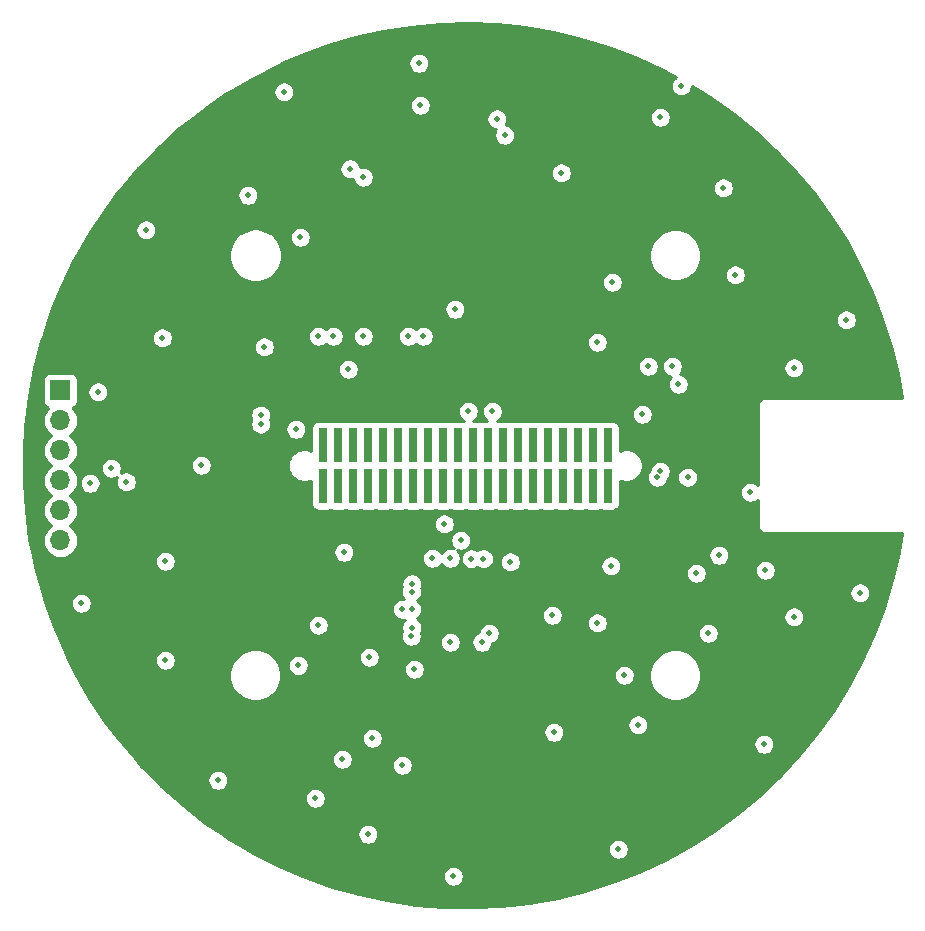
<source format=gbr>
G04 #@! TF.GenerationSoftware,KiCad,Pcbnew,(5.1.4)-1*
G04 #@! TF.CreationDate,2020-01-15T14:03:56-05:00*
G04 #@! TF.ProjectId,PDL_1920,50444c5f-3139-4323-902e-6b696361645f,rev?*
G04 #@! TF.SameCoordinates,Original*
G04 #@! TF.FileFunction,Copper,L2,Inr*
G04 #@! TF.FilePolarity,Positive*
%FSLAX46Y46*%
G04 Gerber Fmt 4.6, Leading zero omitted, Abs format (unit mm)*
G04 Created by KiCad (PCBNEW (5.1.4)-1) date 2020-01-15 14:03:56*
%MOMM*%
%LPD*%
G04 APERTURE LIST*
%ADD10R,0.740000X2.920000*%
%ADD11O,1.700000X1.700000*%
%ADD12R,1.700000X1.700000*%
%ADD13C,0.508000*%
%ADD14C,0.254000*%
G04 APERTURE END LIST*
D10*
X164465000Y-125314200D03*
X164465000Y-128744200D03*
X163195000Y-125314200D03*
X163195000Y-128744200D03*
X161925000Y-125314200D03*
X161925000Y-128744200D03*
X160655000Y-125314200D03*
X160655000Y-128744200D03*
X159385000Y-125314200D03*
X159385000Y-128744200D03*
X158115000Y-125314200D03*
X158115000Y-128744200D03*
X156845000Y-125314200D03*
X156845000Y-128744200D03*
X155575000Y-125314200D03*
X155575000Y-128744200D03*
X154305000Y-125314200D03*
X154305000Y-128744200D03*
X153035000Y-125314200D03*
X153035000Y-128744200D03*
X151765000Y-125314200D03*
X151765000Y-128744200D03*
X150495000Y-125314200D03*
X150495000Y-128744200D03*
X149225000Y-125314200D03*
X149225000Y-128744200D03*
X147955000Y-125314200D03*
X147955000Y-128744200D03*
X146685000Y-125314200D03*
X146685000Y-128744200D03*
X145415000Y-125314200D03*
X145415000Y-128744200D03*
X144145000Y-125314200D03*
X144145000Y-128744200D03*
X142875000Y-125314200D03*
X142875000Y-128744200D03*
X141605000Y-125314200D03*
X141605000Y-128744200D03*
X140335000Y-125314200D03*
X140335000Y-128744200D03*
D11*
X118110000Y-133350000D03*
X118110000Y-130810000D03*
X118110000Y-128270000D03*
X118110000Y-125730000D03*
X118110000Y-123190000D03*
D12*
X118110000Y-120650000D03*
D13*
X176529996Y-129286000D03*
X167386000Y-122682000D03*
X170434000Y-120142000D03*
X180213000Y-118745000D03*
X139700000Y-155194000D03*
X141986000Y-151892000D03*
X144526000Y-150114000D03*
X147066000Y-152400000D03*
X148082000Y-144272000D03*
X138252210Y-143941800D03*
X151993600Y-133350000D03*
X150622000Y-131953000D03*
X163576000Y-140335000D03*
X172974000Y-141224000D03*
X171958000Y-136144000D03*
X148590000Y-96520000D03*
X180213000Y-139827000D03*
X185801000Y-137795000D03*
X173863000Y-134620000D03*
X164719000Y-135509000D03*
X159766000Y-139700000D03*
X167005000Y-148971000D03*
X177673000Y-150622000D03*
X159893000Y-149606000D03*
X165354000Y-159512000D03*
X151384000Y-161798000D03*
X144145000Y-158242000D03*
X131445000Y-153670000D03*
X119888000Y-138684000D03*
X142113000Y-134366000D03*
X127000000Y-135128000D03*
X123698000Y-128397000D03*
X126746000Y-116205000D03*
X133985000Y-104140000D03*
X151511000Y-113792000D03*
X163576000Y-116586000D03*
X184658000Y-114681000D03*
X174244000Y-103505000D03*
X170688000Y-94869000D03*
X148463000Y-92964000D03*
X160528000Y-102235000D03*
X125349000Y-107061000D03*
X135382000Y-116967000D03*
X121285000Y-120777000D03*
X137033000Y-95377000D03*
X175260000Y-110871000D03*
X138049000Y-123952000D03*
X168656000Y-128016000D03*
X155067002Y-97662998D03*
X168910000Y-127508000D03*
X155727410Y-99059990D03*
X165862000Y-144780004D03*
X171208705Y-128003295D03*
X165100000Y-161544000D03*
X138430000Y-102362000D03*
X163068000Y-122174000D03*
X156393070Y-109343978D03*
X147040590Y-135356610D03*
X154946410Y-138677590D03*
X159639000Y-135890000D03*
X176402998Y-125730004D03*
X143764000Y-116078000D03*
X147842041Y-137681198D03*
X139954000Y-140538232D03*
X167894000Y-118618000D03*
X169926000Y-118618002D03*
X177799996Y-135890000D03*
X153796994Y-141986000D03*
X122427996Y-127254000D03*
X135060679Y-122741677D03*
X154431996Y-141224000D03*
X127000000Y-143510000D03*
X152654000Y-122428000D03*
X154686000Y-122428000D03*
X135060678Y-123503678D03*
X144272000Y-143256000D03*
X130047995Y-127000005D03*
X148844000Y-116078000D03*
X149605988Y-134874000D03*
X147574000Y-116078000D03*
X147854236Y-137020899D03*
X142494004Y-118872000D03*
X151130000Y-134874000D03*
X141224000Y-116078000D03*
X147065998Y-139192000D03*
X139954000Y-116078000D03*
X147840588Y-139194513D03*
X151130000Y-141986000D03*
X143764000Y-102616000D03*
X147828000Y-141477996D03*
X142624822Y-101879410D03*
X138430000Y-107696000D03*
X147845462Y-140733430D03*
X164846000Y-111506000D03*
X168910000Y-97536000D03*
X156209991Y-135178821D03*
X120624590Y-128524000D03*
X152908028Y-134899372D03*
X153931177Y-134901122D03*
D14*
G36*
X155053169Y-89669787D02*
G01*
X157456648Y-89918813D01*
X159839047Y-90322423D01*
X162190426Y-90878930D01*
X164500981Y-91586015D01*
X166761110Y-92440737D01*
X168961372Y-93439530D01*
X170220423Y-94112235D01*
X170121296Y-94178469D01*
X169997469Y-94302296D01*
X169900179Y-94447901D01*
X169833164Y-94609688D01*
X169799000Y-94781441D01*
X169799000Y-94956559D01*
X169833164Y-95128312D01*
X169900179Y-95290099D01*
X169997469Y-95435704D01*
X170121296Y-95559531D01*
X170266901Y-95656821D01*
X170428688Y-95723836D01*
X170600441Y-95758000D01*
X170775559Y-95758000D01*
X170947312Y-95723836D01*
X171109099Y-95656821D01*
X171254704Y-95559531D01*
X171378531Y-95435704D01*
X171475821Y-95290099D01*
X171542836Y-95128312D01*
X171577000Y-94956559D01*
X171577000Y-94878756D01*
X173145879Y-95852083D01*
X175112682Y-97255788D01*
X176984802Y-98783486D01*
X178754431Y-100428811D01*
X180414195Y-102184902D01*
X181957189Y-104044463D01*
X183376949Y-105999696D01*
X184667581Y-108042485D01*
X185823697Y-110164305D01*
X186840473Y-112356300D01*
X187713680Y-114609353D01*
X188439666Y-116914037D01*
X189015417Y-119260794D01*
X189370978Y-121260000D01*
X177832419Y-121260000D01*
X177800000Y-121256807D01*
X177767581Y-121260000D01*
X177670617Y-121269550D01*
X177546207Y-121307290D01*
X177431550Y-121368575D01*
X177331052Y-121451052D01*
X177248575Y-121551550D01*
X177187290Y-121666207D01*
X177149550Y-121790617D01*
X177136807Y-121920000D01*
X177140000Y-121952419D01*
X177140001Y-128638770D01*
X177096700Y-128595469D01*
X176951095Y-128498179D01*
X176789308Y-128431164D01*
X176617555Y-128397000D01*
X176442437Y-128397000D01*
X176270684Y-128431164D01*
X176108897Y-128498179D01*
X175963292Y-128595469D01*
X175839465Y-128719296D01*
X175742175Y-128864901D01*
X175675160Y-129026688D01*
X175640996Y-129198441D01*
X175640996Y-129373559D01*
X175675160Y-129545312D01*
X175742175Y-129707099D01*
X175839465Y-129852704D01*
X175963292Y-129976531D01*
X176108897Y-130073821D01*
X176270684Y-130140836D01*
X176442437Y-130175000D01*
X176617555Y-130175000D01*
X176789308Y-130140836D01*
X176951095Y-130073821D01*
X177096700Y-129976531D01*
X177140001Y-129933230D01*
X177140001Y-132047571D01*
X177136807Y-132080000D01*
X177149550Y-132209383D01*
X177187290Y-132333793D01*
X177248575Y-132448450D01*
X177331052Y-132548948D01*
X177431550Y-132631425D01*
X177546207Y-132692710D01*
X177670617Y-132730450D01*
X177767581Y-132740000D01*
X177800000Y-132743193D01*
X177832419Y-132740000D01*
X189364565Y-132740000D01*
X189090508Y-134375008D01*
X188538103Y-136727362D01*
X187835045Y-139039174D01*
X186984275Y-141300771D01*
X185989328Y-143502763D01*
X184854358Y-145635953D01*
X183584084Y-147691473D01*
X182183813Y-149660729D01*
X180659387Y-151535508D01*
X179017145Y-153308016D01*
X177263944Y-154970849D01*
X175407095Y-156517075D01*
X173454326Y-157940257D01*
X171413804Y-159234445D01*
X169294022Y-160394253D01*
X167103780Y-161414866D01*
X164852275Y-162291996D01*
X162548839Y-163022010D01*
X160203103Y-163601855D01*
X157824836Y-164029115D01*
X155423968Y-164302007D01*
X153010466Y-164419399D01*
X150594434Y-164380798D01*
X148185920Y-164186365D01*
X145795005Y-163836913D01*
X143431584Y-163333891D01*
X141105566Y-162679405D01*
X138826644Y-161876183D01*
X138438356Y-161710441D01*
X150495000Y-161710441D01*
X150495000Y-161885559D01*
X150529164Y-162057312D01*
X150596179Y-162219099D01*
X150693469Y-162364704D01*
X150817296Y-162488531D01*
X150962901Y-162585821D01*
X151124688Y-162652836D01*
X151296441Y-162687000D01*
X151471559Y-162687000D01*
X151643312Y-162652836D01*
X151805099Y-162585821D01*
X151950704Y-162488531D01*
X152074531Y-162364704D01*
X152171821Y-162219099D01*
X152238836Y-162057312D01*
X152273000Y-161885559D01*
X152273000Y-161710441D01*
X152238836Y-161538688D01*
X152171821Y-161376901D01*
X152074531Y-161231296D01*
X151950704Y-161107469D01*
X151805099Y-161010179D01*
X151643312Y-160943164D01*
X151471559Y-160909000D01*
X151296441Y-160909000D01*
X151124688Y-160943164D01*
X150962901Y-161010179D01*
X150817296Y-161107469D01*
X150693469Y-161231296D01*
X150596179Y-161376901D01*
X150529164Y-161538688D01*
X150495000Y-161710441D01*
X138438356Y-161710441D01*
X136604290Y-160927565D01*
X134447791Y-159837514D01*
X133746962Y-159424441D01*
X164465000Y-159424441D01*
X164465000Y-159599559D01*
X164499164Y-159771312D01*
X164566179Y-159933099D01*
X164663469Y-160078704D01*
X164787296Y-160202531D01*
X164932901Y-160299821D01*
X165094688Y-160366836D01*
X165266441Y-160401000D01*
X165441559Y-160401000D01*
X165613312Y-160366836D01*
X165775099Y-160299821D01*
X165920704Y-160202531D01*
X166044531Y-160078704D01*
X166141821Y-159933099D01*
X166208836Y-159771312D01*
X166243000Y-159599559D01*
X166243000Y-159424441D01*
X166208836Y-159252688D01*
X166141821Y-159090901D01*
X166044531Y-158945296D01*
X165920704Y-158821469D01*
X165775099Y-158724179D01*
X165613312Y-158657164D01*
X165441559Y-158623000D01*
X165266441Y-158623000D01*
X165094688Y-158657164D01*
X164932901Y-158724179D01*
X164787296Y-158821469D01*
X164663469Y-158945296D01*
X164566179Y-159090901D01*
X164499164Y-159252688D01*
X164465000Y-159424441D01*
X133746962Y-159424441D01*
X132366132Y-158610572D01*
X131695343Y-158154441D01*
X143256000Y-158154441D01*
X143256000Y-158329559D01*
X143290164Y-158501312D01*
X143357179Y-158663099D01*
X143454469Y-158808704D01*
X143578296Y-158932531D01*
X143723901Y-159029821D01*
X143885688Y-159096836D01*
X144057441Y-159131000D01*
X144232559Y-159131000D01*
X144404312Y-159096836D01*
X144566099Y-159029821D01*
X144711704Y-158932531D01*
X144835531Y-158808704D01*
X144932821Y-158663099D01*
X144999836Y-158501312D01*
X145034000Y-158329559D01*
X145034000Y-158154441D01*
X144999836Y-157982688D01*
X144932821Y-157820901D01*
X144835531Y-157675296D01*
X144711704Y-157551469D01*
X144566099Y-157454179D01*
X144404312Y-157387164D01*
X144232559Y-157353000D01*
X144057441Y-157353000D01*
X143885688Y-157387164D01*
X143723901Y-157454179D01*
X143578296Y-157551469D01*
X143454469Y-157675296D01*
X143357179Y-157820901D01*
X143290164Y-157982688D01*
X143256000Y-158154441D01*
X131695343Y-158154441D01*
X130367988Y-157251852D01*
X128461676Y-155767009D01*
X127718063Y-155106441D01*
X138811000Y-155106441D01*
X138811000Y-155281559D01*
X138845164Y-155453312D01*
X138912179Y-155615099D01*
X139009469Y-155760704D01*
X139133296Y-155884531D01*
X139278901Y-155981821D01*
X139440688Y-156048836D01*
X139612441Y-156083000D01*
X139787559Y-156083000D01*
X139959312Y-156048836D01*
X140121099Y-155981821D01*
X140266704Y-155884531D01*
X140390531Y-155760704D01*
X140487821Y-155615099D01*
X140554836Y-155453312D01*
X140589000Y-155281559D01*
X140589000Y-155106441D01*
X140554836Y-154934688D01*
X140487821Y-154772901D01*
X140390531Y-154627296D01*
X140266704Y-154503469D01*
X140121099Y-154406179D01*
X139959312Y-154339164D01*
X139787559Y-154305000D01*
X139612441Y-154305000D01*
X139440688Y-154339164D01*
X139278901Y-154406179D01*
X139133296Y-154503469D01*
X139009469Y-154627296D01*
X138912179Y-154772901D01*
X138845164Y-154934688D01*
X138811000Y-155106441D01*
X127718063Y-155106441D01*
X126655181Y-154162261D01*
X126081709Y-153582441D01*
X130556000Y-153582441D01*
X130556000Y-153757559D01*
X130590164Y-153929312D01*
X130657179Y-154091099D01*
X130754469Y-154236704D01*
X130878296Y-154360531D01*
X131023901Y-154457821D01*
X131185688Y-154524836D01*
X131357441Y-154559000D01*
X131532559Y-154559000D01*
X131704312Y-154524836D01*
X131866099Y-154457821D01*
X132011704Y-154360531D01*
X132135531Y-154236704D01*
X132232821Y-154091099D01*
X132299836Y-153929312D01*
X132334000Y-153757559D01*
X132334000Y-153582441D01*
X132299836Y-153410688D01*
X132232821Y-153248901D01*
X132135531Y-153103296D01*
X132011704Y-152979469D01*
X131866099Y-152882179D01*
X131704312Y-152815164D01*
X131532559Y-152781000D01*
X131357441Y-152781000D01*
X131185688Y-152815164D01*
X131023901Y-152882179D01*
X130878296Y-152979469D01*
X130754469Y-153103296D01*
X130657179Y-153248901D01*
X130590164Y-153410688D01*
X130556000Y-153582441D01*
X126081709Y-153582441D01*
X124956000Y-152444273D01*
X124400104Y-151804441D01*
X141097000Y-151804441D01*
X141097000Y-151979559D01*
X141131164Y-152151312D01*
X141198179Y-152313099D01*
X141295469Y-152458704D01*
X141419296Y-152582531D01*
X141564901Y-152679821D01*
X141726688Y-152746836D01*
X141898441Y-152781000D01*
X142073559Y-152781000D01*
X142245312Y-152746836D01*
X142407099Y-152679821D01*
X142552704Y-152582531D01*
X142676531Y-152458704D01*
X142773821Y-152313099D01*
X142774093Y-152312441D01*
X146177000Y-152312441D01*
X146177000Y-152487559D01*
X146211164Y-152659312D01*
X146278179Y-152821099D01*
X146375469Y-152966704D01*
X146499296Y-153090531D01*
X146644901Y-153187821D01*
X146806688Y-153254836D01*
X146978441Y-153289000D01*
X147153559Y-153289000D01*
X147325312Y-153254836D01*
X147487099Y-153187821D01*
X147632704Y-153090531D01*
X147756531Y-152966704D01*
X147853821Y-152821099D01*
X147920836Y-152659312D01*
X147955000Y-152487559D01*
X147955000Y-152312441D01*
X147920836Y-152140688D01*
X147853821Y-151978901D01*
X147756531Y-151833296D01*
X147632704Y-151709469D01*
X147487099Y-151612179D01*
X147325312Y-151545164D01*
X147153559Y-151511000D01*
X146978441Y-151511000D01*
X146806688Y-151545164D01*
X146644901Y-151612179D01*
X146499296Y-151709469D01*
X146375469Y-151833296D01*
X146278179Y-151978901D01*
X146211164Y-152140688D01*
X146177000Y-152312441D01*
X142774093Y-152312441D01*
X142840836Y-152151312D01*
X142875000Y-151979559D01*
X142875000Y-151804441D01*
X142840836Y-151632688D01*
X142773821Y-151470901D01*
X142676531Y-151325296D01*
X142552704Y-151201469D01*
X142407099Y-151104179D01*
X142245312Y-151037164D01*
X142073559Y-151003000D01*
X141898441Y-151003000D01*
X141726688Y-151037164D01*
X141564901Y-151104179D01*
X141419296Y-151201469D01*
X141295469Y-151325296D01*
X141198179Y-151470901D01*
X141131164Y-151632688D01*
X141097000Y-151804441D01*
X124400104Y-151804441D01*
X123371228Y-150620214D01*
X122919146Y-150026441D01*
X143637000Y-150026441D01*
X143637000Y-150201559D01*
X143671164Y-150373312D01*
X143738179Y-150535099D01*
X143835469Y-150680704D01*
X143959296Y-150804531D01*
X144104901Y-150901821D01*
X144266688Y-150968836D01*
X144438441Y-151003000D01*
X144613559Y-151003000D01*
X144785312Y-150968836D01*
X144947099Y-150901821D01*
X145092704Y-150804531D01*
X145216531Y-150680704D01*
X145313821Y-150535099D01*
X145314093Y-150534441D01*
X176784000Y-150534441D01*
X176784000Y-150709559D01*
X176818164Y-150881312D01*
X176885179Y-151043099D01*
X176982469Y-151188704D01*
X177106296Y-151312531D01*
X177251901Y-151409821D01*
X177413688Y-151476836D01*
X177585441Y-151511000D01*
X177760559Y-151511000D01*
X177932312Y-151476836D01*
X178094099Y-151409821D01*
X178239704Y-151312531D01*
X178363531Y-151188704D01*
X178460821Y-151043099D01*
X178527836Y-150881312D01*
X178562000Y-150709559D01*
X178562000Y-150534441D01*
X178527836Y-150362688D01*
X178460821Y-150200901D01*
X178363531Y-150055296D01*
X178239704Y-149931469D01*
X178094099Y-149834179D01*
X177932312Y-149767164D01*
X177760559Y-149733000D01*
X177585441Y-149733000D01*
X177413688Y-149767164D01*
X177251901Y-149834179D01*
X177106296Y-149931469D01*
X176982469Y-150055296D01*
X176885179Y-150200901D01*
X176818164Y-150362688D01*
X176784000Y-150534441D01*
X145314093Y-150534441D01*
X145380836Y-150373312D01*
X145415000Y-150201559D01*
X145415000Y-150026441D01*
X145380836Y-149854688D01*
X145313821Y-149692901D01*
X145216531Y-149547296D01*
X145187676Y-149518441D01*
X159004000Y-149518441D01*
X159004000Y-149693559D01*
X159038164Y-149865312D01*
X159105179Y-150027099D01*
X159202469Y-150172704D01*
X159326296Y-150296531D01*
X159471901Y-150393821D01*
X159633688Y-150460836D01*
X159805441Y-150495000D01*
X159980559Y-150495000D01*
X160152312Y-150460836D01*
X160314099Y-150393821D01*
X160459704Y-150296531D01*
X160583531Y-150172704D01*
X160680821Y-150027099D01*
X160747836Y-149865312D01*
X160782000Y-149693559D01*
X160782000Y-149518441D01*
X160747836Y-149346688D01*
X160680821Y-149184901D01*
X160583531Y-149039296D01*
X160459704Y-148915469D01*
X160411771Y-148883441D01*
X166116000Y-148883441D01*
X166116000Y-149058559D01*
X166150164Y-149230312D01*
X166217179Y-149392099D01*
X166314469Y-149537704D01*
X166438296Y-149661531D01*
X166583901Y-149758821D01*
X166745688Y-149825836D01*
X166917441Y-149860000D01*
X167092559Y-149860000D01*
X167264312Y-149825836D01*
X167426099Y-149758821D01*
X167571704Y-149661531D01*
X167695531Y-149537704D01*
X167792821Y-149392099D01*
X167859836Y-149230312D01*
X167894000Y-149058559D01*
X167894000Y-148883441D01*
X167859836Y-148711688D01*
X167792821Y-148549901D01*
X167695531Y-148404296D01*
X167571704Y-148280469D01*
X167426099Y-148183179D01*
X167264312Y-148116164D01*
X167092559Y-148082000D01*
X166917441Y-148082000D01*
X166745688Y-148116164D01*
X166583901Y-148183179D01*
X166438296Y-148280469D01*
X166314469Y-148404296D01*
X166217179Y-148549901D01*
X166150164Y-148711688D01*
X166116000Y-148883441D01*
X160411771Y-148883441D01*
X160314099Y-148818179D01*
X160152312Y-148751164D01*
X159980559Y-148717000D01*
X159805441Y-148717000D01*
X159633688Y-148751164D01*
X159471901Y-148818179D01*
X159326296Y-148915469D01*
X159202469Y-149039296D01*
X159105179Y-149184901D01*
X159038164Y-149346688D01*
X159004000Y-149518441D01*
X145187676Y-149518441D01*
X145092704Y-149423469D01*
X144947099Y-149326179D01*
X144785312Y-149259164D01*
X144613559Y-149225000D01*
X144438441Y-149225000D01*
X144266688Y-149259164D01*
X144104901Y-149326179D01*
X143959296Y-149423469D01*
X143835469Y-149547296D01*
X143738179Y-149692901D01*
X143671164Y-149854688D01*
X143637000Y-150026441D01*
X122919146Y-150026441D01*
X121907462Y-148697678D01*
X120570819Y-146684700D01*
X119366868Y-144589665D01*
X119354234Y-144563970D01*
X132426613Y-144563970D01*
X132426613Y-144996030D01*
X132510904Y-145419787D01*
X132676246Y-145818958D01*
X132916285Y-146178203D01*
X133221797Y-146483715D01*
X133581042Y-146723754D01*
X133980213Y-146889096D01*
X134403970Y-146973387D01*
X134836030Y-146973387D01*
X135259787Y-146889096D01*
X135658958Y-146723754D01*
X136018203Y-146483715D01*
X136323715Y-146178203D01*
X136563754Y-145818958D01*
X136729096Y-145419787D01*
X136813387Y-144996030D01*
X136813387Y-144563970D01*
X136729096Y-144140213D01*
X136610643Y-143854241D01*
X137363210Y-143854241D01*
X137363210Y-144029359D01*
X137397374Y-144201112D01*
X137464389Y-144362899D01*
X137561679Y-144508504D01*
X137685506Y-144632331D01*
X137831111Y-144729621D01*
X137992898Y-144796636D01*
X138164651Y-144830800D01*
X138339769Y-144830800D01*
X138511522Y-144796636D01*
X138673309Y-144729621D01*
X138818914Y-144632331D01*
X138942741Y-144508504D01*
X139040031Y-144362899D01*
X139107046Y-144201112D01*
X139110362Y-144184441D01*
X147193000Y-144184441D01*
X147193000Y-144359559D01*
X147227164Y-144531312D01*
X147294179Y-144693099D01*
X147391469Y-144838704D01*
X147515296Y-144962531D01*
X147660901Y-145059821D01*
X147822688Y-145126836D01*
X147994441Y-145161000D01*
X148169559Y-145161000D01*
X148341312Y-145126836D01*
X148503099Y-145059821D01*
X148648704Y-144962531D01*
X148772531Y-144838704D01*
X148869821Y-144693099D01*
X148870091Y-144692445D01*
X164973000Y-144692445D01*
X164973000Y-144867563D01*
X165007164Y-145039316D01*
X165074179Y-145201103D01*
X165171469Y-145346708D01*
X165295296Y-145470535D01*
X165440901Y-145567825D01*
X165602688Y-145634840D01*
X165774441Y-145669004D01*
X165949559Y-145669004D01*
X166121312Y-145634840D01*
X166283099Y-145567825D01*
X166428704Y-145470535D01*
X166552531Y-145346708D01*
X166649821Y-145201103D01*
X166716836Y-145039316D01*
X166751000Y-144867563D01*
X166751000Y-144692445D01*
X166725445Y-144563970D01*
X167986613Y-144563970D01*
X167986613Y-144996030D01*
X168070904Y-145419787D01*
X168236246Y-145818958D01*
X168476285Y-146178203D01*
X168781797Y-146483715D01*
X169141042Y-146723754D01*
X169540213Y-146889096D01*
X169963970Y-146973387D01*
X170396030Y-146973387D01*
X170819787Y-146889096D01*
X171218958Y-146723754D01*
X171578203Y-146483715D01*
X171883715Y-146178203D01*
X172123754Y-145818958D01*
X172289096Y-145419787D01*
X172373387Y-144996030D01*
X172373387Y-144563970D01*
X172289096Y-144140213D01*
X172123754Y-143741042D01*
X171883715Y-143381797D01*
X171578203Y-143076285D01*
X171218958Y-142836246D01*
X170819787Y-142670904D01*
X170396030Y-142586613D01*
X169963970Y-142586613D01*
X169540213Y-142670904D01*
X169141042Y-142836246D01*
X168781797Y-143076285D01*
X168476285Y-143381797D01*
X168236246Y-143741042D01*
X168070904Y-144140213D01*
X167986613Y-144563970D01*
X166725445Y-144563970D01*
X166716836Y-144520692D01*
X166649821Y-144358905D01*
X166552531Y-144213300D01*
X166428704Y-144089473D01*
X166283099Y-143992183D01*
X166121312Y-143925168D01*
X165949559Y-143891004D01*
X165774441Y-143891004D01*
X165602688Y-143925168D01*
X165440901Y-143992183D01*
X165295296Y-144089473D01*
X165171469Y-144213300D01*
X165074179Y-144358905D01*
X165007164Y-144520692D01*
X164973000Y-144692445D01*
X148870091Y-144692445D01*
X148936836Y-144531312D01*
X148971000Y-144359559D01*
X148971000Y-144184441D01*
X148936836Y-144012688D01*
X148869821Y-143850901D01*
X148772531Y-143705296D01*
X148648704Y-143581469D01*
X148503099Y-143484179D01*
X148341312Y-143417164D01*
X148169559Y-143383000D01*
X147994441Y-143383000D01*
X147822688Y-143417164D01*
X147660901Y-143484179D01*
X147515296Y-143581469D01*
X147391469Y-143705296D01*
X147294179Y-143850901D01*
X147227164Y-144012688D01*
X147193000Y-144184441D01*
X139110362Y-144184441D01*
X139141210Y-144029359D01*
X139141210Y-143854241D01*
X139107046Y-143682488D01*
X139040031Y-143520701D01*
X138942741Y-143375096D01*
X138818914Y-143251269D01*
X138694953Y-143168441D01*
X143383000Y-143168441D01*
X143383000Y-143343559D01*
X143417164Y-143515312D01*
X143484179Y-143677099D01*
X143581469Y-143822704D01*
X143705296Y-143946531D01*
X143850901Y-144043821D01*
X144012688Y-144110836D01*
X144184441Y-144145000D01*
X144359559Y-144145000D01*
X144531312Y-144110836D01*
X144693099Y-144043821D01*
X144838704Y-143946531D01*
X144962531Y-143822704D01*
X145059821Y-143677099D01*
X145126836Y-143515312D01*
X145161000Y-143343559D01*
X145161000Y-143168441D01*
X145126836Y-142996688D01*
X145059821Y-142834901D01*
X144962531Y-142689296D01*
X144838704Y-142565469D01*
X144693099Y-142468179D01*
X144531312Y-142401164D01*
X144359559Y-142367000D01*
X144184441Y-142367000D01*
X144012688Y-142401164D01*
X143850901Y-142468179D01*
X143705296Y-142565469D01*
X143581469Y-142689296D01*
X143484179Y-142834901D01*
X143417164Y-142996688D01*
X143383000Y-143168441D01*
X138694953Y-143168441D01*
X138673309Y-143153979D01*
X138511522Y-143086964D01*
X138339769Y-143052800D01*
X138164651Y-143052800D01*
X137992898Y-143086964D01*
X137831111Y-143153979D01*
X137685506Y-143251269D01*
X137561679Y-143375096D01*
X137464389Y-143520701D01*
X137397374Y-143682488D01*
X137363210Y-143854241D01*
X136610643Y-143854241D01*
X136563754Y-143741042D01*
X136323715Y-143381797D01*
X136018203Y-143076285D01*
X135658958Y-142836246D01*
X135259787Y-142670904D01*
X134836030Y-142586613D01*
X134403970Y-142586613D01*
X133980213Y-142670904D01*
X133581042Y-142836246D01*
X133221797Y-143076285D01*
X132916285Y-143381797D01*
X132676246Y-143741042D01*
X132510904Y-144140213D01*
X132426613Y-144563970D01*
X119354234Y-144563970D01*
X118792912Y-143422441D01*
X126111000Y-143422441D01*
X126111000Y-143597559D01*
X126145164Y-143769312D01*
X126212179Y-143931099D01*
X126309469Y-144076704D01*
X126433296Y-144200531D01*
X126578901Y-144297821D01*
X126740688Y-144364836D01*
X126912441Y-144399000D01*
X127087559Y-144399000D01*
X127259312Y-144364836D01*
X127421099Y-144297821D01*
X127566704Y-144200531D01*
X127690531Y-144076704D01*
X127787821Y-143931099D01*
X127854836Y-143769312D01*
X127889000Y-143597559D01*
X127889000Y-143422441D01*
X127854836Y-143250688D01*
X127787821Y-143088901D01*
X127690531Y-142943296D01*
X127566704Y-142819469D01*
X127421099Y-142722179D01*
X127259312Y-142655164D01*
X127087559Y-142621000D01*
X126912441Y-142621000D01*
X126740688Y-142655164D01*
X126578901Y-142722179D01*
X126433296Y-142819469D01*
X126309469Y-142943296D01*
X126212179Y-143088901D01*
X126145164Y-143250688D01*
X126111000Y-143422441D01*
X118792912Y-143422441D01*
X118300618Y-142421291D01*
X117484979Y-140450673D01*
X139065000Y-140450673D01*
X139065000Y-140625791D01*
X139099164Y-140797544D01*
X139166179Y-140959331D01*
X139263469Y-141104936D01*
X139387296Y-141228763D01*
X139532901Y-141326053D01*
X139694688Y-141393068D01*
X139866441Y-141427232D01*
X140041559Y-141427232D01*
X140213312Y-141393068D01*
X140375099Y-141326053D01*
X140520704Y-141228763D01*
X140644531Y-141104936D01*
X140741821Y-140959331D01*
X140808836Y-140797544D01*
X140843000Y-140625791D01*
X140843000Y-140450673D01*
X140808836Y-140278920D01*
X140741821Y-140117133D01*
X140644531Y-139971528D01*
X140520704Y-139847701D01*
X140375099Y-139750411D01*
X140213312Y-139683396D01*
X140041559Y-139649232D01*
X139866441Y-139649232D01*
X139694688Y-139683396D01*
X139532901Y-139750411D01*
X139387296Y-139847701D01*
X139263469Y-139971528D01*
X139166179Y-140117133D01*
X139099164Y-140278920D01*
X139065000Y-140450673D01*
X117484979Y-140450673D01*
X117376526Y-140188647D01*
X116834971Y-138596441D01*
X118999000Y-138596441D01*
X118999000Y-138771559D01*
X119033164Y-138943312D01*
X119100179Y-139105099D01*
X119197469Y-139250704D01*
X119321296Y-139374531D01*
X119466901Y-139471821D01*
X119628688Y-139538836D01*
X119800441Y-139573000D01*
X119975559Y-139573000D01*
X120147312Y-139538836D01*
X120309099Y-139471821D01*
X120454704Y-139374531D01*
X120578531Y-139250704D01*
X120675821Y-139105099D01*
X120676093Y-139104441D01*
X146176998Y-139104441D01*
X146176998Y-139279559D01*
X146211162Y-139451312D01*
X146278177Y-139613099D01*
X146375467Y-139758704D01*
X146499294Y-139882531D01*
X146644899Y-139979821D01*
X146806686Y-140046836D01*
X146978439Y-140081000D01*
X147153557Y-140081000D01*
X147262284Y-140059373D01*
X147154931Y-140166726D01*
X147057641Y-140312331D01*
X146990626Y-140474118D01*
X146956462Y-140645871D01*
X146956462Y-140820989D01*
X146990626Y-140992742D01*
X147028690Y-141084635D01*
X146973164Y-141218684D01*
X146939000Y-141390437D01*
X146939000Y-141565555D01*
X146973164Y-141737308D01*
X147040179Y-141899095D01*
X147137469Y-142044700D01*
X147261296Y-142168527D01*
X147406901Y-142265817D01*
X147568688Y-142332832D01*
X147740441Y-142366996D01*
X147915559Y-142366996D01*
X148087312Y-142332832D01*
X148249099Y-142265817D01*
X148394704Y-142168527D01*
X148518531Y-142044700D01*
X148615821Y-141899095D01*
X148616091Y-141898441D01*
X150241000Y-141898441D01*
X150241000Y-142073559D01*
X150275164Y-142245312D01*
X150342179Y-142407099D01*
X150439469Y-142552704D01*
X150563296Y-142676531D01*
X150708901Y-142773821D01*
X150870688Y-142840836D01*
X151042441Y-142875000D01*
X151217559Y-142875000D01*
X151389312Y-142840836D01*
X151551099Y-142773821D01*
X151696704Y-142676531D01*
X151820531Y-142552704D01*
X151917821Y-142407099D01*
X151984836Y-142245312D01*
X152019000Y-142073559D01*
X152019000Y-141898441D01*
X152907994Y-141898441D01*
X152907994Y-142073559D01*
X152942158Y-142245312D01*
X153009173Y-142407099D01*
X153106463Y-142552704D01*
X153230290Y-142676531D01*
X153375895Y-142773821D01*
X153537682Y-142840836D01*
X153709435Y-142875000D01*
X153884553Y-142875000D01*
X154056306Y-142840836D01*
X154218093Y-142773821D01*
X154363698Y-142676531D01*
X154487525Y-142552704D01*
X154584815Y-142407099D01*
X154651830Y-142245312D01*
X154684682Y-142080154D01*
X154691308Y-142078836D01*
X154853095Y-142011821D01*
X154998700Y-141914531D01*
X155122527Y-141790704D01*
X155219817Y-141645099D01*
X155286832Y-141483312D01*
X155320996Y-141311559D01*
X155320996Y-141136441D01*
X155286832Y-140964688D01*
X155219817Y-140802901D01*
X155122527Y-140657296D01*
X154998700Y-140533469D01*
X154853095Y-140436179D01*
X154691308Y-140369164D01*
X154519555Y-140335000D01*
X154344437Y-140335000D01*
X154172684Y-140369164D01*
X154010897Y-140436179D01*
X153865292Y-140533469D01*
X153741465Y-140657296D01*
X153644175Y-140802901D01*
X153577160Y-140964688D01*
X153544308Y-141129846D01*
X153537682Y-141131164D01*
X153375895Y-141198179D01*
X153230290Y-141295469D01*
X153106463Y-141419296D01*
X153009173Y-141564901D01*
X152942158Y-141726688D01*
X152907994Y-141898441D01*
X152019000Y-141898441D01*
X151984836Y-141726688D01*
X151917821Y-141564901D01*
X151820531Y-141419296D01*
X151696704Y-141295469D01*
X151551099Y-141198179D01*
X151389312Y-141131164D01*
X151217559Y-141097000D01*
X151042441Y-141097000D01*
X150870688Y-141131164D01*
X150708901Y-141198179D01*
X150563296Y-141295469D01*
X150439469Y-141419296D01*
X150342179Y-141564901D01*
X150275164Y-141726688D01*
X150241000Y-141898441D01*
X148616091Y-141898441D01*
X148682836Y-141737308D01*
X148717000Y-141565555D01*
X148717000Y-141390437D01*
X148682836Y-141218684D01*
X148644772Y-141126791D01*
X148700298Y-140992742D01*
X148734462Y-140820989D01*
X148734462Y-140645871D01*
X148700298Y-140474118D01*
X148633283Y-140312331D01*
X148535993Y-140166726D01*
X148412166Y-140042899D01*
X148291605Y-139962343D01*
X148407292Y-139885044D01*
X148531119Y-139761217D01*
X148628409Y-139615612D01*
X148629722Y-139612441D01*
X158877000Y-139612441D01*
X158877000Y-139787559D01*
X158911164Y-139959312D01*
X158978179Y-140121099D01*
X159075469Y-140266704D01*
X159199296Y-140390531D01*
X159344901Y-140487821D01*
X159506688Y-140554836D01*
X159678441Y-140589000D01*
X159853559Y-140589000D01*
X160025312Y-140554836D01*
X160187099Y-140487821D01*
X160332704Y-140390531D01*
X160456531Y-140266704D01*
X160469402Y-140247441D01*
X162687000Y-140247441D01*
X162687000Y-140422559D01*
X162721164Y-140594312D01*
X162788179Y-140756099D01*
X162885469Y-140901704D01*
X163009296Y-141025531D01*
X163154901Y-141122821D01*
X163316688Y-141189836D01*
X163488441Y-141224000D01*
X163663559Y-141224000D01*
X163835312Y-141189836D01*
X163964217Y-141136441D01*
X172085000Y-141136441D01*
X172085000Y-141311559D01*
X172119164Y-141483312D01*
X172186179Y-141645099D01*
X172283469Y-141790704D01*
X172407296Y-141914531D01*
X172552901Y-142011821D01*
X172714688Y-142078836D01*
X172886441Y-142113000D01*
X173061559Y-142113000D01*
X173233312Y-142078836D01*
X173395099Y-142011821D01*
X173540704Y-141914531D01*
X173664531Y-141790704D01*
X173761821Y-141645099D01*
X173828836Y-141483312D01*
X173863000Y-141311559D01*
X173863000Y-141136441D01*
X173828836Y-140964688D01*
X173761821Y-140802901D01*
X173664531Y-140657296D01*
X173540704Y-140533469D01*
X173395099Y-140436179D01*
X173233312Y-140369164D01*
X173061559Y-140335000D01*
X172886441Y-140335000D01*
X172714688Y-140369164D01*
X172552901Y-140436179D01*
X172407296Y-140533469D01*
X172283469Y-140657296D01*
X172186179Y-140802901D01*
X172119164Y-140964688D01*
X172085000Y-141136441D01*
X163964217Y-141136441D01*
X163997099Y-141122821D01*
X164142704Y-141025531D01*
X164266531Y-140901704D01*
X164363821Y-140756099D01*
X164430836Y-140594312D01*
X164465000Y-140422559D01*
X164465000Y-140247441D01*
X164430836Y-140075688D01*
X164363821Y-139913901D01*
X164266531Y-139768296D01*
X164237676Y-139739441D01*
X179324000Y-139739441D01*
X179324000Y-139914559D01*
X179358164Y-140086312D01*
X179425179Y-140248099D01*
X179522469Y-140393704D01*
X179646296Y-140517531D01*
X179791901Y-140614821D01*
X179953688Y-140681836D01*
X180125441Y-140716000D01*
X180300559Y-140716000D01*
X180472312Y-140681836D01*
X180634099Y-140614821D01*
X180779704Y-140517531D01*
X180903531Y-140393704D01*
X181000821Y-140248099D01*
X181067836Y-140086312D01*
X181102000Y-139914559D01*
X181102000Y-139739441D01*
X181067836Y-139567688D01*
X181000821Y-139405901D01*
X180903531Y-139260296D01*
X180779704Y-139136469D01*
X180634099Y-139039179D01*
X180472312Y-138972164D01*
X180300559Y-138938000D01*
X180125441Y-138938000D01*
X179953688Y-138972164D01*
X179791901Y-139039179D01*
X179646296Y-139136469D01*
X179522469Y-139260296D01*
X179425179Y-139405901D01*
X179358164Y-139567688D01*
X179324000Y-139739441D01*
X164237676Y-139739441D01*
X164142704Y-139644469D01*
X163997099Y-139547179D01*
X163835312Y-139480164D01*
X163663559Y-139446000D01*
X163488441Y-139446000D01*
X163316688Y-139480164D01*
X163154901Y-139547179D01*
X163009296Y-139644469D01*
X162885469Y-139768296D01*
X162788179Y-139913901D01*
X162721164Y-140075688D01*
X162687000Y-140247441D01*
X160469402Y-140247441D01*
X160553821Y-140121099D01*
X160620836Y-139959312D01*
X160655000Y-139787559D01*
X160655000Y-139612441D01*
X160620836Y-139440688D01*
X160553821Y-139278901D01*
X160456531Y-139133296D01*
X160332704Y-139009469D01*
X160187099Y-138912179D01*
X160025312Y-138845164D01*
X159853559Y-138811000D01*
X159678441Y-138811000D01*
X159506688Y-138845164D01*
X159344901Y-138912179D01*
X159199296Y-139009469D01*
X159075469Y-139133296D01*
X158978179Y-139278901D01*
X158911164Y-139440688D01*
X158877000Y-139612441D01*
X148629722Y-139612441D01*
X148695424Y-139453825D01*
X148729588Y-139282072D01*
X148729588Y-139106954D01*
X148695424Y-138935201D01*
X148628409Y-138773414D01*
X148531119Y-138627809D01*
X148407292Y-138503982D01*
X148309053Y-138438341D01*
X148408745Y-138371729D01*
X148532572Y-138247902D01*
X148629862Y-138102297D01*
X148696877Y-137940510D01*
X148731041Y-137768757D01*
X148731041Y-137707441D01*
X184912000Y-137707441D01*
X184912000Y-137882559D01*
X184946164Y-138054312D01*
X185013179Y-138216099D01*
X185110469Y-138361704D01*
X185234296Y-138485531D01*
X185379901Y-138582821D01*
X185541688Y-138649836D01*
X185713441Y-138684000D01*
X185888559Y-138684000D01*
X186060312Y-138649836D01*
X186222099Y-138582821D01*
X186367704Y-138485531D01*
X186491531Y-138361704D01*
X186588821Y-138216099D01*
X186655836Y-138054312D01*
X186690000Y-137882559D01*
X186690000Y-137707441D01*
X186655836Y-137535688D01*
X186588821Y-137373901D01*
X186491531Y-137228296D01*
X186367704Y-137104469D01*
X186222099Y-137007179D01*
X186060312Y-136940164D01*
X185888559Y-136906000D01*
X185713441Y-136906000D01*
X185541688Y-136940164D01*
X185379901Y-137007179D01*
X185234296Y-137104469D01*
X185110469Y-137228296D01*
X185013179Y-137373901D01*
X184946164Y-137535688D01*
X184912000Y-137707441D01*
X148731041Y-137707441D01*
X148731041Y-137593639D01*
X148696877Y-137421886D01*
X148673632Y-137365769D01*
X148709072Y-137280211D01*
X148743236Y-137108458D01*
X148743236Y-136933340D01*
X148709072Y-136761587D01*
X148642057Y-136599800D01*
X148544767Y-136454195D01*
X148420940Y-136330368D01*
X148275335Y-136233078D01*
X148113548Y-136166063D01*
X147941795Y-136131899D01*
X147766677Y-136131899D01*
X147594924Y-136166063D01*
X147433137Y-136233078D01*
X147287532Y-136330368D01*
X147163705Y-136454195D01*
X147066415Y-136599800D01*
X146999400Y-136761587D01*
X146965236Y-136933340D01*
X146965236Y-137108458D01*
X146999400Y-137280211D01*
X147022645Y-137336328D01*
X146987205Y-137421886D01*
X146953041Y-137593639D01*
X146953041Y-137768757D01*
X146987205Y-137940510D01*
X147054220Y-138102297D01*
X147151510Y-138247902D01*
X147219781Y-138316173D01*
X147153557Y-138303000D01*
X146978439Y-138303000D01*
X146806686Y-138337164D01*
X146644899Y-138404179D01*
X146499294Y-138501469D01*
X146375467Y-138625296D01*
X146278177Y-138770901D01*
X146211162Y-138932688D01*
X146176998Y-139104441D01*
X120676093Y-139104441D01*
X120742836Y-138943312D01*
X120777000Y-138771559D01*
X120777000Y-138596441D01*
X120742836Y-138424688D01*
X120675821Y-138262901D01*
X120578531Y-138117296D01*
X120454704Y-137993469D01*
X120309099Y-137896179D01*
X120147312Y-137829164D01*
X119975559Y-137795000D01*
X119800441Y-137795000D01*
X119628688Y-137829164D01*
X119466901Y-137896179D01*
X119321296Y-137993469D01*
X119197469Y-138117296D01*
X119100179Y-138262901D01*
X119033164Y-138424688D01*
X118999000Y-138596441D01*
X116834971Y-138596441D01*
X116598434Y-137901009D01*
X115969591Y-135567928D01*
X115863378Y-135040441D01*
X126111000Y-135040441D01*
X126111000Y-135215559D01*
X126145164Y-135387312D01*
X126212179Y-135549099D01*
X126309469Y-135694704D01*
X126433296Y-135818531D01*
X126578901Y-135915821D01*
X126740688Y-135982836D01*
X126912441Y-136017000D01*
X127087559Y-136017000D01*
X127259312Y-135982836D01*
X127421099Y-135915821D01*
X127566704Y-135818531D01*
X127690531Y-135694704D01*
X127787821Y-135549099D01*
X127854836Y-135387312D01*
X127889000Y-135215559D01*
X127889000Y-135040441D01*
X127854836Y-134868688D01*
X127787821Y-134706901D01*
X127690531Y-134561296D01*
X127566704Y-134437469D01*
X127421099Y-134340179D01*
X127272052Y-134278441D01*
X141224000Y-134278441D01*
X141224000Y-134453559D01*
X141258164Y-134625312D01*
X141325179Y-134787099D01*
X141422469Y-134932704D01*
X141546296Y-135056531D01*
X141691901Y-135153821D01*
X141853688Y-135220836D01*
X142025441Y-135255000D01*
X142200559Y-135255000D01*
X142372312Y-135220836D01*
X142534099Y-135153821D01*
X142679704Y-135056531D01*
X142803531Y-134932704D01*
X142900821Y-134787099D01*
X142901093Y-134786441D01*
X148716988Y-134786441D01*
X148716988Y-134961559D01*
X148751152Y-135133312D01*
X148818167Y-135295099D01*
X148915457Y-135440704D01*
X149039284Y-135564531D01*
X149184889Y-135661821D01*
X149346676Y-135728836D01*
X149518429Y-135763000D01*
X149693547Y-135763000D01*
X149865300Y-135728836D01*
X150027087Y-135661821D01*
X150172692Y-135564531D01*
X150296519Y-135440704D01*
X150367994Y-135333734D01*
X150439469Y-135440704D01*
X150563296Y-135564531D01*
X150708901Y-135661821D01*
X150870688Y-135728836D01*
X151042441Y-135763000D01*
X151217559Y-135763000D01*
X151389312Y-135728836D01*
X151551099Y-135661821D01*
X151696704Y-135564531D01*
X151820531Y-135440704D01*
X151917821Y-135295099D01*
X151984836Y-135133312D01*
X152019000Y-134961559D01*
X152019000Y-134811813D01*
X152019028Y-134811813D01*
X152019028Y-134986931D01*
X152053192Y-135158684D01*
X152120207Y-135320471D01*
X152217497Y-135466076D01*
X152341324Y-135589903D01*
X152486929Y-135687193D01*
X152648716Y-135754208D01*
X152820469Y-135788372D01*
X152995587Y-135788372D01*
X153167340Y-135754208D01*
X153329127Y-135687193D01*
X153418293Y-135627614D01*
X153510078Y-135688943D01*
X153671865Y-135755958D01*
X153843618Y-135790122D01*
X154018736Y-135790122D01*
X154190489Y-135755958D01*
X154352276Y-135688943D01*
X154497881Y-135591653D01*
X154621708Y-135467826D01*
X154718998Y-135322221D01*
X154786013Y-135160434D01*
X154799772Y-135091262D01*
X155320991Y-135091262D01*
X155320991Y-135266380D01*
X155355155Y-135438133D01*
X155422170Y-135599920D01*
X155519460Y-135745525D01*
X155643287Y-135869352D01*
X155788892Y-135966642D01*
X155950679Y-136033657D01*
X156122432Y-136067821D01*
X156297550Y-136067821D01*
X156469303Y-136033657D01*
X156631090Y-135966642D01*
X156776695Y-135869352D01*
X156900522Y-135745525D01*
X156997812Y-135599920D01*
X157064827Y-135438133D01*
X157068147Y-135421441D01*
X163830000Y-135421441D01*
X163830000Y-135596559D01*
X163864164Y-135768312D01*
X163931179Y-135930099D01*
X164028469Y-136075704D01*
X164152296Y-136199531D01*
X164297901Y-136296821D01*
X164459688Y-136363836D01*
X164631441Y-136398000D01*
X164806559Y-136398000D01*
X164978312Y-136363836D01*
X165140099Y-136296821D01*
X165285704Y-136199531D01*
X165409531Y-136075704D01*
X165422402Y-136056441D01*
X171069000Y-136056441D01*
X171069000Y-136231559D01*
X171103164Y-136403312D01*
X171170179Y-136565099D01*
X171267469Y-136710704D01*
X171391296Y-136834531D01*
X171536901Y-136931821D01*
X171698688Y-136998836D01*
X171870441Y-137033000D01*
X172045559Y-137033000D01*
X172217312Y-136998836D01*
X172379099Y-136931821D01*
X172524704Y-136834531D01*
X172648531Y-136710704D01*
X172745821Y-136565099D01*
X172812836Y-136403312D01*
X172847000Y-136231559D01*
X172847000Y-136056441D01*
X172812836Y-135884688D01*
X172778768Y-135802441D01*
X176910996Y-135802441D01*
X176910996Y-135977559D01*
X176945160Y-136149312D01*
X177012175Y-136311099D01*
X177109465Y-136456704D01*
X177233292Y-136580531D01*
X177378897Y-136677821D01*
X177540684Y-136744836D01*
X177712437Y-136779000D01*
X177887555Y-136779000D01*
X178059308Y-136744836D01*
X178221095Y-136677821D01*
X178366700Y-136580531D01*
X178490527Y-136456704D01*
X178587817Y-136311099D01*
X178654832Y-136149312D01*
X178688996Y-135977559D01*
X178688996Y-135802441D01*
X178654832Y-135630688D01*
X178587817Y-135468901D01*
X178490527Y-135323296D01*
X178366700Y-135199469D01*
X178221095Y-135102179D01*
X178059308Y-135035164D01*
X177887555Y-135001000D01*
X177712437Y-135001000D01*
X177540684Y-135035164D01*
X177378897Y-135102179D01*
X177233292Y-135199469D01*
X177109465Y-135323296D01*
X177012175Y-135468901D01*
X176945160Y-135630688D01*
X176910996Y-135802441D01*
X172778768Y-135802441D01*
X172745821Y-135722901D01*
X172648531Y-135577296D01*
X172524704Y-135453469D01*
X172379099Y-135356179D01*
X172217312Y-135289164D01*
X172045559Y-135255000D01*
X171870441Y-135255000D01*
X171698688Y-135289164D01*
X171536901Y-135356179D01*
X171391296Y-135453469D01*
X171267469Y-135577296D01*
X171170179Y-135722901D01*
X171103164Y-135884688D01*
X171069000Y-136056441D01*
X165422402Y-136056441D01*
X165506821Y-135930099D01*
X165573836Y-135768312D01*
X165608000Y-135596559D01*
X165608000Y-135421441D01*
X165573836Y-135249688D01*
X165506821Y-135087901D01*
X165409531Y-134942296D01*
X165285704Y-134818469D01*
X165140099Y-134721179D01*
X164978312Y-134654164D01*
X164806559Y-134620000D01*
X164631441Y-134620000D01*
X164459688Y-134654164D01*
X164297901Y-134721179D01*
X164152296Y-134818469D01*
X164028469Y-134942296D01*
X163931179Y-135087901D01*
X163864164Y-135249688D01*
X163830000Y-135421441D01*
X157068147Y-135421441D01*
X157098991Y-135266380D01*
X157098991Y-135091262D01*
X157064827Y-134919509D01*
X156997812Y-134757722D01*
X156900522Y-134612117D01*
X156820846Y-134532441D01*
X172974000Y-134532441D01*
X172974000Y-134707559D01*
X173008164Y-134879312D01*
X173075179Y-135041099D01*
X173172469Y-135186704D01*
X173296296Y-135310531D01*
X173441901Y-135407821D01*
X173603688Y-135474836D01*
X173775441Y-135509000D01*
X173950559Y-135509000D01*
X174122312Y-135474836D01*
X174284099Y-135407821D01*
X174429704Y-135310531D01*
X174553531Y-135186704D01*
X174650821Y-135041099D01*
X174717836Y-134879312D01*
X174752000Y-134707559D01*
X174752000Y-134532441D01*
X174717836Y-134360688D01*
X174650821Y-134198901D01*
X174553531Y-134053296D01*
X174429704Y-133929469D01*
X174284099Y-133832179D01*
X174122312Y-133765164D01*
X173950559Y-133731000D01*
X173775441Y-133731000D01*
X173603688Y-133765164D01*
X173441901Y-133832179D01*
X173296296Y-133929469D01*
X173172469Y-134053296D01*
X173075179Y-134198901D01*
X173008164Y-134360688D01*
X172974000Y-134532441D01*
X156820846Y-134532441D01*
X156776695Y-134488290D01*
X156631090Y-134391000D01*
X156469303Y-134323985D01*
X156297550Y-134289821D01*
X156122432Y-134289821D01*
X155950679Y-134323985D01*
X155788892Y-134391000D01*
X155643287Y-134488290D01*
X155519460Y-134612117D01*
X155422170Y-134757722D01*
X155355155Y-134919509D01*
X155320991Y-135091262D01*
X154799772Y-135091262D01*
X154820177Y-134988681D01*
X154820177Y-134813563D01*
X154786013Y-134641810D01*
X154718998Y-134480023D01*
X154621708Y-134334418D01*
X154497881Y-134210591D01*
X154352276Y-134113301D01*
X154190489Y-134046286D01*
X154018736Y-134012122D01*
X153843618Y-134012122D01*
X153671865Y-134046286D01*
X153510078Y-134113301D01*
X153420912Y-134172880D01*
X153329127Y-134111551D01*
X153167340Y-134044536D01*
X152995587Y-134010372D01*
X152820469Y-134010372D01*
X152648716Y-134044536D01*
X152486929Y-134111551D01*
X152341324Y-134208841D01*
X152217497Y-134332668D01*
X152120207Y-134478273D01*
X152053192Y-134640060D01*
X152019028Y-134811813D01*
X152019000Y-134811813D01*
X152019000Y-134786441D01*
X151984836Y-134614688D01*
X151917821Y-134452901D01*
X151820531Y-134307296D01*
X151706604Y-134193369D01*
X151734288Y-134204836D01*
X151906041Y-134239000D01*
X152081159Y-134239000D01*
X152252912Y-134204836D01*
X152414699Y-134137821D01*
X152560304Y-134040531D01*
X152684131Y-133916704D01*
X152781421Y-133771099D01*
X152848436Y-133609312D01*
X152882600Y-133437559D01*
X152882600Y-133262441D01*
X152848436Y-133090688D01*
X152781421Y-132928901D01*
X152684131Y-132783296D01*
X152560304Y-132659469D01*
X152414699Y-132562179D01*
X152252912Y-132495164D01*
X152081159Y-132461000D01*
X151906041Y-132461000D01*
X151734288Y-132495164D01*
X151572501Y-132562179D01*
X151426896Y-132659469D01*
X151303069Y-132783296D01*
X151205779Y-132928901D01*
X151138764Y-133090688D01*
X151104600Y-133262441D01*
X151104600Y-133437559D01*
X151138764Y-133609312D01*
X151205779Y-133771099D01*
X151303069Y-133916704D01*
X151416996Y-134030631D01*
X151389312Y-134019164D01*
X151217559Y-133985000D01*
X151042441Y-133985000D01*
X150870688Y-134019164D01*
X150708901Y-134086179D01*
X150563296Y-134183469D01*
X150439469Y-134307296D01*
X150367994Y-134414266D01*
X150296519Y-134307296D01*
X150172692Y-134183469D01*
X150027087Y-134086179D01*
X149865300Y-134019164D01*
X149693547Y-133985000D01*
X149518429Y-133985000D01*
X149346676Y-134019164D01*
X149184889Y-134086179D01*
X149039284Y-134183469D01*
X148915457Y-134307296D01*
X148818167Y-134452901D01*
X148751152Y-134614688D01*
X148716988Y-134786441D01*
X142901093Y-134786441D01*
X142967836Y-134625312D01*
X143002000Y-134453559D01*
X143002000Y-134278441D01*
X142967836Y-134106688D01*
X142900821Y-133944901D01*
X142803531Y-133799296D01*
X142679704Y-133675469D01*
X142534099Y-133578179D01*
X142372312Y-133511164D01*
X142200559Y-133477000D01*
X142025441Y-133477000D01*
X141853688Y-133511164D01*
X141691901Y-133578179D01*
X141546296Y-133675469D01*
X141422469Y-133799296D01*
X141325179Y-133944901D01*
X141258164Y-134106688D01*
X141224000Y-134278441D01*
X127272052Y-134278441D01*
X127259312Y-134273164D01*
X127087559Y-134239000D01*
X126912441Y-134239000D01*
X126740688Y-134273164D01*
X126578901Y-134340179D01*
X126433296Y-134437469D01*
X126309469Y-134561296D01*
X126212179Y-134706901D01*
X126145164Y-134868688D01*
X126111000Y-135040441D01*
X115863378Y-135040441D01*
X115492617Y-133199131D01*
X115169502Y-130804486D01*
X115001592Y-128393982D01*
X114989587Y-125977677D01*
X115133538Y-123565618D01*
X115180426Y-123190000D01*
X116617815Y-123190000D01*
X116646487Y-123481111D01*
X116731401Y-123761034D01*
X116869294Y-124019014D01*
X117054866Y-124245134D01*
X117280986Y-124430706D01*
X117335791Y-124460000D01*
X117280986Y-124489294D01*
X117054866Y-124674866D01*
X116869294Y-124900986D01*
X116731401Y-125158966D01*
X116646487Y-125438889D01*
X116617815Y-125730000D01*
X116646487Y-126021111D01*
X116731401Y-126301034D01*
X116869294Y-126559014D01*
X117054866Y-126785134D01*
X117280986Y-126970706D01*
X117335791Y-127000000D01*
X117280986Y-127029294D01*
X117054866Y-127214866D01*
X116869294Y-127440986D01*
X116731401Y-127698966D01*
X116646487Y-127978889D01*
X116617815Y-128270000D01*
X116646487Y-128561111D01*
X116731401Y-128841034D01*
X116869294Y-129099014D01*
X117054866Y-129325134D01*
X117280986Y-129510706D01*
X117335791Y-129540000D01*
X117280986Y-129569294D01*
X117054866Y-129754866D01*
X116869294Y-129980986D01*
X116731401Y-130238966D01*
X116646487Y-130518889D01*
X116617815Y-130810000D01*
X116646487Y-131101111D01*
X116731401Y-131381034D01*
X116869294Y-131639014D01*
X117054866Y-131865134D01*
X117280986Y-132050706D01*
X117335791Y-132080000D01*
X117280986Y-132109294D01*
X117054866Y-132294866D01*
X116869294Y-132520986D01*
X116731401Y-132778966D01*
X116646487Y-133058889D01*
X116617815Y-133350000D01*
X116646487Y-133641111D01*
X116731401Y-133921034D01*
X116869294Y-134179014D01*
X117054866Y-134405134D01*
X117280986Y-134590706D01*
X117538966Y-134728599D01*
X117818889Y-134813513D01*
X118037050Y-134835000D01*
X118182950Y-134835000D01*
X118401111Y-134813513D01*
X118681034Y-134728599D01*
X118939014Y-134590706D01*
X119165134Y-134405134D01*
X119350706Y-134179014D01*
X119488599Y-133921034D01*
X119573513Y-133641111D01*
X119602185Y-133350000D01*
X119573513Y-133058889D01*
X119488599Y-132778966D01*
X119350706Y-132520986D01*
X119165134Y-132294866D01*
X118939014Y-132109294D01*
X118884209Y-132080000D01*
X118939014Y-132050706D01*
X119164759Y-131865441D01*
X149733000Y-131865441D01*
X149733000Y-132040559D01*
X149767164Y-132212312D01*
X149834179Y-132374099D01*
X149931469Y-132519704D01*
X150055296Y-132643531D01*
X150200901Y-132740821D01*
X150362688Y-132807836D01*
X150534441Y-132842000D01*
X150709559Y-132842000D01*
X150881312Y-132807836D01*
X151043099Y-132740821D01*
X151188704Y-132643531D01*
X151312531Y-132519704D01*
X151409821Y-132374099D01*
X151476836Y-132212312D01*
X151511000Y-132040559D01*
X151511000Y-131865441D01*
X151476836Y-131693688D01*
X151409821Y-131531901D01*
X151312531Y-131386296D01*
X151188704Y-131262469D01*
X151043099Y-131165179D01*
X150881312Y-131098164D01*
X150709559Y-131064000D01*
X150534441Y-131064000D01*
X150362688Y-131098164D01*
X150200901Y-131165179D01*
X150055296Y-131262469D01*
X149931469Y-131386296D01*
X149834179Y-131531901D01*
X149767164Y-131693688D01*
X149733000Y-131865441D01*
X119164759Y-131865441D01*
X119165134Y-131865134D01*
X119350706Y-131639014D01*
X119488599Y-131381034D01*
X119573513Y-131101111D01*
X119602185Y-130810000D01*
X119573513Y-130518889D01*
X119488599Y-130238966D01*
X119350706Y-129980986D01*
X119165134Y-129754866D01*
X118939014Y-129569294D01*
X118884209Y-129540000D01*
X118939014Y-129510706D01*
X119165134Y-129325134D01*
X119350706Y-129099014D01*
X119488599Y-128841034D01*
X119573513Y-128561111D01*
X119585791Y-128436441D01*
X119735590Y-128436441D01*
X119735590Y-128611559D01*
X119769754Y-128783312D01*
X119836769Y-128945099D01*
X119934059Y-129090704D01*
X120057886Y-129214531D01*
X120203491Y-129311821D01*
X120365278Y-129378836D01*
X120537031Y-129413000D01*
X120712149Y-129413000D01*
X120883902Y-129378836D01*
X121045689Y-129311821D01*
X121191294Y-129214531D01*
X121315121Y-129090704D01*
X121412411Y-128945099D01*
X121479426Y-128783312D01*
X121513590Y-128611559D01*
X121513590Y-128436441D01*
X121479426Y-128264688D01*
X121412411Y-128102901D01*
X121315121Y-127957296D01*
X121191294Y-127833469D01*
X121045689Y-127736179D01*
X120883902Y-127669164D01*
X120712149Y-127635000D01*
X120537031Y-127635000D01*
X120365278Y-127669164D01*
X120203491Y-127736179D01*
X120057886Y-127833469D01*
X119934059Y-127957296D01*
X119836769Y-128102901D01*
X119769754Y-128264688D01*
X119735590Y-128436441D01*
X119585791Y-128436441D01*
X119602185Y-128270000D01*
X119573513Y-127978889D01*
X119488599Y-127698966D01*
X119350706Y-127440986D01*
X119165134Y-127214866D01*
X119106129Y-127166441D01*
X121538996Y-127166441D01*
X121538996Y-127341559D01*
X121573160Y-127513312D01*
X121640175Y-127675099D01*
X121737465Y-127820704D01*
X121861292Y-127944531D01*
X122006897Y-128041821D01*
X122168684Y-128108836D01*
X122340437Y-128143000D01*
X122515555Y-128143000D01*
X122687308Y-128108836D01*
X122849095Y-128041821D01*
X122895801Y-128010613D01*
X122843164Y-128137688D01*
X122809000Y-128309441D01*
X122809000Y-128484559D01*
X122843164Y-128656312D01*
X122910179Y-128818099D01*
X123007469Y-128963704D01*
X123131296Y-129087531D01*
X123276901Y-129184821D01*
X123438688Y-129251836D01*
X123610441Y-129286000D01*
X123785559Y-129286000D01*
X123957312Y-129251836D01*
X124119099Y-129184821D01*
X124264704Y-129087531D01*
X124388531Y-128963704D01*
X124485821Y-128818099D01*
X124552836Y-128656312D01*
X124587000Y-128484559D01*
X124587000Y-128309441D01*
X124552836Y-128137688D01*
X124485821Y-127975901D01*
X124388531Y-127830296D01*
X124264704Y-127706469D01*
X124119099Y-127609179D01*
X123957312Y-127542164D01*
X123785559Y-127508000D01*
X123610441Y-127508000D01*
X123438688Y-127542164D01*
X123276901Y-127609179D01*
X123230195Y-127640387D01*
X123282832Y-127513312D01*
X123316996Y-127341559D01*
X123316996Y-127166441D01*
X123282832Y-126994688D01*
X123248766Y-126912446D01*
X129158995Y-126912446D01*
X129158995Y-127087564D01*
X129193159Y-127259317D01*
X129260174Y-127421104D01*
X129357464Y-127566709D01*
X129481291Y-127690536D01*
X129626896Y-127787826D01*
X129788683Y-127854841D01*
X129960436Y-127889005D01*
X130135554Y-127889005D01*
X130307307Y-127854841D01*
X130469094Y-127787826D01*
X130614699Y-127690536D01*
X130738526Y-127566709D01*
X130835816Y-127421104D01*
X130902831Y-127259317D01*
X130936995Y-127087564D01*
X130936995Y-126912446D01*
X130933085Y-126892789D01*
X137360000Y-126892789D01*
X137360000Y-127165611D01*
X137413225Y-127433189D01*
X137517629Y-127685243D01*
X137669201Y-127912086D01*
X137862114Y-128104999D01*
X138088957Y-128256571D01*
X138341011Y-128360975D01*
X138608589Y-128414200D01*
X138881411Y-128414200D01*
X139148989Y-128360975D01*
X139326928Y-128287270D01*
X139326928Y-130204200D01*
X139339188Y-130328682D01*
X139375498Y-130448380D01*
X139434463Y-130558694D01*
X139513815Y-130655385D01*
X139610506Y-130734737D01*
X139720820Y-130793702D01*
X139840518Y-130830012D01*
X139965000Y-130842272D01*
X140705000Y-130842272D01*
X140829482Y-130830012D01*
X140949180Y-130793702D01*
X140970000Y-130782573D01*
X140990820Y-130793702D01*
X141110518Y-130830012D01*
X141235000Y-130842272D01*
X141975000Y-130842272D01*
X142099482Y-130830012D01*
X142219180Y-130793702D01*
X142240000Y-130782573D01*
X142260820Y-130793702D01*
X142380518Y-130830012D01*
X142505000Y-130842272D01*
X143245000Y-130842272D01*
X143369482Y-130830012D01*
X143489180Y-130793702D01*
X143510000Y-130782573D01*
X143530820Y-130793702D01*
X143650518Y-130830012D01*
X143775000Y-130842272D01*
X144515000Y-130842272D01*
X144639482Y-130830012D01*
X144759180Y-130793702D01*
X144780000Y-130782573D01*
X144800820Y-130793702D01*
X144920518Y-130830012D01*
X145045000Y-130842272D01*
X145785000Y-130842272D01*
X145909482Y-130830012D01*
X146029180Y-130793702D01*
X146050000Y-130782573D01*
X146070820Y-130793702D01*
X146190518Y-130830012D01*
X146315000Y-130842272D01*
X147055000Y-130842272D01*
X147179482Y-130830012D01*
X147299180Y-130793702D01*
X147320000Y-130782573D01*
X147340820Y-130793702D01*
X147460518Y-130830012D01*
X147585000Y-130842272D01*
X148325000Y-130842272D01*
X148449482Y-130830012D01*
X148569180Y-130793702D01*
X148590000Y-130782573D01*
X148610820Y-130793702D01*
X148730518Y-130830012D01*
X148855000Y-130842272D01*
X149595000Y-130842272D01*
X149719482Y-130830012D01*
X149839180Y-130793702D01*
X149860000Y-130782573D01*
X149880820Y-130793702D01*
X150000518Y-130830012D01*
X150125000Y-130842272D01*
X150865000Y-130842272D01*
X150989482Y-130830012D01*
X151109180Y-130793702D01*
X151130000Y-130782573D01*
X151150820Y-130793702D01*
X151270518Y-130830012D01*
X151395000Y-130842272D01*
X152135000Y-130842272D01*
X152259482Y-130830012D01*
X152379180Y-130793702D01*
X152400000Y-130782573D01*
X152420820Y-130793702D01*
X152540518Y-130830012D01*
X152665000Y-130842272D01*
X153405000Y-130842272D01*
X153529482Y-130830012D01*
X153649180Y-130793702D01*
X153670000Y-130782573D01*
X153690820Y-130793702D01*
X153810518Y-130830012D01*
X153935000Y-130842272D01*
X154675000Y-130842272D01*
X154799482Y-130830012D01*
X154919180Y-130793702D01*
X154940000Y-130782573D01*
X154960820Y-130793702D01*
X155080518Y-130830012D01*
X155205000Y-130842272D01*
X155945000Y-130842272D01*
X156069482Y-130830012D01*
X156189180Y-130793702D01*
X156210000Y-130782573D01*
X156230820Y-130793702D01*
X156350518Y-130830012D01*
X156475000Y-130842272D01*
X157215000Y-130842272D01*
X157339482Y-130830012D01*
X157459180Y-130793702D01*
X157480000Y-130782573D01*
X157500820Y-130793702D01*
X157620518Y-130830012D01*
X157745000Y-130842272D01*
X158485000Y-130842272D01*
X158609482Y-130830012D01*
X158729180Y-130793702D01*
X158750000Y-130782573D01*
X158770820Y-130793702D01*
X158890518Y-130830012D01*
X159015000Y-130842272D01*
X159755000Y-130842272D01*
X159879482Y-130830012D01*
X159999180Y-130793702D01*
X160020000Y-130782573D01*
X160040820Y-130793702D01*
X160160518Y-130830012D01*
X160285000Y-130842272D01*
X161025000Y-130842272D01*
X161149482Y-130830012D01*
X161269180Y-130793702D01*
X161290000Y-130782573D01*
X161310820Y-130793702D01*
X161430518Y-130830012D01*
X161555000Y-130842272D01*
X162295000Y-130842272D01*
X162419482Y-130830012D01*
X162539180Y-130793702D01*
X162560000Y-130782573D01*
X162580820Y-130793702D01*
X162700518Y-130830012D01*
X162825000Y-130842272D01*
X163565000Y-130842272D01*
X163689482Y-130830012D01*
X163809180Y-130793702D01*
X163830000Y-130782573D01*
X163850820Y-130793702D01*
X163970518Y-130830012D01*
X164095000Y-130842272D01*
X164835000Y-130842272D01*
X164959482Y-130830012D01*
X165079180Y-130793702D01*
X165189494Y-130734737D01*
X165286185Y-130655385D01*
X165365537Y-130558694D01*
X165424502Y-130448380D01*
X165460812Y-130328682D01*
X165473072Y-130204200D01*
X165473072Y-128287270D01*
X165651011Y-128360975D01*
X165918589Y-128414200D01*
X166191411Y-128414200D01*
X166458989Y-128360975D01*
X166711043Y-128256571D01*
X166937886Y-128104999D01*
X167114444Y-127928441D01*
X167767000Y-127928441D01*
X167767000Y-128103559D01*
X167801164Y-128275312D01*
X167868179Y-128437099D01*
X167965469Y-128582704D01*
X168089296Y-128706531D01*
X168234901Y-128803821D01*
X168396688Y-128870836D01*
X168568441Y-128905000D01*
X168743559Y-128905000D01*
X168915312Y-128870836D01*
X169077099Y-128803821D01*
X169222704Y-128706531D01*
X169346531Y-128582704D01*
X169443821Y-128437099D01*
X169510836Y-128275312D01*
X169538376Y-128136859D01*
X169600531Y-128074704D01*
X169697821Y-127929099D01*
X169703356Y-127915736D01*
X170319705Y-127915736D01*
X170319705Y-128090854D01*
X170353869Y-128262607D01*
X170420884Y-128424394D01*
X170518174Y-128569999D01*
X170642001Y-128693826D01*
X170787606Y-128791116D01*
X170949393Y-128858131D01*
X171121146Y-128892295D01*
X171296264Y-128892295D01*
X171468017Y-128858131D01*
X171629804Y-128791116D01*
X171775409Y-128693826D01*
X171899236Y-128569999D01*
X171996526Y-128424394D01*
X172063541Y-128262607D01*
X172097705Y-128090854D01*
X172097705Y-127915736D01*
X172063541Y-127743983D01*
X171996526Y-127582196D01*
X171899236Y-127436591D01*
X171775409Y-127312764D01*
X171629804Y-127215474D01*
X171468017Y-127148459D01*
X171296264Y-127114295D01*
X171121146Y-127114295D01*
X170949393Y-127148459D01*
X170787606Y-127215474D01*
X170642001Y-127312764D01*
X170518174Y-127436591D01*
X170420884Y-127582196D01*
X170353869Y-127743983D01*
X170319705Y-127915736D01*
X169703356Y-127915736D01*
X169764836Y-127767312D01*
X169799000Y-127595559D01*
X169799000Y-127420441D01*
X169764836Y-127248688D01*
X169697821Y-127086901D01*
X169600531Y-126941296D01*
X169476704Y-126817469D01*
X169331099Y-126720179D01*
X169169312Y-126653164D01*
X168997559Y-126619000D01*
X168822441Y-126619000D01*
X168650688Y-126653164D01*
X168488901Y-126720179D01*
X168343296Y-126817469D01*
X168219469Y-126941296D01*
X168122179Y-127086901D01*
X168055164Y-127248688D01*
X168027624Y-127387141D01*
X167965469Y-127449296D01*
X167868179Y-127594901D01*
X167801164Y-127756688D01*
X167767000Y-127928441D01*
X167114444Y-127928441D01*
X167130799Y-127912086D01*
X167282371Y-127685243D01*
X167386775Y-127433189D01*
X167440000Y-127165611D01*
X167440000Y-126892789D01*
X167386775Y-126625211D01*
X167282371Y-126373157D01*
X167130799Y-126146314D01*
X166937886Y-125953401D01*
X166711043Y-125801829D01*
X166458989Y-125697425D01*
X166191411Y-125644200D01*
X165918589Y-125644200D01*
X165651011Y-125697425D01*
X165473072Y-125771130D01*
X165473072Y-123854200D01*
X165460812Y-123729718D01*
X165424502Y-123610020D01*
X165365537Y-123499706D01*
X165286185Y-123403015D01*
X165189494Y-123323663D01*
X165079180Y-123264698D01*
X164959482Y-123228388D01*
X164835000Y-123216128D01*
X164095000Y-123216128D01*
X163970518Y-123228388D01*
X163850820Y-123264698D01*
X163830000Y-123275827D01*
X163809180Y-123264698D01*
X163689482Y-123228388D01*
X163565000Y-123216128D01*
X162825000Y-123216128D01*
X162700518Y-123228388D01*
X162580820Y-123264698D01*
X162560000Y-123275827D01*
X162539180Y-123264698D01*
X162419482Y-123228388D01*
X162295000Y-123216128D01*
X161555000Y-123216128D01*
X161430518Y-123228388D01*
X161310820Y-123264698D01*
X161290000Y-123275827D01*
X161269180Y-123264698D01*
X161149482Y-123228388D01*
X161025000Y-123216128D01*
X160285000Y-123216128D01*
X160160518Y-123228388D01*
X160040820Y-123264698D01*
X160020000Y-123275827D01*
X159999180Y-123264698D01*
X159879482Y-123228388D01*
X159755000Y-123216128D01*
X159015000Y-123216128D01*
X158890518Y-123228388D01*
X158770820Y-123264698D01*
X158750000Y-123275827D01*
X158729180Y-123264698D01*
X158609482Y-123228388D01*
X158485000Y-123216128D01*
X157745000Y-123216128D01*
X157620518Y-123228388D01*
X157500820Y-123264698D01*
X157480000Y-123275827D01*
X157459180Y-123264698D01*
X157339482Y-123228388D01*
X157215000Y-123216128D01*
X156475000Y-123216128D01*
X156350518Y-123228388D01*
X156230820Y-123264698D01*
X156210000Y-123275827D01*
X156189180Y-123264698D01*
X156069482Y-123228388D01*
X155945000Y-123216128D01*
X155205000Y-123216128D01*
X155080518Y-123228388D01*
X155066477Y-123232647D01*
X155107099Y-123215821D01*
X155252704Y-123118531D01*
X155376531Y-122994704D01*
X155473821Y-122849099D01*
X155540836Y-122687312D01*
X155559309Y-122594441D01*
X166497000Y-122594441D01*
X166497000Y-122769559D01*
X166531164Y-122941312D01*
X166598179Y-123103099D01*
X166695469Y-123248704D01*
X166819296Y-123372531D01*
X166964901Y-123469821D01*
X167126688Y-123536836D01*
X167298441Y-123571000D01*
X167473559Y-123571000D01*
X167645312Y-123536836D01*
X167807099Y-123469821D01*
X167952704Y-123372531D01*
X168076531Y-123248704D01*
X168173821Y-123103099D01*
X168240836Y-122941312D01*
X168275000Y-122769559D01*
X168275000Y-122594441D01*
X168240836Y-122422688D01*
X168173821Y-122260901D01*
X168076531Y-122115296D01*
X167952704Y-121991469D01*
X167807099Y-121894179D01*
X167645312Y-121827164D01*
X167473559Y-121793000D01*
X167298441Y-121793000D01*
X167126688Y-121827164D01*
X166964901Y-121894179D01*
X166819296Y-121991469D01*
X166695469Y-122115296D01*
X166598179Y-122260901D01*
X166531164Y-122422688D01*
X166497000Y-122594441D01*
X155559309Y-122594441D01*
X155575000Y-122515559D01*
X155575000Y-122340441D01*
X155540836Y-122168688D01*
X155473821Y-122006901D01*
X155376531Y-121861296D01*
X155252704Y-121737469D01*
X155107099Y-121640179D01*
X154945312Y-121573164D01*
X154773559Y-121539000D01*
X154598441Y-121539000D01*
X154426688Y-121573164D01*
X154264901Y-121640179D01*
X154119296Y-121737469D01*
X153995469Y-121861296D01*
X153898179Y-122006901D01*
X153831164Y-122168688D01*
X153797000Y-122340441D01*
X153797000Y-122515559D01*
X153831164Y-122687312D01*
X153898179Y-122849099D01*
X153995469Y-122994704D01*
X154119296Y-123118531D01*
X154264901Y-123215821D01*
X154265642Y-123216128D01*
X153935000Y-123216128D01*
X153810518Y-123228388D01*
X153690820Y-123264698D01*
X153670000Y-123275827D01*
X153649180Y-123264698D01*
X153529482Y-123228388D01*
X153405000Y-123216128D01*
X153074358Y-123216128D01*
X153075099Y-123215821D01*
X153220704Y-123118531D01*
X153344531Y-122994704D01*
X153441821Y-122849099D01*
X153508836Y-122687312D01*
X153543000Y-122515559D01*
X153543000Y-122340441D01*
X153508836Y-122168688D01*
X153441821Y-122006901D01*
X153344531Y-121861296D01*
X153220704Y-121737469D01*
X153075099Y-121640179D01*
X152913312Y-121573164D01*
X152741559Y-121539000D01*
X152566441Y-121539000D01*
X152394688Y-121573164D01*
X152232901Y-121640179D01*
X152087296Y-121737469D01*
X151963469Y-121861296D01*
X151866179Y-122006901D01*
X151799164Y-122168688D01*
X151765000Y-122340441D01*
X151765000Y-122515559D01*
X151799164Y-122687312D01*
X151866179Y-122849099D01*
X151963469Y-122994704D01*
X152087296Y-123118531D01*
X152232901Y-123215821D01*
X152273523Y-123232647D01*
X152259482Y-123228388D01*
X152135000Y-123216128D01*
X151395000Y-123216128D01*
X151270518Y-123228388D01*
X151150820Y-123264698D01*
X151130000Y-123275827D01*
X151109180Y-123264698D01*
X150989482Y-123228388D01*
X150865000Y-123216128D01*
X150125000Y-123216128D01*
X150000518Y-123228388D01*
X149880820Y-123264698D01*
X149860000Y-123275827D01*
X149839180Y-123264698D01*
X149719482Y-123228388D01*
X149595000Y-123216128D01*
X148855000Y-123216128D01*
X148730518Y-123228388D01*
X148610820Y-123264698D01*
X148590000Y-123275827D01*
X148569180Y-123264698D01*
X148449482Y-123228388D01*
X148325000Y-123216128D01*
X147585000Y-123216128D01*
X147460518Y-123228388D01*
X147340820Y-123264698D01*
X147320000Y-123275827D01*
X147299180Y-123264698D01*
X147179482Y-123228388D01*
X147055000Y-123216128D01*
X146315000Y-123216128D01*
X146190518Y-123228388D01*
X146070820Y-123264698D01*
X146050000Y-123275827D01*
X146029180Y-123264698D01*
X145909482Y-123228388D01*
X145785000Y-123216128D01*
X145045000Y-123216128D01*
X144920518Y-123228388D01*
X144800820Y-123264698D01*
X144780000Y-123275827D01*
X144759180Y-123264698D01*
X144639482Y-123228388D01*
X144515000Y-123216128D01*
X143775000Y-123216128D01*
X143650518Y-123228388D01*
X143530820Y-123264698D01*
X143510000Y-123275827D01*
X143489180Y-123264698D01*
X143369482Y-123228388D01*
X143245000Y-123216128D01*
X142505000Y-123216128D01*
X142380518Y-123228388D01*
X142260820Y-123264698D01*
X142240000Y-123275827D01*
X142219180Y-123264698D01*
X142099482Y-123228388D01*
X141975000Y-123216128D01*
X141235000Y-123216128D01*
X141110518Y-123228388D01*
X140990820Y-123264698D01*
X140970000Y-123275827D01*
X140949180Y-123264698D01*
X140829482Y-123228388D01*
X140705000Y-123216128D01*
X139965000Y-123216128D01*
X139840518Y-123228388D01*
X139720820Y-123264698D01*
X139610506Y-123323663D01*
X139513815Y-123403015D01*
X139434463Y-123499706D01*
X139375498Y-123610020D01*
X139339188Y-123729718D01*
X139326928Y-123854200D01*
X139326928Y-125771130D01*
X139148989Y-125697425D01*
X138881411Y-125644200D01*
X138608589Y-125644200D01*
X138341011Y-125697425D01*
X138088957Y-125801829D01*
X137862114Y-125953401D01*
X137669201Y-126146314D01*
X137517629Y-126373157D01*
X137413225Y-126625211D01*
X137360000Y-126892789D01*
X130933085Y-126892789D01*
X130902831Y-126740693D01*
X130835816Y-126578906D01*
X130738526Y-126433301D01*
X130614699Y-126309474D01*
X130469094Y-126212184D01*
X130307307Y-126145169D01*
X130135554Y-126111005D01*
X129960436Y-126111005D01*
X129788683Y-126145169D01*
X129626896Y-126212184D01*
X129481291Y-126309474D01*
X129357464Y-126433301D01*
X129260174Y-126578906D01*
X129193159Y-126740693D01*
X129158995Y-126912446D01*
X123248766Y-126912446D01*
X123215817Y-126832901D01*
X123118527Y-126687296D01*
X122994700Y-126563469D01*
X122849095Y-126466179D01*
X122687308Y-126399164D01*
X122515555Y-126365000D01*
X122340437Y-126365000D01*
X122168684Y-126399164D01*
X122006897Y-126466179D01*
X121861292Y-126563469D01*
X121737465Y-126687296D01*
X121640175Y-126832901D01*
X121573160Y-126994688D01*
X121538996Y-127166441D01*
X119106129Y-127166441D01*
X118939014Y-127029294D01*
X118884209Y-127000000D01*
X118939014Y-126970706D01*
X119165134Y-126785134D01*
X119350706Y-126559014D01*
X119488599Y-126301034D01*
X119573513Y-126021111D01*
X119602185Y-125730000D01*
X119573513Y-125438889D01*
X119488599Y-125158966D01*
X119350706Y-124900986D01*
X119165134Y-124674866D01*
X118939014Y-124489294D01*
X118884209Y-124460000D01*
X118939014Y-124430706D01*
X119165134Y-124245134D01*
X119350706Y-124019014D01*
X119488599Y-123761034D01*
X119573513Y-123481111D01*
X119579914Y-123416119D01*
X134171678Y-123416119D01*
X134171678Y-123591237D01*
X134205842Y-123762990D01*
X134272857Y-123924777D01*
X134370147Y-124070382D01*
X134493974Y-124194209D01*
X134639579Y-124291499D01*
X134801366Y-124358514D01*
X134973119Y-124392678D01*
X135148237Y-124392678D01*
X135319990Y-124358514D01*
X135481777Y-124291499D01*
X135627382Y-124194209D01*
X135751209Y-124070382D01*
X135848499Y-123924777D01*
X135873491Y-123864441D01*
X137160000Y-123864441D01*
X137160000Y-124039559D01*
X137194164Y-124211312D01*
X137261179Y-124373099D01*
X137358469Y-124518704D01*
X137482296Y-124642531D01*
X137627901Y-124739821D01*
X137789688Y-124806836D01*
X137961441Y-124841000D01*
X138136559Y-124841000D01*
X138308312Y-124806836D01*
X138470099Y-124739821D01*
X138615704Y-124642531D01*
X138739531Y-124518704D01*
X138836821Y-124373099D01*
X138903836Y-124211312D01*
X138938000Y-124039559D01*
X138938000Y-123864441D01*
X138903836Y-123692688D01*
X138836821Y-123530901D01*
X138739531Y-123385296D01*
X138615704Y-123261469D01*
X138470099Y-123164179D01*
X138308312Y-123097164D01*
X138136559Y-123063000D01*
X137961441Y-123063000D01*
X137789688Y-123097164D01*
X137627901Y-123164179D01*
X137482296Y-123261469D01*
X137358469Y-123385296D01*
X137261179Y-123530901D01*
X137194164Y-123692688D01*
X137160000Y-123864441D01*
X135873491Y-123864441D01*
X135915514Y-123762990D01*
X135949678Y-123591237D01*
X135949678Y-123416119D01*
X135915514Y-123244366D01*
X135865109Y-123122679D01*
X135915515Y-123000989D01*
X135949679Y-122829236D01*
X135949679Y-122654118D01*
X135915515Y-122482365D01*
X135848500Y-122320578D01*
X135751210Y-122174973D01*
X135627383Y-122051146D01*
X135481778Y-121953856D01*
X135319991Y-121886841D01*
X135148238Y-121852677D01*
X134973120Y-121852677D01*
X134801367Y-121886841D01*
X134639580Y-121953856D01*
X134493975Y-122051146D01*
X134370148Y-122174973D01*
X134272858Y-122320578D01*
X134205843Y-122482365D01*
X134171679Y-122654118D01*
X134171679Y-122829236D01*
X134205843Y-123000989D01*
X134256248Y-123122676D01*
X134205842Y-123244366D01*
X134171678Y-123416119D01*
X119579914Y-123416119D01*
X119602185Y-123190000D01*
X119573513Y-122898889D01*
X119488599Y-122618966D01*
X119350706Y-122360986D01*
X119165134Y-122134866D01*
X119135313Y-122110393D01*
X119204180Y-122089502D01*
X119314494Y-122030537D01*
X119411185Y-121951185D01*
X119490537Y-121854494D01*
X119549502Y-121744180D01*
X119585812Y-121624482D01*
X119598072Y-121500000D01*
X119598072Y-120689441D01*
X120396000Y-120689441D01*
X120396000Y-120864559D01*
X120430164Y-121036312D01*
X120497179Y-121198099D01*
X120594469Y-121343704D01*
X120718296Y-121467531D01*
X120863901Y-121564821D01*
X121025688Y-121631836D01*
X121197441Y-121666000D01*
X121372559Y-121666000D01*
X121544312Y-121631836D01*
X121706099Y-121564821D01*
X121851704Y-121467531D01*
X121975531Y-121343704D01*
X122072821Y-121198099D01*
X122139836Y-121036312D01*
X122174000Y-120864559D01*
X122174000Y-120689441D01*
X122139836Y-120517688D01*
X122072821Y-120355901D01*
X121975531Y-120210296D01*
X121851704Y-120086469D01*
X121706099Y-119989179D01*
X121544312Y-119922164D01*
X121372559Y-119888000D01*
X121197441Y-119888000D01*
X121025688Y-119922164D01*
X120863901Y-119989179D01*
X120718296Y-120086469D01*
X120594469Y-120210296D01*
X120497179Y-120355901D01*
X120430164Y-120517688D01*
X120396000Y-120689441D01*
X119598072Y-120689441D01*
X119598072Y-119800000D01*
X119585812Y-119675518D01*
X119549502Y-119555820D01*
X119490537Y-119445506D01*
X119411185Y-119348815D01*
X119314494Y-119269463D01*
X119204180Y-119210498D01*
X119084482Y-119174188D01*
X118960000Y-119161928D01*
X117260000Y-119161928D01*
X117135518Y-119174188D01*
X117015820Y-119210498D01*
X116905506Y-119269463D01*
X116808815Y-119348815D01*
X116729463Y-119445506D01*
X116670498Y-119555820D01*
X116634188Y-119675518D01*
X116621928Y-119800000D01*
X116621928Y-121500000D01*
X116634188Y-121624482D01*
X116670498Y-121744180D01*
X116729463Y-121854494D01*
X116808815Y-121951185D01*
X116905506Y-122030537D01*
X117015820Y-122089502D01*
X117084687Y-122110393D01*
X117054866Y-122134866D01*
X116869294Y-122360986D01*
X116731401Y-122618966D01*
X116646487Y-122898889D01*
X116617815Y-123190000D01*
X115180426Y-123190000D01*
X115432844Y-121167889D01*
X115886259Y-118794465D01*
X115888854Y-118784441D01*
X141605004Y-118784441D01*
X141605004Y-118959559D01*
X141639168Y-119131312D01*
X141706183Y-119293099D01*
X141803473Y-119438704D01*
X141927300Y-119562531D01*
X142072905Y-119659821D01*
X142234692Y-119726836D01*
X142406445Y-119761000D01*
X142581563Y-119761000D01*
X142753316Y-119726836D01*
X142915103Y-119659821D01*
X143060708Y-119562531D01*
X143184535Y-119438704D01*
X143281825Y-119293099D01*
X143348840Y-119131312D01*
X143383004Y-118959559D01*
X143383004Y-118784441D01*
X143348840Y-118612688D01*
X143314772Y-118530441D01*
X167005000Y-118530441D01*
X167005000Y-118705559D01*
X167039164Y-118877312D01*
X167106179Y-119039099D01*
X167203469Y-119184704D01*
X167327296Y-119308531D01*
X167472901Y-119405821D01*
X167634688Y-119472836D01*
X167806441Y-119507000D01*
X167981559Y-119507000D01*
X168153312Y-119472836D01*
X168315099Y-119405821D01*
X168460704Y-119308531D01*
X168584531Y-119184704D01*
X168681821Y-119039099D01*
X168748836Y-118877312D01*
X168783000Y-118705559D01*
X168783000Y-118530443D01*
X169037000Y-118530443D01*
X169037000Y-118705561D01*
X169071164Y-118877314D01*
X169138179Y-119039101D01*
X169235469Y-119184706D01*
X169359296Y-119308533D01*
X169504901Y-119405823D01*
X169666688Y-119472838D01*
X169816189Y-119502576D01*
X169743469Y-119575296D01*
X169646179Y-119720901D01*
X169579164Y-119882688D01*
X169545000Y-120054441D01*
X169545000Y-120229559D01*
X169579164Y-120401312D01*
X169646179Y-120563099D01*
X169743469Y-120708704D01*
X169867296Y-120832531D01*
X170012901Y-120929821D01*
X170174688Y-120996836D01*
X170346441Y-121031000D01*
X170521559Y-121031000D01*
X170693312Y-120996836D01*
X170855099Y-120929821D01*
X171000704Y-120832531D01*
X171124531Y-120708704D01*
X171221821Y-120563099D01*
X171288836Y-120401312D01*
X171323000Y-120229559D01*
X171323000Y-120054441D01*
X171288836Y-119882688D01*
X171221821Y-119720901D01*
X171124531Y-119575296D01*
X171000704Y-119451469D01*
X170855099Y-119354179D01*
X170693312Y-119287164D01*
X170543811Y-119257426D01*
X170616531Y-119184706D01*
X170713821Y-119039101D01*
X170780836Y-118877314D01*
X170815000Y-118705561D01*
X170815000Y-118657441D01*
X179324000Y-118657441D01*
X179324000Y-118832559D01*
X179358164Y-119004312D01*
X179425179Y-119166099D01*
X179522469Y-119311704D01*
X179646296Y-119435531D01*
X179791901Y-119532821D01*
X179953688Y-119599836D01*
X180125441Y-119634000D01*
X180300559Y-119634000D01*
X180472312Y-119599836D01*
X180634099Y-119532821D01*
X180779704Y-119435531D01*
X180903531Y-119311704D01*
X181000821Y-119166099D01*
X181067836Y-119004312D01*
X181102000Y-118832559D01*
X181102000Y-118657441D01*
X181067836Y-118485688D01*
X181000821Y-118323901D01*
X180903531Y-118178296D01*
X180779704Y-118054469D01*
X180634099Y-117957179D01*
X180472312Y-117890164D01*
X180300559Y-117856000D01*
X180125441Y-117856000D01*
X179953688Y-117890164D01*
X179791901Y-117957179D01*
X179646296Y-118054469D01*
X179522469Y-118178296D01*
X179425179Y-118323901D01*
X179358164Y-118485688D01*
X179324000Y-118657441D01*
X170815000Y-118657441D01*
X170815000Y-118530443D01*
X170780836Y-118358690D01*
X170713821Y-118196903D01*
X170616531Y-118051298D01*
X170492704Y-117927471D01*
X170347099Y-117830181D01*
X170185312Y-117763166D01*
X170013559Y-117729002D01*
X169838441Y-117729002D01*
X169666688Y-117763166D01*
X169504901Y-117830181D01*
X169359296Y-117927471D01*
X169235469Y-118051298D01*
X169138179Y-118196903D01*
X169071164Y-118358690D01*
X169037000Y-118530443D01*
X168783000Y-118530443D01*
X168783000Y-118530441D01*
X168748836Y-118358688D01*
X168681821Y-118196901D01*
X168584531Y-118051296D01*
X168460704Y-117927469D01*
X168315099Y-117830179D01*
X168153312Y-117763164D01*
X167981559Y-117729000D01*
X167806441Y-117729000D01*
X167634688Y-117763164D01*
X167472901Y-117830179D01*
X167327296Y-117927469D01*
X167203469Y-118051296D01*
X167106179Y-118196901D01*
X167039164Y-118358688D01*
X167005000Y-118530441D01*
X143314772Y-118530441D01*
X143281825Y-118450901D01*
X143184535Y-118305296D01*
X143060708Y-118181469D01*
X142915103Y-118084179D01*
X142753316Y-118017164D01*
X142581563Y-117983000D01*
X142406445Y-117983000D01*
X142234692Y-118017164D01*
X142072905Y-118084179D01*
X141927300Y-118181469D01*
X141803473Y-118305296D01*
X141706183Y-118450901D01*
X141639168Y-118612688D01*
X141605004Y-118784441D01*
X115888854Y-118784441D01*
X116491887Y-116455259D01*
X116603056Y-116117441D01*
X125857000Y-116117441D01*
X125857000Y-116292559D01*
X125891164Y-116464312D01*
X125958179Y-116626099D01*
X126055469Y-116771704D01*
X126179296Y-116895531D01*
X126324901Y-116992821D01*
X126486688Y-117059836D01*
X126658441Y-117094000D01*
X126833559Y-117094000D01*
X127005312Y-117059836D01*
X127167099Y-116992821D01*
X127312704Y-116895531D01*
X127328794Y-116879441D01*
X134493000Y-116879441D01*
X134493000Y-117054559D01*
X134527164Y-117226312D01*
X134594179Y-117388099D01*
X134691469Y-117533704D01*
X134815296Y-117657531D01*
X134960901Y-117754821D01*
X135122688Y-117821836D01*
X135294441Y-117856000D01*
X135469559Y-117856000D01*
X135641312Y-117821836D01*
X135803099Y-117754821D01*
X135948704Y-117657531D01*
X136072531Y-117533704D01*
X136169821Y-117388099D01*
X136236836Y-117226312D01*
X136271000Y-117054559D01*
X136271000Y-116879441D01*
X136236836Y-116707688D01*
X136169821Y-116545901D01*
X136072531Y-116400296D01*
X135948704Y-116276469D01*
X135803099Y-116179179D01*
X135641312Y-116112164D01*
X135469559Y-116078000D01*
X135294441Y-116078000D01*
X135122688Y-116112164D01*
X134960901Y-116179179D01*
X134815296Y-116276469D01*
X134691469Y-116400296D01*
X134594179Y-116545901D01*
X134527164Y-116707688D01*
X134493000Y-116879441D01*
X127328794Y-116879441D01*
X127436531Y-116771704D01*
X127533821Y-116626099D01*
X127600836Y-116464312D01*
X127635000Y-116292559D01*
X127635000Y-116117441D01*
X127609738Y-115990441D01*
X139065000Y-115990441D01*
X139065000Y-116165559D01*
X139099164Y-116337312D01*
X139166179Y-116499099D01*
X139263469Y-116644704D01*
X139387296Y-116768531D01*
X139532901Y-116865821D01*
X139694688Y-116932836D01*
X139866441Y-116967000D01*
X140041559Y-116967000D01*
X140213312Y-116932836D01*
X140375099Y-116865821D01*
X140520704Y-116768531D01*
X140589000Y-116700235D01*
X140657296Y-116768531D01*
X140802901Y-116865821D01*
X140964688Y-116932836D01*
X141136441Y-116967000D01*
X141311559Y-116967000D01*
X141483312Y-116932836D01*
X141645099Y-116865821D01*
X141790704Y-116768531D01*
X141914531Y-116644704D01*
X142011821Y-116499099D01*
X142078836Y-116337312D01*
X142113000Y-116165559D01*
X142113000Y-115990441D01*
X142875000Y-115990441D01*
X142875000Y-116165559D01*
X142909164Y-116337312D01*
X142976179Y-116499099D01*
X143073469Y-116644704D01*
X143197296Y-116768531D01*
X143342901Y-116865821D01*
X143504688Y-116932836D01*
X143676441Y-116967000D01*
X143851559Y-116967000D01*
X144023312Y-116932836D01*
X144185099Y-116865821D01*
X144330704Y-116768531D01*
X144454531Y-116644704D01*
X144551821Y-116499099D01*
X144618836Y-116337312D01*
X144653000Y-116165559D01*
X144653000Y-115990441D01*
X146685000Y-115990441D01*
X146685000Y-116165559D01*
X146719164Y-116337312D01*
X146786179Y-116499099D01*
X146883469Y-116644704D01*
X147007296Y-116768531D01*
X147152901Y-116865821D01*
X147314688Y-116932836D01*
X147486441Y-116967000D01*
X147661559Y-116967000D01*
X147833312Y-116932836D01*
X147995099Y-116865821D01*
X148140704Y-116768531D01*
X148209000Y-116700235D01*
X148277296Y-116768531D01*
X148422901Y-116865821D01*
X148584688Y-116932836D01*
X148756441Y-116967000D01*
X148931559Y-116967000D01*
X149103312Y-116932836D01*
X149265099Y-116865821D01*
X149410704Y-116768531D01*
X149534531Y-116644704D01*
X149631821Y-116499099D01*
X149632093Y-116498441D01*
X162687000Y-116498441D01*
X162687000Y-116673559D01*
X162721164Y-116845312D01*
X162788179Y-117007099D01*
X162885469Y-117152704D01*
X163009296Y-117276531D01*
X163154901Y-117373821D01*
X163316688Y-117440836D01*
X163488441Y-117475000D01*
X163663559Y-117475000D01*
X163835312Y-117440836D01*
X163997099Y-117373821D01*
X164142704Y-117276531D01*
X164266531Y-117152704D01*
X164363821Y-117007099D01*
X164430836Y-116845312D01*
X164465000Y-116673559D01*
X164465000Y-116498441D01*
X164430836Y-116326688D01*
X164363821Y-116164901D01*
X164266531Y-116019296D01*
X164142704Y-115895469D01*
X163997099Y-115798179D01*
X163835312Y-115731164D01*
X163663559Y-115697000D01*
X163488441Y-115697000D01*
X163316688Y-115731164D01*
X163154901Y-115798179D01*
X163009296Y-115895469D01*
X162885469Y-116019296D01*
X162788179Y-116164901D01*
X162721164Y-116326688D01*
X162687000Y-116498441D01*
X149632093Y-116498441D01*
X149698836Y-116337312D01*
X149733000Y-116165559D01*
X149733000Y-115990441D01*
X149698836Y-115818688D01*
X149631821Y-115656901D01*
X149534531Y-115511296D01*
X149410704Y-115387469D01*
X149265099Y-115290179D01*
X149103312Y-115223164D01*
X148931559Y-115189000D01*
X148756441Y-115189000D01*
X148584688Y-115223164D01*
X148422901Y-115290179D01*
X148277296Y-115387469D01*
X148209000Y-115455765D01*
X148140704Y-115387469D01*
X147995099Y-115290179D01*
X147833312Y-115223164D01*
X147661559Y-115189000D01*
X147486441Y-115189000D01*
X147314688Y-115223164D01*
X147152901Y-115290179D01*
X147007296Y-115387469D01*
X146883469Y-115511296D01*
X146786179Y-115656901D01*
X146719164Y-115818688D01*
X146685000Y-115990441D01*
X144653000Y-115990441D01*
X144618836Y-115818688D01*
X144551821Y-115656901D01*
X144454531Y-115511296D01*
X144330704Y-115387469D01*
X144185099Y-115290179D01*
X144023312Y-115223164D01*
X143851559Y-115189000D01*
X143676441Y-115189000D01*
X143504688Y-115223164D01*
X143342901Y-115290179D01*
X143197296Y-115387469D01*
X143073469Y-115511296D01*
X142976179Y-115656901D01*
X142909164Y-115818688D01*
X142875000Y-115990441D01*
X142113000Y-115990441D01*
X142078836Y-115818688D01*
X142011821Y-115656901D01*
X141914531Y-115511296D01*
X141790704Y-115387469D01*
X141645099Y-115290179D01*
X141483312Y-115223164D01*
X141311559Y-115189000D01*
X141136441Y-115189000D01*
X140964688Y-115223164D01*
X140802901Y-115290179D01*
X140657296Y-115387469D01*
X140589000Y-115455765D01*
X140520704Y-115387469D01*
X140375099Y-115290179D01*
X140213312Y-115223164D01*
X140041559Y-115189000D01*
X139866441Y-115189000D01*
X139694688Y-115223164D01*
X139532901Y-115290179D01*
X139387296Y-115387469D01*
X139263469Y-115511296D01*
X139166179Y-115656901D01*
X139099164Y-115818688D01*
X139065000Y-115990441D01*
X127609738Y-115990441D01*
X127600836Y-115945688D01*
X127533821Y-115783901D01*
X127436531Y-115638296D01*
X127312704Y-115514469D01*
X127167099Y-115417179D01*
X127005312Y-115350164D01*
X126833559Y-115316000D01*
X126658441Y-115316000D01*
X126486688Y-115350164D01*
X126324901Y-115417179D01*
X126179296Y-115514469D01*
X126055469Y-115638296D01*
X125958179Y-115783901D01*
X125891164Y-115945688D01*
X125857000Y-116117441D01*
X116603056Y-116117441D01*
X117247207Y-114160013D01*
X117430487Y-113704441D01*
X150622000Y-113704441D01*
X150622000Y-113879559D01*
X150656164Y-114051312D01*
X150723179Y-114213099D01*
X150820469Y-114358704D01*
X150944296Y-114482531D01*
X151089901Y-114579821D01*
X151251688Y-114646836D01*
X151423441Y-114681000D01*
X151598559Y-114681000D01*
X151770312Y-114646836D01*
X151899217Y-114593441D01*
X183769000Y-114593441D01*
X183769000Y-114768559D01*
X183803164Y-114940312D01*
X183870179Y-115102099D01*
X183967469Y-115247704D01*
X184091296Y-115371531D01*
X184236901Y-115468821D01*
X184398688Y-115535836D01*
X184570441Y-115570000D01*
X184745559Y-115570000D01*
X184917312Y-115535836D01*
X185079099Y-115468821D01*
X185224704Y-115371531D01*
X185348531Y-115247704D01*
X185445821Y-115102099D01*
X185512836Y-114940312D01*
X185547000Y-114768559D01*
X185547000Y-114593441D01*
X185512836Y-114421688D01*
X185445821Y-114259901D01*
X185348531Y-114114296D01*
X185224704Y-113990469D01*
X185079099Y-113893179D01*
X184917312Y-113826164D01*
X184745559Y-113792000D01*
X184570441Y-113792000D01*
X184398688Y-113826164D01*
X184236901Y-113893179D01*
X184091296Y-113990469D01*
X183967469Y-114114296D01*
X183870179Y-114259901D01*
X183803164Y-114421688D01*
X183769000Y-114593441D01*
X151899217Y-114593441D01*
X151932099Y-114579821D01*
X152077704Y-114482531D01*
X152201531Y-114358704D01*
X152298821Y-114213099D01*
X152365836Y-114051312D01*
X152400000Y-113879559D01*
X152400000Y-113704441D01*
X152365836Y-113532688D01*
X152298821Y-113370901D01*
X152201531Y-113225296D01*
X152077704Y-113101469D01*
X151932099Y-113004179D01*
X151770312Y-112937164D01*
X151598559Y-112903000D01*
X151423441Y-112903000D01*
X151251688Y-112937164D01*
X151089901Y-113004179D01*
X150944296Y-113101469D01*
X150820469Y-113225296D01*
X150723179Y-113370901D01*
X150656164Y-113532688D01*
X150622000Y-113704441D01*
X117430487Y-113704441D01*
X118149076Y-111918279D01*
X119193728Y-109739419D01*
X119611238Y-108995890D01*
X132344573Y-108995890D01*
X132344573Y-109444110D01*
X132432016Y-109883718D01*
X132603543Y-110297819D01*
X132852560Y-110670500D01*
X133169500Y-110987440D01*
X133542181Y-111236457D01*
X133956282Y-111407984D01*
X134395890Y-111495427D01*
X134844110Y-111495427D01*
X135231146Y-111418441D01*
X163957000Y-111418441D01*
X163957000Y-111593559D01*
X163991164Y-111765312D01*
X164058179Y-111927099D01*
X164155469Y-112072704D01*
X164279296Y-112196531D01*
X164424901Y-112293821D01*
X164586688Y-112360836D01*
X164758441Y-112395000D01*
X164933559Y-112395000D01*
X165105312Y-112360836D01*
X165267099Y-112293821D01*
X165412704Y-112196531D01*
X165536531Y-112072704D01*
X165633821Y-111927099D01*
X165700836Y-111765312D01*
X165735000Y-111593559D01*
X165735000Y-111418441D01*
X165700836Y-111246688D01*
X165633821Y-111084901D01*
X165536531Y-110939296D01*
X165412704Y-110815469D01*
X165267099Y-110718179D01*
X165105312Y-110651164D01*
X164933559Y-110617000D01*
X164758441Y-110617000D01*
X164586688Y-110651164D01*
X164424901Y-110718179D01*
X164279296Y-110815469D01*
X164155469Y-110939296D01*
X164058179Y-111084901D01*
X163991164Y-111246688D01*
X163957000Y-111418441D01*
X135231146Y-111418441D01*
X135283718Y-111407984D01*
X135697819Y-111236457D01*
X136070500Y-110987440D01*
X136387440Y-110670500D01*
X136636457Y-110297819D01*
X136807984Y-109883718D01*
X136895427Y-109444110D01*
X136895427Y-109003970D01*
X167986613Y-109003970D01*
X167986613Y-109436030D01*
X168070904Y-109859787D01*
X168236246Y-110258958D01*
X168476285Y-110618203D01*
X168781797Y-110923715D01*
X169141042Y-111163754D01*
X169540213Y-111329096D01*
X169963970Y-111413387D01*
X170396030Y-111413387D01*
X170819787Y-111329096D01*
X171218958Y-111163754D01*
X171578203Y-110923715D01*
X171718477Y-110783441D01*
X174371000Y-110783441D01*
X174371000Y-110958559D01*
X174405164Y-111130312D01*
X174472179Y-111292099D01*
X174569469Y-111437704D01*
X174693296Y-111561531D01*
X174838901Y-111658821D01*
X175000688Y-111725836D01*
X175172441Y-111760000D01*
X175347559Y-111760000D01*
X175519312Y-111725836D01*
X175681099Y-111658821D01*
X175826704Y-111561531D01*
X175950531Y-111437704D01*
X176047821Y-111292099D01*
X176114836Y-111130312D01*
X176149000Y-110958559D01*
X176149000Y-110783441D01*
X176114836Y-110611688D01*
X176047821Y-110449901D01*
X175950531Y-110304296D01*
X175826704Y-110180469D01*
X175681099Y-110083179D01*
X175519312Y-110016164D01*
X175347559Y-109982000D01*
X175172441Y-109982000D01*
X175000688Y-110016164D01*
X174838901Y-110083179D01*
X174693296Y-110180469D01*
X174569469Y-110304296D01*
X174472179Y-110449901D01*
X174405164Y-110611688D01*
X174371000Y-110783441D01*
X171718477Y-110783441D01*
X171883715Y-110618203D01*
X172123754Y-110258958D01*
X172289096Y-109859787D01*
X172373387Y-109436030D01*
X172373387Y-109003970D01*
X172289096Y-108580213D01*
X172123754Y-108181042D01*
X171883715Y-107821797D01*
X171578203Y-107516285D01*
X171218958Y-107276246D01*
X170819787Y-107110904D01*
X170396030Y-107026613D01*
X169963970Y-107026613D01*
X169540213Y-107110904D01*
X169141042Y-107276246D01*
X168781797Y-107516285D01*
X168476285Y-107821797D01*
X168236246Y-108181042D01*
X168070904Y-108580213D01*
X167986613Y-109003970D01*
X136895427Y-109003970D01*
X136895427Y-108995890D01*
X136807984Y-108556282D01*
X136636457Y-108142181D01*
X136387440Y-107769500D01*
X136226381Y-107608441D01*
X137541000Y-107608441D01*
X137541000Y-107783559D01*
X137575164Y-107955312D01*
X137642179Y-108117099D01*
X137739469Y-108262704D01*
X137863296Y-108386531D01*
X138008901Y-108483821D01*
X138170688Y-108550836D01*
X138342441Y-108585000D01*
X138517559Y-108585000D01*
X138689312Y-108550836D01*
X138851099Y-108483821D01*
X138996704Y-108386531D01*
X139120531Y-108262704D01*
X139217821Y-108117099D01*
X139284836Y-107955312D01*
X139319000Y-107783559D01*
X139319000Y-107608441D01*
X139284836Y-107436688D01*
X139217821Y-107274901D01*
X139120531Y-107129296D01*
X138996704Y-107005469D01*
X138851099Y-106908179D01*
X138689312Y-106841164D01*
X138517559Y-106807000D01*
X138342441Y-106807000D01*
X138170688Y-106841164D01*
X138008901Y-106908179D01*
X137863296Y-107005469D01*
X137739469Y-107129296D01*
X137642179Y-107274901D01*
X137575164Y-107436688D01*
X137541000Y-107608441D01*
X136226381Y-107608441D01*
X136070500Y-107452560D01*
X135697819Y-107203543D01*
X135283718Y-107032016D01*
X134844110Y-106944573D01*
X134395890Y-106944573D01*
X133956282Y-107032016D01*
X133542181Y-107203543D01*
X133169500Y-107452560D01*
X132852560Y-107769500D01*
X132603543Y-108142181D01*
X132432016Y-108556282D01*
X132344573Y-108995890D01*
X119611238Y-108995890D01*
X120376803Y-107632527D01*
X120805069Y-106973441D01*
X124460000Y-106973441D01*
X124460000Y-107148559D01*
X124494164Y-107320312D01*
X124561179Y-107482099D01*
X124658469Y-107627704D01*
X124782296Y-107751531D01*
X124927901Y-107848821D01*
X125089688Y-107915836D01*
X125261441Y-107950000D01*
X125436559Y-107950000D01*
X125608312Y-107915836D01*
X125770099Y-107848821D01*
X125915704Y-107751531D01*
X126039531Y-107627704D01*
X126136821Y-107482099D01*
X126203836Y-107320312D01*
X126238000Y-107148559D01*
X126238000Y-106973441D01*
X126203836Y-106801688D01*
X126136821Y-106639901D01*
X126039531Y-106494296D01*
X125915704Y-106370469D01*
X125770099Y-106273179D01*
X125608312Y-106206164D01*
X125436559Y-106172000D01*
X125261441Y-106172000D01*
X125089688Y-106206164D01*
X124927901Y-106273179D01*
X124782296Y-106370469D01*
X124658469Y-106494296D01*
X124561179Y-106639901D01*
X124494164Y-106801688D01*
X124460000Y-106973441D01*
X120805069Y-106973441D01*
X121693382Y-105606361D01*
X122852287Y-104052441D01*
X133096000Y-104052441D01*
X133096000Y-104227559D01*
X133130164Y-104399312D01*
X133197179Y-104561099D01*
X133294469Y-104706704D01*
X133418296Y-104830531D01*
X133563901Y-104927821D01*
X133725688Y-104994836D01*
X133897441Y-105029000D01*
X134072559Y-105029000D01*
X134244312Y-104994836D01*
X134406099Y-104927821D01*
X134551704Y-104830531D01*
X134675531Y-104706704D01*
X134772821Y-104561099D01*
X134839836Y-104399312D01*
X134874000Y-104227559D01*
X134874000Y-104052441D01*
X134839836Y-103880688D01*
X134772821Y-103718901D01*
X134675531Y-103573296D01*
X134551704Y-103449469D01*
X134406099Y-103352179D01*
X134244312Y-103285164D01*
X134072559Y-103251000D01*
X133897441Y-103251000D01*
X133725688Y-103285164D01*
X133563901Y-103352179D01*
X133418296Y-103449469D01*
X133294469Y-103573296D01*
X133197179Y-103718901D01*
X133130164Y-103880688D01*
X133096000Y-104052441D01*
X122852287Y-104052441D01*
X123137965Y-103669390D01*
X124704540Y-101829667D01*
X124741205Y-101791851D01*
X141735822Y-101791851D01*
X141735822Y-101966969D01*
X141769986Y-102138722D01*
X141837001Y-102300509D01*
X141934291Y-102446114D01*
X142058118Y-102569941D01*
X142203723Y-102667231D01*
X142365510Y-102734246D01*
X142537263Y-102768410D01*
X142712381Y-102768410D01*
X142881219Y-102734826D01*
X142909164Y-102875312D01*
X142976179Y-103037099D01*
X143073469Y-103182704D01*
X143197296Y-103306531D01*
X143342901Y-103403821D01*
X143504688Y-103470836D01*
X143676441Y-103505000D01*
X143851559Y-103505000D01*
X144023312Y-103470836D01*
X144152217Y-103417441D01*
X173355000Y-103417441D01*
X173355000Y-103592559D01*
X173389164Y-103764312D01*
X173456179Y-103926099D01*
X173553469Y-104071704D01*
X173677296Y-104195531D01*
X173822901Y-104292821D01*
X173984688Y-104359836D01*
X174156441Y-104394000D01*
X174331559Y-104394000D01*
X174503312Y-104359836D01*
X174665099Y-104292821D01*
X174810704Y-104195531D01*
X174934531Y-104071704D01*
X175031821Y-103926099D01*
X175098836Y-103764312D01*
X175133000Y-103592559D01*
X175133000Y-103417441D01*
X175098836Y-103245688D01*
X175031821Y-103083901D01*
X174934531Y-102938296D01*
X174810704Y-102814469D01*
X174665099Y-102717179D01*
X174503312Y-102650164D01*
X174331559Y-102616000D01*
X174156441Y-102616000D01*
X173984688Y-102650164D01*
X173822901Y-102717179D01*
X173677296Y-102814469D01*
X173553469Y-102938296D01*
X173456179Y-103083901D01*
X173389164Y-103245688D01*
X173355000Y-103417441D01*
X144152217Y-103417441D01*
X144185099Y-103403821D01*
X144330704Y-103306531D01*
X144454531Y-103182704D01*
X144551821Y-103037099D01*
X144618836Y-102875312D01*
X144653000Y-102703559D01*
X144653000Y-102528441D01*
X144618836Y-102356688D01*
X144551821Y-102194901D01*
X144520110Y-102147441D01*
X159639000Y-102147441D01*
X159639000Y-102322559D01*
X159673164Y-102494312D01*
X159740179Y-102656099D01*
X159837469Y-102801704D01*
X159961296Y-102925531D01*
X160106901Y-103022821D01*
X160268688Y-103089836D01*
X160440441Y-103124000D01*
X160615559Y-103124000D01*
X160787312Y-103089836D01*
X160949099Y-103022821D01*
X161094704Y-102925531D01*
X161218531Y-102801704D01*
X161315821Y-102656099D01*
X161382836Y-102494312D01*
X161417000Y-102322559D01*
X161417000Y-102147441D01*
X161382836Y-101975688D01*
X161315821Y-101813901D01*
X161218531Y-101668296D01*
X161094704Y-101544469D01*
X160949099Y-101447179D01*
X160787312Y-101380164D01*
X160615559Y-101346000D01*
X160440441Y-101346000D01*
X160268688Y-101380164D01*
X160106901Y-101447179D01*
X159961296Y-101544469D01*
X159837469Y-101668296D01*
X159740179Y-101813901D01*
X159673164Y-101975688D01*
X159639000Y-102147441D01*
X144520110Y-102147441D01*
X144454531Y-102049296D01*
X144330704Y-101925469D01*
X144185099Y-101828179D01*
X144023312Y-101761164D01*
X143851559Y-101727000D01*
X143676441Y-101727000D01*
X143507603Y-101760584D01*
X143479658Y-101620098D01*
X143412643Y-101458311D01*
X143315353Y-101312706D01*
X143191526Y-101188879D01*
X143045921Y-101091589D01*
X142884134Y-101024574D01*
X142712381Y-100990410D01*
X142537263Y-100990410D01*
X142365510Y-101024574D01*
X142203723Y-101091589D01*
X142058118Y-101188879D01*
X141934291Y-101312706D01*
X141837001Y-101458311D01*
X141769986Y-101620098D01*
X141735822Y-101791851D01*
X124741205Y-101791851D01*
X126386555Y-100094892D01*
X128177047Y-98472247D01*
X129305110Y-97575439D01*
X154178002Y-97575439D01*
X154178002Y-97750557D01*
X154212166Y-97922310D01*
X154279181Y-98084097D01*
X154376471Y-98229702D01*
X154500298Y-98353529D01*
X154645903Y-98450819D01*
X154807690Y-98517834D01*
X154979443Y-98551998D01*
X154997649Y-98551998D01*
X154939589Y-98638891D01*
X154872574Y-98800678D01*
X154838410Y-98972431D01*
X154838410Y-99147549D01*
X154872574Y-99319302D01*
X154939589Y-99481089D01*
X155036879Y-99626694D01*
X155160706Y-99750521D01*
X155306311Y-99847811D01*
X155468098Y-99914826D01*
X155639851Y-99948990D01*
X155814969Y-99948990D01*
X155986722Y-99914826D01*
X156148509Y-99847811D01*
X156294114Y-99750521D01*
X156417941Y-99626694D01*
X156515231Y-99481089D01*
X156582246Y-99319302D01*
X156616410Y-99147549D01*
X156616410Y-98972431D01*
X156582246Y-98800678D01*
X156515231Y-98638891D01*
X156417941Y-98493286D01*
X156294114Y-98369459D01*
X156148509Y-98272169D01*
X155986722Y-98205154D01*
X155814969Y-98170990D01*
X155796763Y-98170990D01*
X155854823Y-98084097D01*
X155921838Y-97922310D01*
X155956002Y-97750557D01*
X155956002Y-97575439D01*
X155930741Y-97448441D01*
X168021000Y-97448441D01*
X168021000Y-97623559D01*
X168055164Y-97795312D01*
X168122179Y-97957099D01*
X168219469Y-98102704D01*
X168343296Y-98226531D01*
X168488901Y-98323821D01*
X168650688Y-98390836D01*
X168822441Y-98425000D01*
X168997559Y-98425000D01*
X169169312Y-98390836D01*
X169331099Y-98323821D01*
X169476704Y-98226531D01*
X169600531Y-98102704D01*
X169697821Y-97957099D01*
X169764836Y-97795312D01*
X169799000Y-97623559D01*
X169799000Y-97448441D01*
X169764836Y-97276688D01*
X169697821Y-97114901D01*
X169600531Y-96969296D01*
X169476704Y-96845469D01*
X169331099Y-96748179D01*
X169169312Y-96681164D01*
X168997559Y-96647000D01*
X168822441Y-96647000D01*
X168650688Y-96681164D01*
X168488901Y-96748179D01*
X168343296Y-96845469D01*
X168219469Y-96969296D01*
X168122179Y-97114901D01*
X168055164Y-97276688D01*
X168021000Y-97448441D01*
X155930741Y-97448441D01*
X155921838Y-97403686D01*
X155854823Y-97241899D01*
X155757533Y-97096294D01*
X155633706Y-96972467D01*
X155488101Y-96875177D01*
X155326314Y-96808162D01*
X155154561Y-96773998D01*
X154979443Y-96773998D01*
X154807690Y-96808162D01*
X154645903Y-96875177D01*
X154500298Y-96972467D01*
X154376471Y-97096294D01*
X154279181Y-97241899D01*
X154212166Y-97403686D01*
X154178002Y-97575439D01*
X129305110Y-97575439D01*
X130068492Y-96968552D01*
X130840296Y-96432441D01*
X147701000Y-96432441D01*
X147701000Y-96607559D01*
X147735164Y-96779312D01*
X147802179Y-96941099D01*
X147899469Y-97086704D01*
X148023296Y-97210531D01*
X148168901Y-97307821D01*
X148330688Y-97374836D01*
X148502441Y-97409000D01*
X148677559Y-97409000D01*
X148849312Y-97374836D01*
X149011099Y-97307821D01*
X149156704Y-97210531D01*
X149280531Y-97086704D01*
X149377821Y-96941099D01*
X149444836Y-96779312D01*
X149479000Y-96607559D01*
X149479000Y-96432441D01*
X149444836Y-96260688D01*
X149377821Y-96098901D01*
X149280531Y-95953296D01*
X149156704Y-95829469D01*
X149011099Y-95732179D01*
X148849312Y-95665164D01*
X148677559Y-95631000D01*
X148502441Y-95631000D01*
X148330688Y-95665164D01*
X148168901Y-95732179D01*
X148023296Y-95829469D01*
X147899469Y-95953296D01*
X147802179Y-96098901D01*
X147735164Y-96260688D01*
X147701000Y-96432441D01*
X130840296Y-96432441D01*
X132053035Y-95590048D01*
X132551658Y-95289441D01*
X136144000Y-95289441D01*
X136144000Y-95464559D01*
X136178164Y-95636312D01*
X136245179Y-95798099D01*
X136342469Y-95943704D01*
X136466296Y-96067531D01*
X136611901Y-96164821D01*
X136773688Y-96231836D01*
X136945441Y-96266000D01*
X137120559Y-96266000D01*
X137292312Y-96231836D01*
X137454099Y-96164821D01*
X137599704Y-96067531D01*
X137723531Y-95943704D01*
X137820821Y-95798099D01*
X137887836Y-95636312D01*
X137922000Y-95464559D01*
X137922000Y-95289441D01*
X137887836Y-95117688D01*
X137820821Y-94955901D01*
X137723531Y-94810296D01*
X137599704Y-94686469D01*
X137454099Y-94589179D01*
X137292312Y-94522164D01*
X137120559Y-94488000D01*
X136945441Y-94488000D01*
X136773688Y-94522164D01*
X136611901Y-94589179D01*
X136466296Y-94686469D01*
X136342469Y-94810296D01*
X136245179Y-94955901D01*
X136178164Y-95117688D01*
X136144000Y-95289441D01*
X132551658Y-95289441D01*
X134122402Y-94342481D01*
X136267972Y-93231053D01*
X137076389Y-92876441D01*
X147574000Y-92876441D01*
X147574000Y-93051559D01*
X147608164Y-93223312D01*
X147675179Y-93385099D01*
X147772469Y-93530704D01*
X147896296Y-93654531D01*
X148041901Y-93751821D01*
X148203688Y-93818836D01*
X148375441Y-93853000D01*
X148550559Y-93853000D01*
X148722312Y-93818836D01*
X148884099Y-93751821D01*
X149029704Y-93654531D01*
X149153531Y-93530704D01*
X149250821Y-93385099D01*
X149317836Y-93223312D01*
X149352000Y-93051559D01*
X149352000Y-92876441D01*
X149317836Y-92704688D01*
X149250821Y-92542901D01*
X149153531Y-92397296D01*
X149029704Y-92273469D01*
X148884099Y-92176179D01*
X148722312Y-92109164D01*
X148550559Y-92075000D01*
X148375441Y-92075000D01*
X148203688Y-92109164D01*
X148041901Y-92176179D01*
X147896296Y-92273469D01*
X147772469Y-92397296D01*
X147675179Y-92542901D01*
X147608164Y-92704688D01*
X147574000Y-92876441D01*
X137076389Y-92876441D01*
X138480769Y-92260410D01*
X140751624Y-91434575D01*
X143071005Y-90757014D01*
X145429304Y-90230535D01*
X147816650Y-89857343D01*
X150223118Y-89638986D01*
X152638624Y-89576382D01*
X155053169Y-89669787D01*
X155053169Y-89669787D01*
G37*
X155053169Y-89669787D02*
X157456648Y-89918813D01*
X159839047Y-90322423D01*
X162190426Y-90878930D01*
X164500981Y-91586015D01*
X166761110Y-92440737D01*
X168961372Y-93439530D01*
X170220423Y-94112235D01*
X170121296Y-94178469D01*
X169997469Y-94302296D01*
X169900179Y-94447901D01*
X169833164Y-94609688D01*
X169799000Y-94781441D01*
X169799000Y-94956559D01*
X169833164Y-95128312D01*
X169900179Y-95290099D01*
X169997469Y-95435704D01*
X170121296Y-95559531D01*
X170266901Y-95656821D01*
X170428688Y-95723836D01*
X170600441Y-95758000D01*
X170775559Y-95758000D01*
X170947312Y-95723836D01*
X171109099Y-95656821D01*
X171254704Y-95559531D01*
X171378531Y-95435704D01*
X171475821Y-95290099D01*
X171542836Y-95128312D01*
X171577000Y-94956559D01*
X171577000Y-94878756D01*
X173145879Y-95852083D01*
X175112682Y-97255788D01*
X176984802Y-98783486D01*
X178754431Y-100428811D01*
X180414195Y-102184902D01*
X181957189Y-104044463D01*
X183376949Y-105999696D01*
X184667581Y-108042485D01*
X185823697Y-110164305D01*
X186840473Y-112356300D01*
X187713680Y-114609353D01*
X188439666Y-116914037D01*
X189015417Y-119260794D01*
X189370978Y-121260000D01*
X177832419Y-121260000D01*
X177800000Y-121256807D01*
X177767581Y-121260000D01*
X177670617Y-121269550D01*
X177546207Y-121307290D01*
X177431550Y-121368575D01*
X177331052Y-121451052D01*
X177248575Y-121551550D01*
X177187290Y-121666207D01*
X177149550Y-121790617D01*
X177136807Y-121920000D01*
X177140000Y-121952419D01*
X177140001Y-128638770D01*
X177096700Y-128595469D01*
X176951095Y-128498179D01*
X176789308Y-128431164D01*
X176617555Y-128397000D01*
X176442437Y-128397000D01*
X176270684Y-128431164D01*
X176108897Y-128498179D01*
X175963292Y-128595469D01*
X175839465Y-128719296D01*
X175742175Y-128864901D01*
X175675160Y-129026688D01*
X175640996Y-129198441D01*
X175640996Y-129373559D01*
X175675160Y-129545312D01*
X175742175Y-129707099D01*
X175839465Y-129852704D01*
X175963292Y-129976531D01*
X176108897Y-130073821D01*
X176270684Y-130140836D01*
X176442437Y-130175000D01*
X176617555Y-130175000D01*
X176789308Y-130140836D01*
X176951095Y-130073821D01*
X177096700Y-129976531D01*
X177140001Y-129933230D01*
X177140001Y-132047571D01*
X177136807Y-132080000D01*
X177149550Y-132209383D01*
X177187290Y-132333793D01*
X177248575Y-132448450D01*
X177331052Y-132548948D01*
X177431550Y-132631425D01*
X177546207Y-132692710D01*
X177670617Y-132730450D01*
X177767581Y-132740000D01*
X177800000Y-132743193D01*
X177832419Y-132740000D01*
X189364565Y-132740000D01*
X189090508Y-134375008D01*
X188538103Y-136727362D01*
X187835045Y-139039174D01*
X186984275Y-141300771D01*
X185989328Y-143502763D01*
X184854358Y-145635953D01*
X183584084Y-147691473D01*
X182183813Y-149660729D01*
X180659387Y-151535508D01*
X179017145Y-153308016D01*
X177263944Y-154970849D01*
X175407095Y-156517075D01*
X173454326Y-157940257D01*
X171413804Y-159234445D01*
X169294022Y-160394253D01*
X167103780Y-161414866D01*
X164852275Y-162291996D01*
X162548839Y-163022010D01*
X160203103Y-163601855D01*
X157824836Y-164029115D01*
X155423968Y-164302007D01*
X153010466Y-164419399D01*
X150594434Y-164380798D01*
X148185920Y-164186365D01*
X145795005Y-163836913D01*
X143431584Y-163333891D01*
X141105566Y-162679405D01*
X138826644Y-161876183D01*
X138438356Y-161710441D01*
X150495000Y-161710441D01*
X150495000Y-161885559D01*
X150529164Y-162057312D01*
X150596179Y-162219099D01*
X150693469Y-162364704D01*
X150817296Y-162488531D01*
X150962901Y-162585821D01*
X151124688Y-162652836D01*
X151296441Y-162687000D01*
X151471559Y-162687000D01*
X151643312Y-162652836D01*
X151805099Y-162585821D01*
X151950704Y-162488531D01*
X152074531Y-162364704D01*
X152171821Y-162219099D01*
X152238836Y-162057312D01*
X152273000Y-161885559D01*
X152273000Y-161710441D01*
X152238836Y-161538688D01*
X152171821Y-161376901D01*
X152074531Y-161231296D01*
X151950704Y-161107469D01*
X151805099Y-161010179D01*
X151643312Y-160943164D01*
X151471559Y-160909000D01*
X151296441Y-160909000D01*
X151124688Y-160943164D01*
X150962901Y-161010179D01*
X150817296Y-161107469D01*
X150693469Y-161231296D01*
X150596179Y-161376901D01*
X150529164Y-161538688D01*
X150495000Y-161710441D01*
X138438356Y-161710441D01*
X136604290Y-160927565D01*
X134447791Y-159837514D01*
X133746962Y-159424441D01*
X164465000Y-159424441D01*
X164465000Y-159599559D01*
X164499164Y-159771312D01*
X164566179Y-159933099D01*
X164663469Y-160078704D01*
X164787296Y-160202531D01*
X164932901Y-160299821D01*
X165094688Y-160366836D01*
X165266441Y-160401000D01*
X165441559Y-160401000D01*
X165613312Y-160366836D01*
X165775099Y-160299821D01*
X165920704Y-160202531D01*
X166044531Y-160078704D01*
X166141821Y-159933099D01*
X166208836Y-159771312D01*
X166243000Y-159599559D01*
X166243000Y-159424441D01*
X166208836Y-159252688D01*
X166141821Y-159090901D01*
X166044531Y-158945296D01*
X165920704Y-158821469D01*
X165775099Y-158724179D01*
X165613312Y-158657164D01*
X165441559Y-158623000D01*
X165266441Y-158623000D01*
X165094688Y-158657164D01*
X164932901Y-158724179D01*
X164787296Y-158821469D01*
X164663469Y-158945296D01*
X164566179Y-159090901D01*
X164499164Y-159252688D01*
X164465000Y-159424441D01*
X133746962Y-159424441D01*
X132366132Y-158610572D01*
X131695343Y-158154441D01*
X143256000Y-158154441D01*
X143256000Y-158329559D01*
X143290164Y-158501312D01*
X143357179Y-158663099D01*
X143454469Y-158808704D01*
X143578296Y-158932531D01*
X143723901Y-159029821D01*
X143885688Y-159096836D01*
X144057441Y-159131000D01*
X144232559Y-159131000D01*
X144404312Y-159096836D01*
X144566099Y-159029821D01*
X144711704Y-158932531D01*
X144835531Y-158808704D01*
X144932821Y-158663099D01*
X144999836Y-158501312D01*
X145034000Y-158329559D01*
X145034000Y-158154441D01*
X144999836Y-157982688D01*
X144932821Y-157820901D01*
X144835531Y-157675296D01*
X144711704Y-157551469D01*
X144566099Y-157454179D01*
X144404312Y-157387164D01*
X144232559Y-157353000D01*
X144057441Y-157353000D01*
X143885688Y-157387164D01*
X143723901Y-157454179D01*
X143578296Y-157551469D01*
X143454469Y-157675296D01*
X143357179Y-157820901D01*
X143290164Y-157982688D01*
X143256000Y-158154441D01*
X131695343Y-158154441D01*
X130367988Y-157251852D01*
X128461676Y-155767009D01*
X127718063Y-155106441D01*
X138811000Y-155106441D01*
X138811000Y-155281559D01*
X138845164Y-155453312D01*
X138912179Y-155615099D01*
X139009469Y-155760704D01*
X139133296Y-155884531D01*
X139278901Y-155981821D01*
X139440688Y-156048836D01*
X139612441Y-156083000D01*
X139787559Y-156083000D01*
X139959312Y-156048836D01*
X140121099Y-155981821D01*
X140266704Y-155884531D01*
X140390531Y-155760704D01*
X140487821Y-155615099D01*
X140554836Y-155453312D01*
X140589000Y-155281559D01*
X140589000Y-155106441D01*
X140554836Y-154934688D01*
X140487821Y-154772901D01*
X140390531Y-154627296D01*
X140266704Y-154503469D01*
X140121099Y-154406179D01*
X139959312Y-154339164D01*
X139787559Y-154305000D01*
X139612441Y-154305000D01*
X139440688Y-154339164D01*
X139278901Y-154406179D01*
X139133296Y-154503469D01*
X139009469Y-154627296D01*
X138912179Y-154772901D01*
X138845164Y-154934688D01*
X138811000Y-155106441D01*
X127718063Y-155106441D01*
X126655181Y-154162261D01*
X126081709Y-153582441D01*
X130556000Y-153582441D01*
X130556000Y-153757559D01*
X130590164Y-153929312D01*
X130657179Y-154091099D01*
X130754469Y-154236704D01*
X130878296Y-154360531D01*
X131023901Y-154457821D01*
X131185688Y-154524836D01*
X131357441Y-154559000D01*
X131532559Y-154559000D01*
X131704312Y-154524836D01*
X131866099Y-154457821D01*
X132011704Y-154360531D01*
X132135531Y-154236704D01*
X132232821Y-154091099D01*
X132299836Y-153929312D01*
X132334000Y-153757559D01*
X132334000Y-153582441D01*
X132299836Y-153410688D01*
X132232821Y-153248901D01*
X132135531Y-153103296D01*
X132011704Y-152979469D01*
X131866099Y-152882179D01*
X131704312Y-152815164D01*
X131532559Y-152781000D01*
X131357441Y-152781000D01*
X131185688Y-152815164D01*
X131023901Y-152882179D01*
X130878296Y-152979469D01*
X130754469Y-153103296D01*
X130657179Y-153248901D01*
X130590164Y-153410688D01*
X130556000Y-153582441D01*
X126081709Y-153582441D01*
X124956000Y-152444273D01*
X124400104Y-151804441D01*
X141097000Y-151804441D01*
X141097000Y-151979559D01*
X141131164Y-152151312D01*
X141198179Y-152313099D01*
X141295469Y-152458704D01*
X141419296Y-152582531D01*
X141564901Y-152679821D01*
X141726688Y-152746836D01*
X141898441Y-152781000D01*
X142073559Y-152781000D01*
X142245312Y-152746836D01*
X142407099Y-152679821D01*
X142552704Y-152582531D01*
X142676531Y-152458704D01*
X142773821Y-152313099D01*
X142774093Y-152312441D01*
X146177000Y-152312441D01*
X146177000Y-152487559D01*
X146211164Y-152659312D01*
X146278179Y-152821099D01*
X146375469Y-152966704D01*
X146499296Y-153090531D01*
X146644901Y-153187821D01*
X146806688Y-153254836D01*
X146978441Y-153289000D01*
X147153559Y-153289000D01*
X147325312Y-153254836D01*
X147487099Y-153187821D01*
X147632704Y-153090531D01*
X147756531Y-152966704D01*
X147853821Y-152821099D01*
X147920836Y-152659312D01*
X147955000Y-152487559D01*
X147955000Y-152312441D01*
X147920836Y-152140688D01*
X147853821Y-151978901D01*
X147756531Y-151833296D01*
X147632704Y-151709469D01*
X147487099Y-151612179D01*
X147325312Y-151545164D01*
X147153559Y-151511000D01*
X146978441Y-151511000D01*
X146806688Y-151545164D01*
X146644901Y-151612179D01*
X146499296Y-151709469D01*
X146375469Y-151833296D01*
X146278179Y-151978901D01*
X146211164Y-152140688D01*
X146177000Y-152312441D01*
X142774093Y-152312441D01*
X142840836Y-152151312D01*
X142875000Y-151979559D01*
X142875000Y-151804441D01*
X142840836Y-151632688D01*
X142773821Y-151470901D01*
X142676531Y-151325296D01*
X142552704Y-151201469D01*
X142407099Y-151104179D01*
X142245312Y-151037164D01*
X142073559Y-151003000D01*
X141898441Y-151003000D01*
X141726688Y-151037164D01*
X141564901Y-151104179D01*
X141419296Y-151201469D01*
X141295469Y-151325296D01*
X141198179Y-151470901D01*
X141131164Y-151632688D01*
X141097000Y-151804441D01*
X124400104Y-151804441D01*
X123371228Y-150620214D01*
X122919146Y-150026441D01*
X143637000Y-150026441D01*
X143637000Y-150201559D01*
X143671164Y-150373312D01*
X143738179Y-150535099D01*
X143835469Y-150680704D01*
X143959296Y-150804531D01*
X144104901Y-150901821D01*
X144266688Y-150968836D01*
X144438441Y-151003000D01*
X144613559Y-151003000D01*
X144785312Y-150968836D01*
X144947099Y-150901821D01*
X145092704Y-150804531D01*
X145216531Y-150680704D01*
X145313821Y-150535099D01*
X145314093Y-150534441D01*
X176784000Y-150534441D01*
X176784000Y-150709559D01*
X176818164Y-150881312D01*
X176885179Y-151043099D01*
X176982469Y-151188704D01*
X177106296Y-151312531D01*
X177251901Y-151409821D01*
X177413688Y-151476836D01*
X177585441Y-151511000D01*
X177760559Y-151511000D01*
X177932312Y-151476836D01*
X178094099Y-151409821D01*
X178239704Y-151312531D01*
X178363531Y-151188704D01*
X178460821Y-151043099D01*
X178527836Y-150881312D01*
X178562000Y-150709559D01*
X178562000Y-150534441D01*
X178527836Y-150362688D01*
X178460821Y-150200901D01*
X178363531Y-150055296D01*
X178239704Y-149931469D01*
X178094099Y-149834179D01*
X177932312Y-149767164D01*
X177760559Y-149733000D01*
X177585441Y-149733000D01*
X177413688Y-149767164D01*
X177251901Y-149834179D01*
X177106296Y-149931469D01*
X176982469Y-150055296D01*
X176885179Y-150200901D01*
X176818164Y-150362688D01*
X176784000Y-150534441D01*
X145314093Y-150534441D01*
X145380836Y-150373312D01*
X145415000Y-150201559D01*
X145415000Y-150026441D01*
X145380836Y-149854688D01*
X145313821Y-149692901D01*
X145216531Y-149547296D01*
X145187676Y-149518441D01*
X159004000Y-149518441D01*
X159004000Y-149693559D01*
X159038164Y-149865312D01*
X159105179Y-150027099D01*
X159202469Y-150172704D01*
X159326296Y-150296531D01*
X159471901Y-150393821D01*
X159633688Y-150460836D01*
X159805441Y-150495000D01*
X159980559Y-150495000D01*
X160152312Y-150460836D01*
X160314099Y-150393821D01*
X160459704Y-150296531D01*
X160583531Y-150172704D01*
X160680821Y-150027099D01*
X160747836Y-149865312D01*
X160782000Y-149693559D01*
X160782000Y-149518441D01*
X160747836Y-149346688D01*
X160680821Y-149184901D01*
X160583531Y-149039296D01*
X160459704Y-148915469D01*
X160411771Y-148883441D01*
X166116000Y-148883441D01*
X166116000Y-149058559D01*
X166150164Y-149230312D01*
X166217179Y-149392099D01*
X166314469Y-149537704D01*
X166438296Y-149661531D01*
X166583901Y-149758821D01*
X166745688Y-149825836D01*
X166917441Y-149860000D01*
X167092559Y-149860000D01*
X167264312Y-149825836D01*
X167426099Y-149758821D01*
X167571704Y-149661531D01*
X167695531Y-149537704D01*
X167792821Y-149392099D01*
X167859836Y-149230312D01*
X167894000Y-149058559D01*
X167894000Y-148883441D01*
X167859836Y-148711688D01*
X167792821Y-148549901D01*
X167695531Y-148404296D01*
X167571704Y-148280469D01*
X167426099Y-148183179D01*
X167264312Y-148116164D01*
X167092559Y-148082000D01*
X166917441Y-148082000D01*
X166745688Y-148116164D01*
X166583901Y-148183179D01*
X166438296Y-148280469D01*
X166314469Y-148404296D01*
X166217179Y-148549901D01*
X166150164Y-148711688D01*
X166116000Y-148883441D01*
X160411771Y-148883441D01*
X160314099Y-148818179D01*
X160152312Y-148751164D01*
X159980559Y-148717000D01*
X159805441Y-148717000D01*
X159633688Y-148751164D01*
X159471901Y-148818179D01*
X159326296Y-148915469D01*
X159202469Y-149039296D01*
X159105179Y-149184901D01*
X159038164Y-149346688D01*
X159004000Y-149518441D01*
X145187676Y-149518441D01*
X145092704Y-149423469D01*
X144947099Y-149326179D01*
X144785312Y-149259164D01*
X144613559Y-149225000D01*
X144438441Y-149225000D01*
X144266688Y-149259164D01*
X144104901Y-149326179D01*
X143959296Y-149423469D01*
X143835469Y-149547296D01*
X143738179Y-149692901D01*
X143671164Y-149854688D01*
X143637000Y-150026441D01*
X122919146Y-150026441D01*
X121907462Y-148697678D01*
X120570819Y-146684700D01*
X119366868Y-144589665D01*
X119354234Y-144563970D01*
X132426613Y-144563970D01*
X132426613Y-144996030D01*
X132510904Y-145419787D01*
X132676246Y-145818958D01*
X132916285Y-146178203D01*
X133221797Y-146483715D01*
X133581042Y-146723754D01*
X133980213Y-146889096D01*
X134403970Y-146973387D01*
X134836030Y-146973387D01*
X135259787Y-146889096D01*
X135658958Y-146723754D01*
X136018203Y-146483715D01*
X136323715Y-146178203D01*
X136563754Y-145818958D01*
X136729096Y-145419787D01*
X136813387Y-144996030D01*
X136813387Y-144563970D01*
X136729096Y-144140213D01*
X136610643Y-143854241D01*
X137363210Y-143854241D01*
X137363210Y-144029359D01*
X137397374Y-144201112D01*
X137464389Y-144362899D01*
X137561679Y-144508504D01*
X137685506Y-144632331D01*
X137831111Y-144729621D01*
X137992898Y-144796636D01*
X138164651Y-144830800D01*
X138339769Y-144830800D01*
X138511522Y-144796636D01*
X138673309Y-144729621D01*
X138818914Y-144632331D01*
X138942741Y-144508504D01*
X139040031Y-144362899D01*
X139107046Y-144201112D01*
X139110362Y-144184441D01*
X147193000Y-144184441D01*
X147193000Y-144359559D01*
X147227164Y-144531312D01*
X147294179Y-144693099D01*
X147391469Y-144838704D01*
X147515296Y-144962531D01*
X147660901Y-145059821D01*
X147822688Y-145126836D01*
X147994441Y-145161000D01*
X148169559Y-145161000D01*
X148341312Y-145126836D01*
X148503099Y-145059821D01*
X148648704Y-144962531D01*
X148772531Y-144838704D01*
X148869821Y-144693099D01*
X148870091Y-144692445D01*
X164973000Y-144692445D01*
X164973000Y-144867563D01*
X165007164Y-145039316D01*
X165074179Y-145201103D01*
X165171469Y-145346708D01*
X165295296Y-145470535D01*
X165440901Y-145567825D01*
X165602688Y-145634840D01*
X165774441Y-145669004D01*
X165949559Y-145669004D01*
X166121312Y-145634840D01*
X166283099Y-145567825D01*
X166428704Y-145470535D01*
X166552531Y-145346708D01*
X166649821Y-145201103D01*
X166716836Y-145039316D01*
X166751000Y-144867563D01*
X166751000Y-144692445D01*
X166725445Y-144563970D01*
X167986613Y-144563970D01*
X167986613Y-144996030D01*
X168070904Y-145419787D01*
X168236246Y-145818958D01*
X168476285Y-146178203D01*
X168781797Y-146483715D01*
X169141042Y-146723754D01*
X169540213Y-146889096D01*
X169963970Y-146973387D01*
X170396030Y-146973387D01*
X170819787Y-146889096D01*
X171218958Y-146723754D01*
X171578203Y-146483715D01*
X171883715Y-146178203D01*
X172123754Y-145818958D01*
X172289096Y-145419787D01*
X172373387Y-144996030D01*
X172373387Y-144563970D01*
X172289096Y-144140213D01*
X172123754Y-143741042D01*
X171883715Y-143381797D01*
X171578203Y-143076285D01*
X171218958Y-142836246D01*
X170819787Y-142670904D01*
X170396030Y-142586613D01*
X169963970Y-142586613D01*
X169540213Y-142670904D01*
X169141042Y-142836246D01*
X168781797Y-143076285D01*
X168476285Y-143381797D01*
X168236246Y-143741042D01*
X168070904Y-144140213D01*
X167986613Y-144563970D01*
X166725445Y-144563970D01*
X166716836Y-144520692D01*
X166649821Y-144358905D01*
X166552531Y-144213300D01*
X166428704Y-144089473D01*
X166283099Y-143992183D01*
X166121312Y-143925168D01*
X165949559Y-143891004D01*
X165774441Y-143891004D01*
X165602688Y-143925168D01*
X165440901Y-143992183D01*
X165295296Y-144089473D01*
X165171469Y-144213300D01*
X165074179Y-144358905D01*
X165007164Y-144520692D01*
X164973000Y-144692445D01*
X148870091Y-144692445D01*
X148936836Y-144531312D01*
X148971000Y-144359559D01*
X148971000Y-144184441D01*
X148936836Y-144012688D01*
X148869821Y-143850901D01*
X148772531Y-143705296D01*
X148648704Y-143581469D01*
X148503099Y-143484179D01*
X148341312Y-143417164D01*
X148169559Y-143383000D01*
X147994441Y-143383000D01*
X147822688Y-143417164D01*
X147660901Y-143484179D01*
X147515296Y-143581469D01*
X147391469Y-143705296D01*
X147294179Y-143850901D01*
X147227164Y-144012688D01*
X147193000Y-144184441D01*
X139110362Y-144184441D01*
X139141210Y-144029359D01*
X139141210Y-143854241D01*
X139107046Y-143682488D01*
X139040031Y-143520701D01*
X138942741Y-143375096D01*
X138818914Y-143251269D01*
X138694953Y-143168441D01*
X143383000Y-143168441D01*
X143383000Y-143343559D01*
X143417164Y-143515312D01*
X143484179Y-143677099D01*
X143581469Y-143822704D01*
X143705296Y-143946531D01*
X143850901Y-144043821D01*
X144012688Y-144110836D01*
X144184441Y-144145000D01*
X144359559Y-144145000D01*
X144531312Y-144110836D01*
X144693099Y-144043821D01*
X144838704Y-143946531D01*
X144962531Y-143822704D01*
X145059821Y-143677099D01*
X145126836Y-143515312D01*
X145161000Y-143343559D01*
X145161000Y-143168441D01*
X145126836Y-142996688D01*
X145059821Y-142834901D01*
X144962531Y-142689296D01*
X144838704Y-142565469D01*
X144693099Y-142468179D01*
X144531312Y-142401164D01*
X144359559Y-142367000D01*
X144184441Y-142367000D01*
X144012688Y-142401164D01*
X143850901Y-142468179D01*
X143705296Y-142565469D01*
X143581469Y-142689296D01*
X143484179Y-142834901D01*
X143417164Y-142996688D01*
X143383000Y-143168441D01*
X138694953Y-143168441D01*
X138673309Y-143153979D01*
X138511522Y-143086964D01*
X138339769Y-143052800D01*
X138164651Y-143052800D01*
X137992898Y-143086964D01*
X137831111Y-143153979D01*
X137685506Y-143251269D01*
X137561679Y-143375096D01*
X137464389Y-143520701D01*
X137397374Y-143682488D01*
X137363210Y-143854241D01*
X136610643Y-143854241D01*
X136563754Y-143741042D01*
X136323715Y-143381797D01*
X136018203Y-143076285D01*
X135658958Y-142836246D01*
X135259787Y-142670904D01*
X134836030Y-142586613D01*
X134403970Y-142586613D01*
X133980213Y-142670904D01*
X133581042Y-142836246D01*
X133221797Y-143076285D01*
X132916285Y-143381797D01*
X132676246Y-143741042D01*
X132510904Y-144140213D01*
X132426613Y-144563970D01*
X119354234Y-144563970D01*
X118792912Y-143422441D01*
X126111000Y-143422441D01*
X126111000Y-143597559D01*
X126145164Y-143769312D01*
X126212179Y-143931099D01*
X126309469Y-144076704D01*
X126433296Y-144200531D01*
X126578901Y-144297821D01*
X126740688Y-144364836D01*
X126912441Y-144399000D01*
X127087559Y-144399000D01*
X127259312Y-144364836D01*
X127421099Y-144297821D01*
X127566704Y-144200531D01*
X127690531Y-144076704D01*
X127787821Y-143931099D01*
X127854836Y-143769312D01*
X127889000Y-143597559D01*
X127889000Y-143422441D01*
X127854836Y-143250688D01*
X127787821Y-143088901D01*
X127690531Y-142943296D01*
X127566704Y-142819469D01*
X127421099Y-142722179D01*
X127259312Y-142655164D01*
X127087559Y-142621000D01*
X126912441Y-142621000D01*
X126740688Y-142655164D01*
X126578901Y-142722179D01*
X126433296Y-142819469D01*
X126309469Y-142943296D01*
X126212179Y-143088901D01*
X126145164Y-143250688D01*
X126111000Y-143422441D01*
X118792912Y-143422441D01*
X118300618Y-142421291D01*
X117484979Y-140450673D01*
X139065000Y-140450673D01*
X139065000Y-140625791D01*
X139099164Y-140797544D01*
X139166179Y-140959331D01*
X139263469Y-141104936D01*
X139387296Y-141228763D01*
X139532901Y-141326053D01*
X139694688Y-141393068D01*
X139866441Y-141427232D01*
X140041559Y-141427232D01*
X140213312Y-141393068D01*
X140375099Y-141326053D01*
X140520704Y-141228763D01*
X140644531Y-141104936D01*
X140741821Y-140959331D01*
X140808836Y-140797544D01*
X140843000Y-140625791D01*
X140843000Y-140450673D01*
X140808836Y-140278920D01*
X140741821Y-140117133D01*
X140644531Y-139971528D01*
X140520704Y-139847701D01*
X140375099Y-139750411D01*
X140213312Y-139683396D01*
X140041559Y-139649232D01*
X139866441Y-139649232D01*
X139694688Y-139683396D01*
X139532901Y-139750411D01*
X139387296Y-139847701D01*
X139263469Y-139971528D01*
X139166179Y-140117133D01*
X139099164Y-140278920D01*
X139065000Y-140450673D01*
X117484979Y-140450673D01*
X117376526Y-140188647D01*
X116834971Y-138596441D01*
X118999000Y-138596441D01*
X118999000Y-138771559D01*
X119033164Y-138943312D01*
X119100179Y-139105099D01*
X119197469Y-139250704D01*
X119321296Y-139374531D01*
X119466901Y-139471821D01*
X119628688Y-139538836D01*
X119800441Y-139573000D01*
X119975559Y-139573000D01*
X120147312Y-139538836D01*
X120309099Y-139471821D01*
X120454704Y-139374531D01*
X120578531Y-139250704D01*
X120675821Y-139105099D01*
X120676093Y-139104441D01*
X146176998Y-139104441D01*
X146176998Y-139279559D01*
X146211162Y-139451312D01*
X146278177Y-139613099D01*
X146375467Y-139758704D01*
X146499294Y-139882531D01*
X146644899Y-139979821D01*
X146806686Y-140046836D01*
X146978439Y-140081000D01*
X147153557Y-140081000D01*
X147262284Y-140059373D01*
X147154931Y-140166726D01*
X147057641Y-140312331D01*
X146990626Y-140474118D01*
X146956462Y-140645871D01*
X146956462Y-140820989D01*
X146990626Y-140992742D01*
X147028690Y-141084635D01*
X146973164Y-141218684D01*
X146939000Y-141390437D01*
X146939000Y-141565555D01*
X146973164Y-141737308D01*
X147040179Y-141899095D01*
X147137469Y-142044700D01*
X147261296Y-142168527D01*
X147406901Y-142265817D01*
X147568688Y-142332832D01*
X147740441Y-142366996D01*
X147915559Y-142366996D01*
X148087312Y-142332832D01*
X148249099Y-142265817D01*
X148394704Y-142168527D01*
X148518531Y-142044700D01*
X148615821Y-141899095D01*
X148616091Y-141898441D01*
X150241000Y-141898441D01*
X150241000Y-142073559D01*
X150275164Y-142245312D01*
X150342179Y-142407099D01*
X150439469Y-142552704D01*
X150563296Y-142676531D01*
X150708901Y-142773821D01*
X150870688Y-142840836D01*
X151042441Y-142875000D01*
X151217559Y-142875000D01*
X151389312Y-142840836D01*
X151551099Y-142773821D01*
X151696704Y-142676531D01*
X151820531Y-142552704D01*
X151917821Y-142407099D01*
X151984836Y-142245312D01*
X152019000Y-142073559D01*
X152019000Y-141898441D01*
X152907994Y-141898441D01*
X152907994Y-142073559D01*
X152942158Y-142245312D01*
X153009173Y-142407099D01*
X153106463Y-142552704D01*
X153230290Y-142676531D01*
X153375895Y-142773821D01*
X153537682Y-142840836D01*
X153709435Y-142875000D01*
X153884553Y-142875000D01*
X154056306Y-142840836D01*
X154218093Y-142773821D01*
X154363698Y-142676531D01*
X154487525Y-142552704D01*
X154584815Y-142407099D01*
X154651830Y-142245312D01*
X154684682Y-142080154D01*
X154691308Y-142078836D01*
X154853095Y-142011821D01*
X154998700Y-141914531D01*
X155122527Y-141790704D01*
X155219817Y-141645099D01*
X155286832Y-141483312D01*
X155320996Y-141311559D01*
X155320996Y-141136441D01*
X155286832Y-140964688D01*
X155219817Y-140802901D01*
X155122527Y-140657296D01*
X154998700Y-140533469D01*
X154853095Y-140436179D01*
X154691308Y-140369164D01*
X154519555Y-140335000D01*
X154344437Y-140335000D01*
X154172684Y-140369164D01*
X154010897Y-140436179D01*
X153865292Y-140533469D01*
X153741465Y-140657296D01*
X153644175Y-140802901D01*
X153577160Y-140964688D01*
X153544308Y-141129846D01*
X153537682Y-141131164D01*
X153375895Y-141198179D01*
X153230290Y-141295469D01*
X153106463Y-141419296D01*
X153009173Y-141564901D01*
X152942158Y-141726688D01*
X152907994Y-141898441D01*
X152019000Y-141898441D01*
X151984836Y-141726688D01*
X151917821Y-141564901D01*
X151820531Y-141419296D01*
X151696704Y-141295469D01*
X151551099Y-141198179D01*
X151389312Y-141131164D01*
X151217559Y-141097000D01*
X151042441Y-141097000D01*
X150870688Y-141131164D01*
X150708901Y-141198179D01*
X150563296Y-141295469D01*
X150439469Y-141419296D01*
X150342179Y-141564901D01*
X150275164Y-141726688D01*
X150241000Y-141898441D01*
X148616091Y-141898441D01*
X148682836Y-141737308D01*
X148717000Y-141565555D01*
X148717000Y-141390437D01*
X148682836Y-141218684D01*
X148644772Y-141126791D01*
X148700298Y-140992742D01*
X148734462Y-140820989D01*
X148734462Y-140645871D01*
X148700298Y-140474118D01*
X148633283Y-140312331D01*
X148535993Y-140166726D01*
X148412166Y-140042899D01*
X148291605Y-139962343D01*
X148407292Y-139885044D01*
X148531119Y-139761217D01*
X148628409Y-139615612D01*
X148629722Y-139612441D01*
X158877000Y-139612441D01*
X158877000Y-139787559D01*
X158911164Y-139959312D01*
X158978179Y-140121099D01*
X159075469Y-140266704D01*
X159199296Y-140390531D01*
X159344901Y-140487821D01*
X159506688Y-140554836D01*
X159678441Y-140589000D01*
X159853559Y-140589000D01*
X160025312Y-140554836D01*
X160187099Y-140487821D01*
X160332704Y-140390531D01*
X160456531Y-140266704D01*
X160469402Y-140247441D01*
X162687000Y-140247441D01*
X162687000Y-140422559D01*
X162721164Y-140594312D01*
X162788179Y-140756099D01*
X162885469Y-140901704D01*
X163009296Y-141025531D01*
X163154901Y-141122821D01*
X163316688Y-141189836D01*
X163488441Y-141224000D01*
X163663559Y-141224000D01*
X163835312Y-141189836D01*
X163964217Y-141136441D01*
X172085000Y-141136441D01*
X172085000Y-141311559D01*
X172119164Y-141483312D01*
X172186179Y-141645099D01*
X172283469Y-141790704D01*
X172407296Y-141914531D01*
X172552901Y-142011821D01*
X172714688Y-142078836D01*
X172886441Y-142113000D01*
X173061559Y-142113000D01*
X173233312Y-142078836D01*
X173395099Y-142011821D01*
X173540704Y-141914531D01*
X173664531Y-141790704D01*
X173761821Y-141645099D01*
X173828836Y-141483312D01*
X173863000Y-141311559D01*
X173863000Y-141136441D01*
X173828836Y-140964688D01*
X173761821Y-140802901D01*
X173664531Y-140657296D01*
X173540704Y-140533469D01*
X173395099Y-140436179D01*
X173233312Y-140369164D01*
X173061559Y-140335000D01*
X172886441Y-140335000D01*
X172714688Y-140369164D01*
X172552901Y-140436179D01*
X172407296Y-140533469D01*
X172283469Y-140657296D01*
X172186179Y-140802901D01*
X172119164Y-140964688D01*
X172085000Y-141136441D01*
X163964217Y-141136441D01*
X163997099Y-141122821D01*
X164142704Y-141025531D01*
X164266531Y-140901704D01*
X164363821Y-140756099D01*
X164430836Y-140594312D01*
X164465000Y-140422559D01*
X164465000Y-140247441D01*
X164430836Y-140075688D01*
X164363821Y-139913901D01*
X164266531Y-139768296D01*
X164237676Y-139739441D01*
X179324000Y-139739441D01*
X179324000Y-139914559D01*
X179358164Y-140086312D01*
X179425179Y-140248099D01*
X179522469Y-140393704D01*
X179646296Y-140517531D01*
X179791901Y-140614821D01*
X179953688Y-140681836D01*
X180125441Y-140716000D01*
X180300559Y-140716000D01*
X180472312Y-140681836D01*
X180634099Y-140614821D01*
X180779704Y-140517531D01*
X180903531Y-140393704D01*
X181000821Y-140248099D01*
X181067836Y-140086312D01*
X181102000Y-139914559D01*
X181102000Y-139739441D01*
X181067836Y-139567688D01*
X181000821Y-139405901D01*
X180903531Y-139260296D01*
X180779704Y-139136469D01*
X180634099Y-139039179D01*
X180472312Y-138972164D01*
X180300559Y-138938000D01*
X180125441Y-138938000D01*
X179953688Y-138972164D01*
X179791901Y-139039179D01*
X179646296Y-139136469D01*
X179522469Y-139260296D01*
X179425179Y-139405901D01*
X179358164Y-139567688D01*
X179324000Y-139739441D01*
X164237676Y-139739441D01*
X164142704Y-139644469D01*
X163997099Y-139547179D01*
X163835312Y-139480164D01*
X163663559Y-139446000D01*
X163488441Y-139446000D01*
X163316688Y-139480164D01*
X163154901Y-139547179D01*
X163009296Y-139644469D01*
X162885469Y-139768296D01*
X162788179Y-139913901D01*
X162721164Y-140075688D01*
X162687000Y-140247441D01*
X160469402Y-140247441D01*
X160553821Y-140121099D01*
X160620836Y-139959312D01*
X160655000Y-139787559D01*
X160655000Y-139612441D01*
X160620836Y-139440688D01*
X160553821Y-139278901D01*
X160456531Y-139133296D01*
X160332704Y-139009469D01*
X160187099Y-138912179D01*
X160025312Y-138845164D01*
X159853559Y-138811000D01*
X159678441Y-138811000D01*
X159506688Y-138845164D01*
X159344901Y-138912179D01*
X159199296Y-139009469D01*
X159075469Y-139133296D01*
X158978179Y-139278901D01*
X158911164Y-139440688D01*
X158877000Y-139612441D01*
X148629722Y-139612441D01*
X148695424Y-139453825D01*
X148729588Y-139282072D01*
X148729588Y-139106954D01*
X148695424Y-138935201D01*
X148628409Y-138773414D01*
X148531119Y-138627809D01*
X148407292Y-138503982D01*
X148309053Y-138438341D01*
X148408745Y-138371729D01*
X148532572Y-138247902D01*
X148629862Y-138102297D01*
X148696877Y-137940510D01*
X148731041Y-137768757D01*
X148731041Y-137707441D01*
X184912000Y-137707441D01*
X184912000Y-137882559D01*
X184946164Y-138054312D01*
X185013179Y-138216099D01*
X185110469Y-138361704D01*
X185234296Y-138485531D01*
X185379901Y-138582821D01*
X185541688Y-138649836D01*
X185713441Y-138684000D01*
X185888559Y-138684000D01*
X186060312Y-138649836D01*
X186222099Y-138582821D01*
X186367704Y-138485531D01*
X186491531Y-138361704D01*
X186588821Y-138216099D01*
X186655836Y-138054312D01*
X186690000Y-137882559D01*
X186690000Y-137707441D01*
X186655836Y-137535688D01*
X186588821Y-137373901D01*
X186491531Y-137228296D01*
X186367704Y-137104469D01*
X186222099Y-137007179D01*
X186060312Y-136940164D01*
X185888559Y-136906000D01*
X185713441Y-136906000D01*
X185541688Y-136940164D01*
X185379901Y-137007179D01*
X185234296Y-137104469D01*
X185110469Y-137228296D01*
X185013179Y-137373901D01*
X184946164Y-137535688D01*
X184912000Y-137707441D01*
X148731041Y-137707441D01*
X148731041Y-137593639D01*
X148696877Y-137421886D01*
X148673632Y-137365769D01*
X148709072Y-137280211D01*
X148743236Y-137108458D01*
X148743236Y-136933340D01*
X148709072Y-136761587D01*
X148642057Y-136599800D01*
X148544767Y-136454195D01*
X148420940Y-136330368D01*
X148275335Y-136233078D01*
X148113548Y-136166063D01*
X147941795Y-136131899D01*
X147766677Y-136131899D01*
X147594924Y-136166063D01*
X147433137Y-136233078D01*
X147287532Y-136330368D01*
X147163705Y-136454195D01*
X147066415Y-136599800D01*
X146999400Y-136761587D01*
X146965236Y-136933340D01*
X146965236Y-137108458D01*
X146999400Y-137280211D01*
X147022645Y-137336328D01*
X146987205Y-137421886D01*
X146953041Y-137593639D01*
X146953041Y-137768757D01*
X146987205Y-137940510D01*
X147054220Y-138102297D01*
X147151510Y-138247902D01*
X147219781Y-138316173D01*
X147153557Y-138303000D01*
X146978439Y-138303000D01*
X146806686Y-138337164D01*
X146644899Y-138404179D01*
X146499294Y-138501469D01*
X146375467Y-138625296D01*
X146278177Y-138770901D01*
X146211162Y-138932688D01*
X146176998Y-139104441D01*
X120676093Y-139104441D01*
X120742836Y-138943312D01*
X120777000Y-138771559D01*
X120777000Y-138596441D01*
X120742836Y-138424688D01*
X120675821Y-138262901D01*
X120578531Y-138117296D01*
X120454704Y-137993469D01*
X120309099Y-137896179D01*
X120147312Y-137829164D01*
X119975559Y-137795000D01*
X119800441Y-137795000D01*
X119628688Y-137829164D01*
X119466901Y-137896179D01*
X119321296Y-137993469D01*
X119197469Y-138117296D01*
X119100179Y-138262901D01*
X119033164Y-138424688D01*
X118999000Y-138596441D01*
X116834971Y-138596441D01*
X116598434Y-137901009D01*
X115969591Y-135567928D01*
X115863378Y-135040441D01*
X126111000Y-135040441D01*
X126111000Y-135215559D01*
X126145164Y-135387312D01*
X126212179Y-135549099D01*
X126309469Y-135694704D01*
X126433296Y-135818531D01*
X126578901Y-135915821D01*
X126740688Y-135982836D01*
X126912441Y-136017000D01*
X127087559Y-136017000D01*
X127259312Y-135982836D01*
X127421099Y-135915821D01*
X127566704Y-135818531D01*
X127690531Y-135694704D01*
X127787821Y-135549099D01*
X127854836Y-135387312D01*
X127889000Y-135215559D01*
X127889000Y-135040441D01*
X127854836Y-134868688D01*
X127787821Y-134706901D01*
X127690531Y-134561296D01*
X127566704Y-134437469D01*
X127421099Y-134340179D01*
X127272052Y-134278441D01*
X141224000Y-134278441D01*
X141224000Y-134453559D01*
X141258164Y-134625312D01*
X141325179Y-134787099D01*
X141422469Y-134932704D01*
X141546296Y-135056531D01*
X141691901Y-135153821D01*
X141853688Y-135220836D01*
X142025441Y-135255000D01*
X142200559Y-135255000D01*
X142372312Y-135220836D01*
X142534099Y-135153821D01*
X142679704Y-135056531D01*
X142803531Y-134932704D01*
X142900821Y-134787099D01*
X142901093Y-134786441D01*
X148716988Y-134786441D01*
X148716988Y-134961559D01*
X148751152Y-135133312D01*
X148818167Y-135295099D01*
X148915457Y-135440704D01*
X149039284Y-135564531D01*
X149184889Y-135661821D01*
X149346676Y-135728836D01*
X149518429Y-135763000D01*
X149693547Y-135763000D01*
X149865300Y-135728836D01*
X150027087Y-135661821D01*
X150172692Y-135564531D01*
X150296519Y-135440704D01*
X150367994Y-135333734D01*
X150439469Y-135440704D01*
X150563296Y-135564531D01*
X150708901Y-135661821D01*
X150870688Y-135728836D01*
X151042441Y-135763000D01*
X151217559Y-135763000D01*
X151389312Y-135728836D01*
X151551099Y-135661821D01*
X151696704Y-135564531D01*
X151820531Y-135440704D01*
X151917821Y-135295099D01*
X151984836Y-135133312D01*
X152019000Y-134961559D01*
X152019000Y-134811813D01*
X152019028Y-134811813D01*
X152019028Y-134986931D01*
X152053192Y-135158684D01*
X152120207Y-135320471D01*
X152217497Y-135466076D01*
X152341324Y-135589903D01*
X152486929Y-135687193D01*
X152648716Y-135754208D01*
X152820469Y-135788372D01*
X152995587Y-135788372D01*
X153167340Y-135754208D01*
X153329127Y-135687193D01*
X153418293Y-135627614D01*
X153510078Y-135688943D01*
X153671865Y-135755958D01*
X153843618Y-135790122D01*
X154018736Y-135790122D01*
X154190489Y-135755958D01*
X154352276Y-135688943D01*
X154497881Y-135591653D01*
X154621708Y-135467826D01*
X154718998Y-135322221D01*
X154786013Y-135160434D01*
X154799772Y-135091262D01*
X155320991Y-135091262D01*
X155320991Y-135266380D01*
X155355155Y-135438133D01*
X155422170Y-135599920D01*
X155519460Y-135745525D01*
X155643287Y-135869352D01*
X155788892Y-135966642D01*
X155950679Y-136033657D01*
X156122432Y-136067821D01*
X156297550Y-136067821D01*
X156469303Y-136033657D01*
X156631090Y-135966642D01*
X156776695Y-135869352D01*
X156900522Y-135745525D01*
X156997812Y-135599920D01*
X157064827Y-135438133D01*
X157068147Y-135421441D01*
X163830000Y-135421441D01*
X163830000Y-135596559D01*
X163864164Y-135768312D01*
X163931179Y-135930099D01*
X164028469Y-136075704D01*
X164152296Y-136199531D01*
X164297901Y-136296821D01*
X164459688Y-136363836D01*
X164631441Y-136398000D01*
X164806559Y-136398000D01*
X164978312Y-136363836D01*
X165140099Y-136296821D01*
X165285704Y-136199531D01*
X165409531Y-136075704D01*
X165422402Y-136056441D01*
X171069000Y-136056441D01*
X171069000Y-136231559D01*
X171103164Y-136403312D01*
X171170179Y-136565099D01*
X171267469Y-136710704D01*
X171391296Y-136834531D01*
X171536901Y-136931821D01*
X171698688Y-136998836D01*
X171870441Y-137033000D01*
X172045559Y-137033000D01*
X172217312Y-136998836D01*
X172379099Y-136931821D01*
X172524704Y-136834531D01*
X172648531Y-136710704D01*
X172745821Y-136565099D01*
X172812836Y-136403312D01*
X172847000Y-136231559D01*
X172847000Y-136056441D01*
X172812836Y-135884688D01*
X172778768Y-135802441D01*
X176910996Y-135802441D01*
X176910996Y-135977559D01*
X176945160Y-136149312D01*
X177012175Y-136311099D01*
X177109465Y-136456704D01*
X177233292Y-136580531D01*
X177378897Y-136677821D01*
X177540684Y-136744836D01*
X177712437Y-136779000D01*
X177887555Y-136779000D01*
X178059308Y-136744836D01*
X178221095Y-136677821D01*
X178366700Y-136580531D01*
X178490527Y-136456704D01*
X178587817Y-136311099D01*
X178654832Y-136149312D01*
X178688996Y-135977559D01*
X178688996Y-135802441D01*
X178654832Y-135630688D01*
X178587817Y-135468901D01*
X178490527Y-135323296D01*
X178366700Y-135199469D01*
X178221095Y-135102179D01*
X178059308Y-135035164D01*
X177887555Y-135001000D01*
X177712437Y-135001000D01*
X177540684Y-135035164D01*
X177378897Y-135102179D01*
X177233292Y-135199469D01*
X177109465Y-135323296D01*
X177012175Y-135468901D01*
X176945160Y-135630688D01*
X176910996Y-135802441D01*
X172778768Y-135802441D01*
X172745821Y-135722901D01*
X172648531Y-135577296D01*
X172524704Y-135453469D01*
X172379099Y-135356179D01*
X172217312Y-135289164D01*
X172045559Y-135255000D01*
X171870441Y-135255000D01*
X171698688Y-135289164D01*
X171536901Y-135356179D01*
X171391296Y-135453469D01*
X171267469Y-135577296D01*
X171170179Y-135722901D01*
X171103164Y-135884688D01*
X171069000Y-136056441D01*
X165422402Y-136056441D01*
X165506821Y-135930099D01*
X165573836Y-135768312D01*
X165608000Y-135596559D01*
X165608000Y-135421441D01*
X165573836Y-135249688D01*
X165506821Y-135087901D01*
X165409531Y-134942296D01*
X165285704Y-134818469D01*
X165140099Y-134721179D01*
X164978312Y-134654164D01*
X164806559Y-134620000D01*
X164631441Y-134620000D01*
X164459688Y-134654164D01*
X164297901Y-134721179D01*
X164152296Y-134818469D01*
X164028469Y-134942296D01*
X163931179Y-135087901D01*
X163864164Y-135249688D01*
X163830000Y-135421441D01*
X157068147Y-135421441D01*
X157098991Y-135266380D01*
X157098991Y-135091262D01*
X157064827Y-134919509D01*
X156997812Y-134757722D01*
X156900522Y-134612117D01*
X156820846Y-134532441D01*
X172974000Y-134532441D01*
X172974000Y-134707559D01*
X173008164Y-134879312D01*
X173075179Y-135041099D01*
X173172469Y-135186704D01*
X173296296Y-135310531D01*
X173441901Y-135407821D01*
X173603688Y-135474836D01*
X173775441Y-135509000D01*
X173950559Y-135509000D01*
X174122312Y-135474836D01*
X174284099Y-135407821D01*
X174429704Y-135310531D01*
X174553531Y-135186704D01*
X174650821Y-135041099D01*
X174717836Y-134879312D01*
X174752000Y-134707559D01*
X174752000Y-134532441D01*
X174717836Y-134360688D01*
X174650821Y-134198901D01*
X174553531Y-134053296D01*
X174429704Y-133929469D01*
X174284099Y-133832179D01*
X174122312Y-133765164D01*
X173950559Y-133731000D01*
X173775441Y-133731000D01*
X173603688Y-133765164D01*
X173441901Y-133832179D01*
X173296296Y-133929469D01*
X173172469Y-134053296D01*
X173075179Y-134198901D01*
X173008164Y-134360688D01*
X172974000Y-134532441D01*
X156820846Y-134532441D01*
X156776695Y-134488290D01*
X156631090Y-134391000D01*
X156469303Y-134323985D01*
X156297550Y-134289821D01*
X156122432Y-134289821D01*
X155950679Y-134323985D01*
X155788892Y-134391000D01*
X155643287Y-134488290D01*
X155519460Y-134612117D01*
X155422170Y-134757722D01*
X155355155Y-134919509D01*
X155320991Y-135091262D01*
X154799772Y-135091262D01*
X154820177Y-134988681D01*
X154820177Y-134813563D01*
X154786013Y-134641810D01*
X154718998Y-134480023D01*
X154621708Y-134334418D01*
X154497881Y-134210591D01*
X154352276Y-134113301D01*
X154190489Y-134046286D01*
X154018736Y-134012122D01*
X153843618Y-134012122D01*
X153671865Y-134046286D01*
X153510078Y-134113301D01*
X153420912Y-134172880D01*
X153329127Y-134111551D01*
X153167340Y-134044536D01*
X152995587Y-134010372D01*
X152820469Y-134010372D01*
X152648716Y-134044536D01*
X152486929Y-134111551D01*
X152341324Y-134208841D01*
X152217497Y-134332668D01*
X152120207Y-134478273D01*
X152053192Y-134640060D01*
X152019028Y-134811813D01*
X152019000Y-134811813D01*
X152019000Y-134786441D01*
X151984836Y-134614688D01*
X151917821Y-134452901D01*
X151820531Y-134307296D01*
X151706604Y-134193369D01*
X151734288Y-134204836D01*
X151906041Y-134239000D01*
X152081159Y-134239000D01*
X152252912Y-134204836D01*
X152414699Y-134137821D01*
X152560304Y-134040531D01*
X152684131Y-133916704D01*
X152781421Y-133771099D01*
X152848436Y-133609312D01*
X152882600Y-133437559D01*
X152882600Y-133262441D01*
X152848436Y-133090688D01*
X152781421Y-132928901D01*
X152684131Y-132783296D01*
X152560304Y-132659469D01*
X152414699Y-132562179D01*
X152252912Y-132495164D01*
X152081159Y-132461000D01*
X151906041Y-132461000D01*
X151734288Y-132495164D01*
X151572501Y-132562179D01*
X151426896Y-132659469D01*
X151303069Y-132783296D01*
X151205779Y-132928901D01*
X151138764Y-133090688D01*
X151104600Y-133262441D01*
X151104600Y-133437559D01*
X151138764Y-133609312D01*
X151205779Y-133771099D01*
X151303069Y-133916704D01*
X151416996Y-134030631D01*
X151389312Y-134019164D01*
X151217559Y-133985000D01*
X151042441Y-133985000D01*
X150870688Y-134019164D01*
X150708901Y-134086179D01*
X150563296Y-134183469D01*
X150439469Y-134307296D01*
X150367994Y-134414266D01*
X150296519Y-134307296D01*
X150172692Y-134183469D01*
X150027087Y-134086179D01*
X149865300Y-134019164D01*
X149693547Y-133985000D01*
X149518429Y-133985000D01*
X149346676Y-134019164D01*
X149184889Y-134086179D01*
X149039284Y-134183469D01*
X148915457Y-134307296D01*
X148818167Y-134452901D01*
X148751152Y-134614688D01*
X148716988Y-134786441D01*
X142901093Y-134786441D01*
X142967836Y-134625312D01*
X143002000Y-134453559D01*
X143002000Y-134278441D01*
X142967836Y-134106688D01*
X142900821Y-133944901D01*
X142803531Y-133799296D01*
X142679704Y-133675469D01*
X142534099Y-133578179D01*
X142372312Y-133511164D01*
X142200559Y-133477000D01*
X142025441Y-133477000D01*
X141853688Y-133511164D01*
X141691901Y-133578179D01*
X141546296Y-133675469D01*
X141422469Y-133799296D01*
X141325179Y-133944901D01*
X141258164Y-134106688D01*
X141224000Y-134278441D01*
X127272052Y-134278441D01*
X127259312Y-134273164D01*
X127087559Y-134239000D01*
X126912441Y-134239000D01*
X126740688Y-134273164D01*
X126578901Y-134340179D01*
X126433296Y-134437469D01*
X126309469Y-134561296D01*
X126212179Y-134706901D01*
X126145164Y-134868688D01*
X126111000Y-135040441D01*
X115863378Y-135040441D01*
X115492617Y-133199131D01*
X115169502Y-130804486D01*
X115001592Y-128393982D01*
X114989587Y-125977677D01*
X115133538Y-123565618D01*
X115180426Y-123190000D01*
X116617815Y-123190000D01*
X116646487Y-123481111D01*
X116731401Y-123761034D01*
X116869294Y-124019014D01*
X117054866Y-124245134D01*
X117280986Y-124430706D01*
X117335791Y-124460000D01*
X117280986Y-124489294D01*
X117054866Y-124674866D01*
X116869294Y-124900986D01*
X116731401Y-125158966D01*
X116646487Y-125438889D01*
X116617815Y-125730000D01*
X116646487Y-126021111D01*
X116731401Y-126301034D01*
X116869294Y-126559014D01*
X117054866Y-126785134D01*
X117280986Y-126970706D01*
X117335791Y-127000000D01*
X117280986Y-127029294D01*
X117054866Y-127214866D01*
X116869294Y-127440986D01*
X116731401Y-127698966D01*
X116646487Y-127978889D01*
X116617815Y-128270000D01*
X116646487Y-128561111D01*
X116731401Y-128841034D01*
X116869294Y-129099014D01*
X117054866Y-129325134D01*
X117280986Y-129510706D01*
X117335791Y-129540000D01*
X117280986Y-129569294D01*
X117054866Y-129754866D01*
X116869294Y-129980986D01*
X116731401Y-130238966D01*
X116646487Y-130518889D01*
X116617815Y-130810000D01*
X116646487Y-131101111D01*
X116731401Y-131381034D01*
X116869294Y-131639014D01*
X117054866Y-131865134D01*
X117280986Y-132050706D01*
X117335791Y-132080000D01*
X117280986Y-132109294D01*
X117054866Y-132294866D01*
X116869294Y-132520986D01*
X116731401Y-132778966D01*
X116646487Y-133058889D01*
X116617815Y-133350000D01*
X116646487Y-133641111D01*
X116731401Y-133921034D01*
X116869294Y-134179014D01*
X117054866Y-134405134D01*
X117280986Y-134590706D01*
X117538966Y-134728599D01*
X117818889Y-134813513D01*
X118037050Y-134835000D01*
X118182950Y-134835000D01*
X118401111Y-134813513D01*
X118681034Y-134728599D01*
X118939014Y-134590706D01*
X119165134Y-134405134D01*
X119350706Y-134179014D01*
X119488599Y-133921034D01*
X119573513Y-133641111D01*
X119602185Y-133350000D01*
X119573513Y-133058889D01*
X119488599Y-132778966D01*
X119350706Y-132520986D01*
X119165134Y-132294866D01*
X118939014Y-132109294D01*
X118884209Y-132080000D01*
X118939014Y-132050706D01*
X119164759Y-131865441D01*
X149733000Y-131865441D01*
X149733000Y-132040559D01*
X149767164Y-132212312D01*
X149834179Y-132374099D01*
X149931469Y-132519704D01*
X150055296Y-132643531D01*
X150200901Y-132740821D01*
X150362688Y-132807836D01*
X150534441Y-132842000D01*
X150709559Y-132842000D01*
X150881312Y-132807836D01*
X151043099Y-132740821D01*
X151188704Y-132643531D01*
X151312531Y-132519704D01*
X151409821Y-132374099D01*
X151476836Y-132212312D01*
X151511000Y-132040559D01*
X151511000Y-131865441D01*
X151476836Y-131693688D01*
X151409821Y-131531901D01*
X151312531Y-131386296D01*
X151188704Y-131262469D01*
X151043099Y-131165179D01*
X150881312Y-131098164D01*
X150709559Y-131064000D01*
X150534441Y-131064000D01*
X150362688Y-131098164D01*
X150200901Y-131165179D01*
X150055296Y-131262469D01*
X149931469Y-131386296D01*
X149834179Y-131531901D01*
X149767164Y-131693688D01*
X149733000Y-131865441D01*
X119164759Y-131865441D01*
X119165134Y-131865134D01*
X119350706Y-131639014D01*
X119488599Y-131381034D01*
X119573513Y-131101111D01*
X119602185Y-130810000D01*
X119573513Y-130518889D01*
X119488599Y-130238966D01*
X119350706Y-129980986D01*
X119165134Y-129754866D01*
X118939014Y-129569294D01*
X118884209Y-129540000D01*
X118939014Y-129510706D01*
X119165134Y-129325134D01*
X119350706Y-129099014D01*
X119488599Y-128841034D01*
X119573513Y-128561111D01*
X119585791Y-128436441D01*
X119735590Y-128436441D01*
X119735590Y-128611559D01*
X119769754Y-128783312D01*
X119836769Y-128945099D01*
X119934059Y-129090704D01*
X120057886Y-129214531D01*
X120203491Y-129311821D01*
X120365278Y-129378836D01*
X120537031Y-129413000D01*
X120712149Y-129413000D01*
X120883902Y-129378836D01*
X121045689Y-129311821D01*
X121191294Y-129214531D01*
X121315121Y-129090704D01*
X121412411Y-128945099D01*
X121479426Y-128783312D01*
X121513590Y-128611559D01*
X121513590Y-128436441D01*
X121479426Y-128264688D01*
X121412411Y-128102901D01*
X121315121Y-127957296D01*
X121191294Y-127833469D01*
X121045689Y-127736179D01*
X120883902Y-127669164D01*
X120712149Y-127635000D01*
X120537031Y-127635000D01*
X120365278Y-127669164D01*
X120203491Y-127736179D01*
X120057886Y-127833469D01*
X119934059Y-127957296D01*
X119836769Y-128102901D01*
X119769754Y-128264688D01*
X119735590Y-128436441D01*
X119585791Y-128436441D01*
X119602185Y-128270000D01*
X119573513Y-127978889D01*
X119488599Y-127698966D01*
X119350706Y-127440986D01*
X119165134Y-127214866D01*
X119106129Y-127166441D01*
X121538996Y-127166441D01*
X121538996Y-127341559D01*
X121573160Y-127513312D01*
X121640175Y-127675099D01*
X121737465Y-127820704D01*
X121861292Y-127944531D01*
X122006897Y-128041821D01*
X122168684Y-128108836D01*
X122340437Y-128143000D01*
X122515555Y-128143000D01*
X122687308Y-128108836D01*
X122849095Y-128041821D01*
X122895801Y-128010613D01*
X122843164Y-128137688D01*
X122809000Y-128309441D01*
X122809000Y-128484559D01*
X122843164Y-128656312D01*
X122910179Y-128818099D01*
X123007469Y-128963704D01*
X123131296Y-129087531D01*
X123276901Y-129184821D01*
X123438688Y-129251836D01*
X123610441Y-129286000D01*
X123785559Y-129286000D01*
X123957312Y-129251836D01*
X124119099Y-129184821D01*
X124264704Y-129087531D01*
X124388531Y-128963704D01*
X124485821Y-128818099D01*
X124552836Y-128656312D01*
X124587000Y-128484559D01*
X124587000Y-128309441D01*
X124552836Y-128137688D01*
X124485821Y-127975901D01*
X124388531Y-127830296D01*
X124264704Y-127706469D01*
X124119099Y-127609179D01*
X123957312Y-127542164D01*
X123785559Y-127508000D01*
X123610441Y-127508000D01*
X123438688Y-127542164D01*
X123276901Y-127609179D01*
X123230195Y-127640387D01*
X123282832Y-127513312D01*
X123316996Y-127341559D01*
X123316996Y-127166441D01*
X123282832Y-126994688D01*
X123248766Y-126912446D01*
X129158995Y-126912446D01*
X129158995Y-127087564D01*
X129193159Y-127259317D01*
X129260174Y-127421104D01*
X129357464Y-127566709D01*
X129481291Y-127690536D01*
X129626896Y-127787826D01*
X129788683Y-127854841D01*
X129960436Y-127889005D01*
X130135554Y-127889005D01*
X130307307Y-127854841D01*
X130469094Y-127787826D01*
X130614699Y-127690536D01*
X130738526Y-127566709D01*
X130835816Y-127421104D01*
X130902831Y-127259317D01*
X130936995Y-127087564D01*
X130936995Y-126912446D01*
X130933085Y-126892789D01*
X137360000Y-126892789D01*
X137360000Y-127165611D01*
X137413225Y-127433189D01*
X137517629Y-127685243D01*
X137669201Y-127912086D01*
X137862114Y-128104999D01*
X138088957Y-128256571D01*
X138341011Y-128360975D01*
X138608589Y-128414200D01*
X138881411Y-128414200D01*
X139148989Y-128360975D01*
X139326928Y-128287270D01*
X139326928Y-130204200D01*
X139339188Y-130328682D01*
X139375498Y-130448380D01*
X139434463Y-130558694D01*
X139513815Y-130655385D01*
X139610506Y-130734737D01*
X139720820Y-130793702D01*
X139840518Y-130830012D01*
X139965000Y-130842272D01*
X140705000Y-130842272D01*
X140829482Y-130830012D01*
X140949180Y-130793702D01*
X140970000Y-130782573D01*
X140990820Y-130793702D01*
X141110518Y-130830012D01*
X141235000Y-130842272D01*
X141975000Y-130842272D01*
X142099482Y-130830012D01*
X142219180Y-130793702D01*
X142240000Y-130782573D01*
X142260820Y-130793702D01*
X142380518Y-130830012D01*
X142505000Y-130842272D01*
X143245000Y-130842272D01*
X143369482Y-130830012D01*
X143489180Y-130793702D01*
X143510000Y-130782573D01*
X143530820Y-130793702D01*
X143650518Y-130830012D01*
X143775000Y-130842272D01*
X144515000Y-130842272D01*
X144639482Y-130830012D01*
X144759180Y-130793702D01*
X144780000Y-130782573D01*
X144800820Y-130793702D01*
X144920518Y-130830012D01*
X145045000Y-130842272D01*
X145785000Y-130842272D01*
X145909482Y-130830012D01*
X146029180Y-130793702D01*
X146050000Y-130782573D01*
X146070820Y-130793702D01*
X146190518Y-130830012D01*
X146315000Y-130842272D01*
X147055000Y-130842272D01*
X147179482Y-130830012D01*
X147299180Y-130793702D01*
X147320000Y-130782573D01*
X147340820Y-130793702D01*
X147460518Y-130830012D01*
X147585000Y-130842272D01*
X148325000Y-130842272D01*
X148449482Y-130830012D01*
X148569180Y-130793702D01*
X148590000Y-130782573D01*
X148610820Y-130793702D01*
X148730518Y-130830012D01*
X148855000Y-130842272D01*
X149595000Y-130842272D01*
X149719482Y-130830012D01*
X149839180Y-130793702D01*
X149860000Y-130782573D01*
X149880820Y-130793702D01*
X150000518Y-130830012D01*
X150125000Y-130842272D01*
X150865000Y-130842272D01*
X150989482Y-130830012D01*
X151109180Y-130793702D01*
X151130000Y-130782573D01*
X151150820Y-130793702D01*
X151270518Y-130830012D01*
X151395000Y-130842272D01*
X152135000Y-130842272D01*
X152259482Y-130830012D01*
X152379180Y-130793702D01*
X152400000Y-130782573D01*
X152420820Y-130793702D01*
X152540518Y-130830012D01*
X152665000Y-130842272D01*
X153405000Y-130842272D01*
X153529482Y-130830012D01*
X153649180Y-130793702D01*
X153670000Y-130782573D01*
X153690820Y-130793702D01*
X153810518Y-130830012D01*
X153935000Y-130842272D01*
X154675000Y-130842272D01*
X154799482Y-130830012D01*
X154919180Y-130793702D01*
X154940000Y-130782573D01*
X154960820Y-130793702D01*
X155080518Y-130830012D01*
X155205000Y-130842272D01*
X155945000Y-130842272D01*
X156069482Y-130830012D01*
X156189180Y-130793702D01*
X156210000Y-130782573D01*
X156230820Y-130793702D01*
X156350518Y-130830012D01*
X156475000Y-130842272D01*
X157215000Y-130842272D01*
X157339482Y-130830012D01*
X157459180Y-130793702D01*
X157480000Y-130782573D01*
X157500820Y-130793702D01*
X157620518Y-130830012D01*
X157745000Y-130842272D01*
X158485000Y-130842272D01*
X158609482Y-130830012D01*
X158729180Y-130793702D01*
X158750000Y-130782573D01*
X158770820Y-130793702D01*
X158890518Y-130830012D01*
X159015000Y-130842272D01*
X159755000Y-130842272D01*
X159879482Y-130830012D01*
X159999180Y-130793702D01*
X160020000Y-130782573D01*
X160040820Y-130793702D01*
X160160518Y-130830012D01*
X160285000Y-130842272D01*
X161025000Y-130842272D01*
X161149482Y-130830012D01*
X161269180Y-130793702D01*
X161290000Y-130782573D01*
X161310820Y-130793702D01*
X161430518Y-130830012D01*
X161555000Y-130842272D01*
X162295000Y-130842272D01*
X162419482Y-130830012D01*
X162539180Y-130793702D01*
X162560000Y-130782573D01*
X162580820Y-130793702D01*
X162700518Y-130830012D01*
X162825000Y-130842272D01*
X163565000Y-130842272D01*
X163689482Y-130830012D01*
X163809180Y-130793702D01*
X163830000Y-130782573D01*
X163850820Y-130793702D01*
X163970518Y-130830012D01*
X164095000Y-130842272D01*
X164835000Y-130842272D01*
X164959482Y-130830012D01*
X165079180Y-130793702D01*
X165189494Y-130734737D01*
X165286185Y-130655385D01*
X165365537Y-130558694D01*
X165424502Y-130448380D01*
X165460812Y-130328682D01*
X165473072Y-130204200D01*
X165473072Y-128287270D01*
X165651011Y-128360975D01*
X165918589Y-128414200D01*
X166191411Y-128414200D01*
X166458989Y-128360975D01*
X166711043Y-128256571D01*
X166937886Y-128104999D01*
X167114444Y-127928441D01*
X167767000Y-127928441D01*
X167767000Y-128103559D01*
X167801164Y-128275312D01*
X167868179Y-128437099D01*
X167965469Y-128582704D01*
X168089296Y-128706531D01*
X168234901Y-128803821D01*
X168396688Y-128870836D01*
X168568441Y-128905000D01*
X168743559Y-128905000D01*
X168915312Y-128870836D01*
X169077099Y-128803821D01*
X169222704Y-128706531D01*
X169346531Y-128582704D01*
X169443821Y-128437099D01*
X169510836Y-128275312D01*
X169538376Y-128136859D01*
X169600531Y-128074704D01*
X169697821Y-127929099D01*
X169703356Y-127915736D01*
X170319705Y-127915736D01*
X170319705Y-128090854D01*
X170353869Y-128262607D01*
X170420884Y-128424394D01*
X170518174Y-128569999D01*
X170642001Y-128693826D01*
X170787606Y-128791116D01*
X170949393Y-128858131D01*
X171121146Y-128892295D01*
X171296264Y-128892295D01*
X171468017Y-128858131D01*
X171629804Y-128791116D01*
X171775409Y-128693826D01*
X171899236Y-128569999D01*
X171996526Y-128424394D01*
X172063541Y-128262607D01*
X172097705Y-128090854D01*
X172097705Y-127915736D01*
X172063541Y-127743983D01*
X171996526Y-127582196D01*
X171899236Y-127436591D01*
X171775409Y-127312764D01*
X171629804Y-127215474D01*
X171468017Y-127148459D01*
X171296264Y-127114295D01*
X171121146Y-127114295D01*
X170949393Y-127148459D01*
X170787606Y-127215474D01*
X170642001Y-127312764D01*
X170518174Y-127436591D01*
X170420884Y-127582196D01*
X170353869Y-127743983D01*
X170319705Y-127915736D01*
X169703356Y-127915736D01*
X169764836Y-127767312D01*
X169799000Y-127595559D01*
X169799000Y-127420441D01*
X169764836Y-127248688D01*
X169697821Y-127086901D01*
X169600531Y-126941296D01*
X169476704Y-126817469D01*
X169331099Y-126720179D01*
X169169312Y-126653164D01*
X168997559Y-126619000D01*
X168822441Y-126619000D01*
X168650688Y-126653164D01*
X168488901Y-126720179D01*
X168343296Y-126817469D01*
X168219469Y-126941296D01*
X168122179Y-127086901D01*
X168055164Y-127248688D01*
X168027624Y-127387141D01*
X167965469Y-127449296D01*
X167868179Y-127594901D01*
X167801164Y-127756688D01*
X167767000Y-127928441D01*
X167114444Y-127928441D01*
X167130799Y-127912086D01*
X167282371Y-127685243D01*
X167386775Y-127433189D01*
X167440000Y-127165611D01*
X167440000Y-126892789D01*
X167386775Y-126625211D01*
X167282371Y-126373157D01*
X167130799Y-126146314D01*
X166937886Y-125953401D01*
X166711043Y-125801829D01*
X166458989Y-125697425D01*
X166191411Y-125644200D01*
X165918589Y-125644200D01*
X165651011Y-125697425D01*
X165473072Y-125771130D01*
X165473072Y-123854200D01*
X165460812Y-123729718D01*
X165424502Y-123610020D01*
X165365537Y-123499706D01*
X165286185Y-123403015D01*
X165189494Y-123323663D01*
X165079180Y-123264698D01*
X164959482Y-123228388D01*
X164835000Y-123216128D01*
X164095000Y-123216128D01*
X163970518Y-123228388D01*
X163850820Y-123264698D01*
X163830000Y-123275827D01*
X163809180Y-123264698D01*
X163689482Y-123228388D01*
X163565000Y-123216128D01*
X162825000Y-123216128D01*
X162700518Y-123228388D01*
X162580820Y-123264698D01*
X162560000Y-123275827D01*
X162539180Y-123264698D01*
X162419482Y-123228388D01*
X162295000Y-123216128D01*
X161555000Y-123216128D01*
X161430518Y-123228388D01*
X161310820Y-123264698D01*
X161290000Y-123275827D01*
X161269180Y-123264698D01*
X161149482Y-123228388D01*
X161025000Y-123216128D01*
X160285000Y-123216128D01*
X160160518Y-123228388D01*
X160040820Y-123264698D01*
X160020000Y-123275827D01*
X159999180Y-123264698D01*
X159879482Y-123228388D01*
X159755000Y-123216128D01*
X159015000Y-123216128D01*
X158890518Y-123228388D01*
X158770820Y-123264698D01*
X158750000Y-123275827D01*
X158729180Y-123264698D01*
X158609482Y-123228388D01*
X158485000Y-123216128D01*
X157745000Y-123216128D01*
X157620518Y-123228388D01*
X157500820Y-123264698D01*
X157480000Y-123275827D01*
X157459180Y-123264698D01*
X157339482Y-123228388D01*
X157215000Y-123216128D01*
X156475000Y-123216128D01*
X156350518Y-123228388D01*
X156230820Y-123264698D01*
X156210000Y-123275827D01*
X156189180Y-123264698D01*
X156069482Y-123228388D01*
X155945000Y-123216128D01*
X155205000Y-123216128D01*
X155080518Y-123228388D01*
X155066477Y-123232647D01*
X155107099Y-123215821D01*
X155252704Y-123118531D01*
X155376531Y-122994704D01*
X155473821Y-122849099D01*
X155540836Y-122687312D01*
X155559309Y-122594441D01*
X166497000Y-122594441D01*
X166497000Y-122769559D01*
X166531164Y-122941312D01*
X166598179Y-123103099D01*
X166695469Y-123248704D01*
X166819296Y-123372531D01*
X166964901Y-123469821D01*
X167126688Y-123536836D01*
X167298441Y-123571000D01*
X167473559Y-123571000D01*
X167645312Y-123536836D01*
X167807099Y-123469821D01*
X167952704Y-123372531D01*
X168076531Y-123248704D01*
X168173821Y-123103099D01*
X168240836Y-122941312D01*
X168275000Y-122769559D01*
X168275000Y-122594441D01*
X168240836Y-122422688D01*
X168173821Y-122260901D01*
X168076531Y-122115296D01*
X167952704Y-121991469D01*
X167807099Y-121894179D01*
X167645312Y-121827164D01*
X167473559Y-121793000D01*
X167298441Y-121793000D01*
X167126688Y-121827164D01*
X166964901Y-121894179D01*
X166819296Y-121991469D01*
X166695469Y-122115296D01*
X166598179Y-122260901D01*
X166531164Y-122422688D01*
X166497000Y-122594441D01*
X155559309Y-122594441D01*
X155575000Y-122515559D01*
X155575000Y-122340441D01*
X155540836Y-122168688D01*
X155473821Y-122006901D01*
X155376531Y-121861296D01*
X155252704Y-121737469D01*
X155107099Y-121640179D01*
X154945312Y-121573164D01*
X154773559Y-121539000D01*
X154598441Y-121539000D01*
X154426688Y-121573164D01*
X154264901Y-121640179D01*
X154119296Y-121737469D01*
X153995469Y-121861296D01*
X153898179Y-122006901D01*
X153831164Y-122168688D01*
X153797000Y-122340441D01*
X153797000Y-122515559D01*
X153831164Y-122687312D01*
X153898179Y-122849099D01*
X153995469Y-122994704D01*
X154119296Y-123118531D01*
X154264901Y-123215821D01*
X154265642Y-123216128D01*
X153935000Y-123216128D01*
X153810518Y-123228388D01*
X153690820Y-123264698D01*
X153670000Y-123275827D01*
X153649180Y-123264698D01*
X153529482Y-123228388D01*
X153405000Y-123216128D01*
X153074358Y-123216128D01*
X153075099Y-123215821D01*
X153220704Y-123118531D01*
X153344531Y-122994704D01*
X153441821Y-122849099D01*
X153508836Y-122687312D01*
X153543000Y-122515559D01*
X153543000Y-122340441D01*
X153508836Y-122168688D01*
X153441821Y-122006901D01*
X153344531Y-121861296D01*
X153220704Y-121737469D01*
X153075099Y-121640179D01*
X152913312Y-121573164D01*
X152741559Y-121539000D01*
X152566441Y-121539000D01*
X152394688Y-121573164D01*
X152232901Y-121640179D01*
X152087296Y-121737469D01*
X151963469Y-121861296D01*
X151866179Y-122006901D01*
X151799164Y-122168688D01*
X151765000Y-122340441D01*
X151765000Y-122515559D01*
X151799164Y-122687312D01*
X151866179Y-122849099D01*
X151963469Y-122994704D01*
X152087296Y-123118531D01*
X152232901Y-123215821D01*
X152273523Y-123232647D01*
X152259482Y-123228388D01*
X152135000Y-123216128D01*
X151395000Y-123216128D01*
X151270518Y-123228388D01*
X151150820Y-123264698D01*
X151130000Y-123275827D01*
X151109180Y-123264698D01*
X150989482Y-123228388D01*
X150865000Y-123216128D01*
X150125000Y-123216128D01*
X150000518Y-123228388D01*
X149880820Y-123264698D01*
X149860000Y-123275827D01*
X149839180Y-123264698D01*
X149719482Y-123228388D01*
X149595000Y-123216128D01*
X148855000Y-123216128D01*
X148730518Y-123228388D01*
X148610820Y-123264698D01*
X148590000Y-123275827D01*
X148569180Y-123264698D01*
X148449482Y-123228388D01*
X148325000Y-123216128D01*
X147585000Y-123216128D01*
X147460518Y-123228388D01*
X147340820Y-123264698D01*
X147320000Y-123275827D01*
X147299180Y-123264698D01*
X147179482Y-123228388D01*
X147055000Y-123216128D01*
X146315000Y-123216128D01*
X146190518Y-123228388D01*
X146070820Y-123264698D01*
X146050000Y-123275827D01*
X146029180Y-123264698D01*
X145909482Y-123228388D01*
X145785000Y-123216128D01*
X145045000Y-123216128D01*
X144920518Y-123228388D01*
X144800820Y-123264698D01*
X144780000Y-123275827D01*
X144759180Y-123264698D01*
X144639482Y-123228388D01*
X144515000Y-123216128D01*
X143775000Y-123216128D01*
X143650518Y-123228388D01*
X143530820Y-123264698D01*
X143510000Y-123275827D01*
X143489180Y-123264698D01*
X143369482Y-123228388D01*
X143245000Y-123216128D01*
X142505000Y-123216128D01*
X142380518Y-123228388D01*
X142260820Y-123264698D01*
X142240000Y-123275827D01*
X142219180Y-123264698D01*
X142099482Y-123228388D01*
X141975000Y-123216128D01*
X141235000Y-123216128D01*
X141110518Y-123228388D01*
X140990820Y-123264698D01*
X140970000Y-123275827D01*
X140949180Y-123264698D01*
X140829482Y-123228388D01*
X140705000Y-123216128D01*
X139965000Y-123216128D01*
X139840518Y-123228388D01*
X139720820Y-123264698D01*
X139610506Y-123323663D01*
X139513815Y-123403015D01*
X139434463Y-123499706D01*
X139375498Y-123610020D01*
X139339188Y-123729718D01*
X139326928Y-123854200D01*
X139326928Y-125771130D01*
X139148989Y-125697425D01*
X138881411Y-125644200D01*
X138608589Y-125644200D01*
X138341011Y-125697425D01*
X138088957Y-125801829D01*
X137862114Y-125953401D01*
X137669201Y-126146314D01*
X137517629Y-126373157D01*
X137413225Y-126625211D01*
X137360000Y-126892789D01*
X130933085Y-126892789D01*
X130902831Y-126740693D01*
X130835816Y-126578906D01*
X130738526Y-126433301D01*
X130614699Y-126309474D01*
X130469094Y-126212184D01*
X130307307Y-126145169D01*
X130135554Y-126111005D01*
X129960436Y-126111005D01*
X129788683Y-126145169D01*
X129626896Y-126212184D01*
X129481291Y-126309474D01*
X129357464Y-126433301D01*
X129260174Y-126578906D01*
X129193159Y-126740693D01*
X129158995Y-126912446D01*
X123248766Y-126912446D01*
X123215817Y-126832901D01*
X123118527Y-126687296D01*
X122994700Y-126563469D01*
X122849095Y-126466179D01*
X122687308Y-126399164D01*
X122515555Y-126365000D01*
X122340437Y-126365000D01*
X122168684Y-126399164D01*
X122006897Y-126466179D01*
X121861292Y-126563469D01*
X121737465Y-126687296D01*
X121640175Y-126832901D01*
X121573160Y-126994688D01*
X121538996Y-127166441D01*
X119106129Y-127166441D01*
X118939014Y-127029294D01*
X118884209Y-127000000D01*
X118939014Y-126970706D01*
X119165134Y-126785134D01*
X119350706Y-126559014D01*
X119488599Y-126301034D01*
X119573513Y-126021111D01*
X119602185Y-125730000D01*
X119573513Y-125438889D01*
X119488599Y-125158966D01*
X119350706Y-124900986D01*
X119165134Y-124674866D01*
X118939014Y-124489294D01*
X118884209Y-124460000D01*
X118939014Y-124430706D01*
X119165134Y-124245134D01*
X119350706Y-124019014D01*
X119488599Y-123761034D01*
X119573513Y-123481111D01*
X119579914Y-123416119D01*
X134171678Y-123416119D01*
X134171678Y-123591237D01*
X134205842Y-123762990D01*
X134272857Y-123924777D01*
X134370147Y-124070382D01*
X134493974Y-124194209D01*
X134639579Y-124291499D01*
X134801366Y-124358514D01*
X134973119Y-124392678D01*
X135148237Y-124392678D01*
X135319990Y-124358514D01*
X135481777Y-124291499D01*
X135627382Y-124194209D01*
X135751209Y-124070382D01*
X135848499Y-123924777D01*
X135873491Y-123864441D01*
X137160000Y-123864441D01*
X137160000Y-124039559D01*
X137194164Y-124211312D01*
X137261179Y-124373099D01*
X137358469Y-124518704D01*
X137482296Y-124642531D01*
X137627901Y-124739821D01*
X137789688Y-124806836D01*
X137961441Y-124841000D01*
X138136559Y-124841000D01*
X138308312Y-124806836D01*
X138470099Y-124739821D01*
X138615704Y-124642531D01*
X138739531Y-124518704D01*
X138836821Y-124373099D01*
X138903836Y-124211312D01*
X138938000Y-124039559D01*
X138938000Y-123864441D01*
X138903836Y-123692688D01*
X138836821Y-123530901D01*
X138739531Y-123385296D01*
X138615704Y-123261469D01*
X138470099Y-123164179D01*
X138308312Y-123097164D01*
X138136559Y-123063000D01*
X137961441Y-123063000D01*
X137789688Y-123097164D01*
X137627901Y-123164179D01*
X137482296Y-123261469D01*
X137358469Y-123385296D01*
X137261179Y-123530901D01*
X137194164Y-123692688D01*
X137160000Y-123864441D01*
X135873491Y-123864441D01*
X135915514Y-123762990D01*
X135949678Y-123591237D01*
X135949678Y-123416119D01*
X135915514Y-123244366D01*
X135865109Y-123122679D01*
X135915515Y-123000989D01*
X135949679Y-122829236D01*
X135949679Y-122654118D01*
X135915515Y-122482365D01*
X135848500Y-122320578D01*
X135751210Y-122174973D01*
X135627383Y-122051146D01*
X135481778Y-121953856D01*
X135319991Y-121886841D01*
X135148238Y-121852677D01*
X134973120Y-121852677D01*
X134801367Y-121886841D01*
X134639580Y-121953856D01*
X134493975Y-122051146D01*
X134370148Y-122174973D01*
X134272858Y-122320578D01*
X134205843Y-122482365D01*
X134171679Y-122654118D01*
X134171679Y-122829236D01*
X134205843Y-123000989D01*
X134256248Y-123122676D01*
X134205842Y-123244366D01*
X134171678Y-123416119D01*
X119579914Y-123416119D01*
X119602185Y-123190000D01*
X119573513Y-122898889D01*
X119488599Y-122618966D01*
X119350706Y-122360986D01*
X119165134Y-122134866D01*
X119135313Y-122110393D01*
X119204180Y-122089502D01*
X119314494Y-122030537D01*
X119411185Y-121951185D01*
X119490537Y-121854494D01*
X119549502Y-121744180D01*
X119585812Y-121624482D01*
X119598072Y-121500000D01*
X119598072Y-120689441D01*
X120396000Y-120689441D01*
X120396000Y-120864559D01*
X120430164Y-121036312D01*
X120497179Y-121198099D01*
X120594469Y-121343704D01*
X120718296Y-121467531D01*
X120863901Y-121564821D01*
X121025688Y-121631836D01*
X121197441Y-121666000D01*
X121372559Y-121666000D01*
X121544312Y-121631836D01*
X121706099Y-121564821D01*
X121851704Y-121467531D01*
X121975531Y-121343704D01*
X122072821Y-121198099D01*
X122139836Y-121036312D01*
X122174000Y-120864559D01*
X122174000Y-120689441D01*
X122139836Y-120517688D01*
X122072821Y-120355901D01*
X121975531Y-120210296D01*
X121851704Y-120086469D01*
X121706099Y-119989179D01*
X121544312Y-119922164D01*
X121372559Y-119888000D01*
X121197441Y-119888000D01*
X121025688Y-119922164D01*
X120863901Y-119989179D01*
X120718296Y-120086469D01*
X120594469Y-120210296D01*
X120497179Y-120355901D01*
X120430164Y-120517688D01*
X120396000Y-120689441D01*
X119598072Y-120689441D01*
X119598072Y-119800000D01*
X119585812Y-119675518D01*
X119549502Y-119555820D01*
X119490537Y-119445506D01*
X119411185Y-119348815D01*
X119314494Y-119269463D01*
X119204180Y-119210498D01*
X119084482Y-119174188D01*
X118960000Y-119161928D01*
X117260000Y-119161928D01*
X117135518Y-119174188D01*
X117015820Y-119210498D01*
X116905506Y-119269463D01*
X116808815Y-119348815D01*
X116729463Y-119445506D01*
X116670498Y-119555820D01*
X116634188Y-119675518D01*
X116621928Y-119800000D01*
X116621928Y-121500000D01*
X116634188Y-121624482D01*
X116670498Y-121744180D01*
X116729463Y-121854494D01*
X116808815Y-121951185D01*
X116905506Y-122030537D01*
X117015820Y-122089502D01*
X117084687Y-122110393D01*
X117054866Y-122134866D01*
X116869294Y-122360986D01*
X116731401Y-122618966D01*
X116646487Y-122898889D01*
X116617815Y-123190000D01*
X115180426Y-123190000D01*
X115432844Y-121167889D01*
X115886259Y-118794465D01*
X115888854Y-118784441D01*
X141605004Y-118784441D01*
X141605004Y-118959559D01*
X141639168Y-119131312D01*
X141706183Y-119293099D01*
X141803473Y-119438704D01*
X141927300Y-119562531D01*
X142072905Y-119659821D01*
X142234692Y-119726836D01*
X142406445Y-119761000D01*
X142581563Y-119761000D01*
X142753316Y-119726836D01*
X142915103Y-119659821D01*
X143060708Y-119562531D01*
X143184535Y-119438704D01*
X143281825Y-119293099D01*
X143348840Y-119131312D01*
X143383004Y-118959559D01*
X143383004Y-118784441D01*
X143348840Y-118612688D01*
X143314772Y-118530441D01*
X167005000Y-118530441D01*
X167005000Y-118705559D01*
X167039164Y-118877312D01*
X167106179Y-119039099D01*
X167203469Y-119184704D01*
X167327296Y-119308531D01*
X167472901Y-119405821D01*
X167634688Y-119472836D01*
X167806441Y-119507000D01*
X167981559Y-119507000D01*
X168153312Y-119472836D01*
X168315099Y-119405821D01*
X168460704Y-119308531D01*
X168584531Y-119184704D01*
X168681821Y-119039099D01*
X168748836Y-118877312D01*
X168783000Y-118705559D01*
X168783000Y-118530443D01*
X169037000Y-118530443D01*
X169037000Y-118705561D01*
X169071164Y-118877314D01*
X169138179Y-119039101D01*
X169235469Y-119184706D01*
X169359296Y-119308533D01*
X169504901Y-119405823D01*
X169666688Y-119472838D01*
X169816189Y-119502576D01*
X169743469Y-119575296D01*
X169646179Y-119720901D01*
X169579164Y-119882688D01*
X169545000Y-120054441D01*
X169545000Y-120229559D01*
X169579164Y-120401312D01*
X169646179Y-120563099D01*
X169743469Y-120708704D01*
X169867296Y-120832531D01*
X170012901Y-120929821D01*
X170174688Y-120996836D01*
X170346441Y-121031000D01*
X170521559Y-121031000D01*
X170693312Y-120996836D01*
X170855099Y-120929821D01*
X171000704Y-120832531D01*
X171124531Y-120708704D01*
X171221821Y-120563099D01*
X171288836Y-120401312D01*
X171323000Y-120229559D01*
X171323000Y-120054441D01*
X171288836Y-119882688D01*
X171221821Y-119720901D01*
X171124531Y-119575296D01*
X171000704Y-119451469D01*
X170855099Y-119354179D01*
X170693312Y-119287164D01*
X170543811Y-119257426D01*
X170616531Y-119184706D01*
X170713821Y-119039101D01*
X170780836Y-118877314D01*
X170815000Y-118705561D01*
X170815000Y-118657441D01*
X179324000Y-118657441D01*
X179324000Y-118832559D01*
X179358164Y-119004312D01*
X179425179Y-119166099D01*
X179522469Y-119311704D01*
X179646296Y-119435531D01*
X179791901Y-119532821D01*
X179953688Y-119599836D01*
X180125441Y-119634000D01*
X180300559Y-119634000D01*
X180472312Y-119599836D01*
X180634099Y-119532821D01*
X180779704Y-119435531D01*
X180903531Y-119311704D01*
X181000821Y-119166099D01*
X181067836Y-119004312D01*
X181102000Y-118832559D01*
X181102000Y-118657441D01*
X181067836Y-118485688D01*
X181000821Y-118323901D01*
X180903531Y-118178296D01*
X180779704Y-118054469D01*
X180634099Y-117957179D01*
X180472312Y-117890164D01*
X180300559Y-117856000D01*
X180125441Y-117856000D01*
X179953688Y-117890164D01*
X179791901Y-117957179D01*
X179646296Y-118054469D01*
X179522469Y-118178296D01*
X179425179Y-118323901D01*
X179358164Y-118485688D01*
X179324000Y-118657441D01*
X170815000Y-118657441D01*
X170815000Y-118530443D01*
X170780836Y-118358690D01*
X170713821Y-118196903D01*
X170616531Y-118051298D01*
X170492704Y-117927471D01*
X170347099Y-117830181D01*
X170185312Y-117763166D01*
X170013559Y-117729002D01*
X169838441Y-117729002D01*
X169666688Y-117763166D01*
X169504901Y-117830181D01*
X169359296Y-117927471D01*
X169235469Y-118051298D01*
X169138179Y-118196903D01*
X169071164Y-118358690D01*
X169037000Y-118530443D01*
X168783000Y-118530443D01*
X168783000Y-118530441D01*
X168748836Y-118358688D01*
X168681821Y-118196901D01*
X168584531Y-118051296D01*
X168460704Y-117927469D01*
X168315099Y-117830179D01*
X168153312Y-117763164D01*
X167981559Y-117729000D01*
X167806441Y-117729000D01*
X167634688Y-117763164D01*
X167472901Y-117830179D01*
X167327296Y-117927469D01*
X167203469Y-118051296D01*
X167106179Y-118196901D01*
X167039164Y-118358688D01*
X167005000Y-118530441D01*
X143314772Y-118530441D01*
X143281825Y-118450901D01*
X143184535Y-118305296D01*
X143060708Y-118181469D01*
X142915103Y-118084179D01*
X142753316Y-118017164D01*
X142581563Y-117983000D01*
X142406445Y-117983000D01*
X142234692Y-118017164D01*
X142072905Y-118084179D01*
X141927300Y-118181469D01*
X141803473Y-118305296D01*
X141706183Y-118450901D01*
X141639168Y-118612688D01*
X141605004Y-118784441D01*
X115888854Y-118784441D01*
X116491887Y-116455259D01*
X116603056Y-116117441D01*
X125857000Y-116117441D01*
X125857000Y-116292559D01*
X125891164Y-116464312D01*
X125958179Y-116626099D01*
X126055469Y-116771704D01*
X126179296Y-116895531D01*
X126324901Y-116992821D01*
X126486688Y-117059836D01*
X126658441Y-117094000D01*
X126833559Y-117094000D01*
X127005312Y-117059836D01*
X127167099Y-116992821D01*
X127312704Y-116895531D01*
X127328794Y-116879441D01*
X134493000Y-116879441D01*
X134493000Y-117054559D01*
X134527164Y-117226312D01*
X134594179Y-117388099D01*
X134691469Y-117533704D01*
X134815296Y-117657531D01*
X134960901Y-117754821D01*
X135122688Y-117821836D01*
X135294441Y-117856000D01*
X135469559Y-117856000D01*
X135641312Y-117821836D01*
X135803099Y-117754821D01*
X135948704Y-117657531D01*
X136072531Y-117533704D01*
X136169821Y-117388099D01*
X136236836Y-117226312D01*
X136271000Y-117054559D01*
X136271000Y-116879441D01*
X136236836Y-116707688D01*
X136169821Y-116545901D01*
X136072531Y-116400296D01*
X135948704Y-116276469D01*
X135803099Y-116179179D01*
X135641312Y-116112164D01*
X135469559Y-116078000D01*
X135294441Y-116078000D01*
X135122688Y-116112164D01*
X134960901Y-116179179D01*
X134815296Y-116276469D01*
X134691469Y-116400296D01*
X134594179Y-116545901D01*
X134527164Y-116707688D01*
X134493000Y-116879441D01*
X127328794Y-116879441D01*
X127436531Y-116771704D01*
X127533821Y-116626099D01*
X127600836Y-116464312D01*
X127635000Y-116292559D01*
X127635000Y-116117441D01*
X127609738Y-115990441D01*
X139065000Y-115990441D01*
X139065000Y-116165559D01*
X139099164Y-116337312D01*
X139166179Y-116499099D01*
X139263469Y-116644704D01*
X139387296Y-116768531D01*
X139532901Y-116865821D01*
X139694688Y-116932836D01*
X139866441Y-116967000D01*
X140041559Y-116967000D01*
X140213312Y-116932836D01*
X140375099Y-116865821D01*
X140520704Y-116768531D01*
X140589000Y-116700235D01*
X140657296Y-116768531D01*
X140802901Y-116865821D01*
X140964688Y-116932836D01*
X141136441Y-116967000D01*
X141311559Y-116967000D01*
X141483312Y-116932836D01*
X141645099Y-116865821D01*
X141790704Y-116768531D01*
X141914531Y-116644704D01*
X142011821Y-116499099D01*
X142078836Y-116337312D01*
X142113000Y-116165559D01*
X142113000Y-115990441D01*
X142875000Y-115990441D01*
X142875000Y-116165559D01*
X142909164Y-116337312D01*
X142976179Y-116499099D01*
X143073469Y-116644704D01*
X143197296Y-116768531D01*
X143342901Y-116865821D01*
X143504688Y-116932836D01*
X143676441Y-116967000D01*
X143851559Y-116967000D01*
X144023312Y-116932836D01*
X144185099Y-116865821D01*
X144330704Y-116768531D01*
X144454531Y-116644704D01*
X144551821Y-116499099D01*
X144618836Y-116337312D01*
X144653000Y-116165559D01*
X144653000Y-115990441D01*
X146685000Y-115990441D01*
X146685000Y-116165559D01*
X146719164Y-116337312D01*
X146786179Y-116499099D01*
X146883469Y-116644704D01*
X147007296Y-116768531D01*
X147152901Y-116865821D01*
X147314688Y-116932836D01*
X147486441Y-116967000D01*
X147661559Y-116967000D01*
X147833312Y-116932836D01*
X147995099Y-116865821D01*
X148140704Y-116768531D01*
X148209000Y-116700235D01*
X148277296Y-116768531D01*
X148422901Y-116865821D01*
X148584688Y-116932836D01*
X148756441Y-116967000D01*
X148931559Y-116967000D01*
X149103312Y-116932836D01*
X149265099Y-116865821D01*
X149410704Y-116768531D01*
X149534531Y-116644704D01*
X149631821Y-116499099D01*
X149632093Y-116498441D01*
X162687000Y-116498441D01*
X162687000Y-116673559D01*
X162721164Y-116845312D01*
X162788179Y-117007099D01*
X162885469Y-117152704D01*
X163009296Y-117276531D01*
X163154901Y-117373821D01*
X163316688Y-117440836D01*
X163488441Y-117475000D01*
X163663559Y-117475000D01*
X163835312Y-117440836D01*
X163997099Y-117373821D01*
X164142704Y-117276531D01*
X164266531Y-117152704D01*
X164363821Y-117007099D01*
X164430836Y-116845312D01*
X164465000Y-116673559D01*
X164465000Y-116498441D01*
X164430836Y-116326688D01*
X164363821Y-116164901D01*
X164266531Y-116019296D01*
X164142704Y-115895469D01*
X163997099Y-115798179D01*
X163835312Y-115731164D01*
X163663559Y-115697000D01*
X163488441Y-115697000D01*
X163316688Y-115731164D01*
X163154901Y-115798179D01*
X163009296Y-115895469D01*
X162885469Y-116019296D01*
X162788179Y-116164901D01*
X162721164Y-116326688D01*
X162687000Y-116498441D01*
X149632093Y-116498441D01*
X149698836Y-116337312D01*
X149733000Y-116165559D01*
X149733000Y-115990441D01*
X149698836Y-115818688D01*
X149631821Y-115656901D01*
X149534531Y-115511296D01*
X149410704Y-115387469D01*
X149265099Y-115290179D01*
X149103312Y-115223164D01*
X148931559Y-115189000D01*
X148756441Y-115189000D01*
X148584688Y-115223164D01*
X148422901Y-115290179D01*
X148277296Y-115387469D01*
X148209000Y-115455765D01*
X148140704Y-115387469D01*
X147995099Y-115290179D01*
X147833312Y-115223164D01*
X147661559Y-115189000D01*
X147486441Y-115189000D01*
X147314688Y-115223164D01*
X147152901Y-115290179D01*
X147007296Y-115387469D01*
X146883469Y-115511296D01*
X146786179Y-115656901D01*
X146719164Y-115818688D01*
X146685000Y-115990441D01*
X144653000Y-115990441D01*
X144618836Y-115818688D01*
X144551821Y-115656901D01*
X144454531Y-115511296D01*
X144330704Y-115387469D01*
X144185099Y-115290179D01*
X144023312Y-115223164D01*
X143851559Y-115189000D01*
X143676441Y-115189000D01*
X143504688Y-115223164D01*
X143342901Y-115290179D01*
X143197296Y-115387469D01*
X143073469Y-115511296D01*
X142976179Y-115656901D01*
X142909164Y-115818688D01*
X142875000Y-115990441D01*
X142113000Y-115990441D01*
X142078836Y-115818688D01*
X142011821Y-115656901D01*
X141914531Y-115511296D01*
X141790704Y-115387469D01*
X141645099Y-115290179D01*
X141483312Y-115223164D01*
X141311559Y-115189000D01*
X141136441Y-115189000D01*
X140964688Y-115223164D01*
X140802901Y-115290179D01*
X140657296Y-115387469D01*
X140589000Y-115455765D01*
X140520704Y-115387469D01*
X140375099Y-115290179D01*
X140213312Y-115223164D01*
X140041559Y-115189000D01*
X139866441Y-115189000D01*
X139694688Y-115223164D01*
X139532901Y-115290179D01*
X139387296Y-115387469D01*
X139263469Y-115511296D01*
X139166179Y-115656901D01*
X139099164Y-115818688D01*
X139065000Y-115990441D01*
X127609738Y-115990441D01*
X127600836Y-115945688D01*
X127533821Y-115783901D01*
X127436531Y-115638296D01*
X127312704Y-115514469D01*
X127167099Y-115417179D01*
X127005312Y-115350164D01*
X126833559Y-115316000D01*
X126658441Y-115316000D01*
X126486688Y-115350164D01*
X126324901Y-115417179D01*
X126179296Y-115514469D01*
X126055469Y-115638296D01*
X125958179Y-115783901D01*
X125891164Y-115945688D01*
X125857000Y-116117441D01*
X116603056Y-116117441D01*
X117247207Y-114160013D01*
X117430487Y-113704441D01*
X150622000Y-113704441D01*
X150622000Y-113879559D01*
X150656164Y-114051312D01*
X150723179Y-114213099D01*
X150820469Y-114358704D01*
X150944296Y-114482531D01*
X151089901Y-114579821D01*
X151251688Y-114646836D01*
X151423441Y-114681000D01*
X151598559Y-114681000D01*
X151770312Y-114646836D01*
X151899217Y-114593441D01*
X183769000Y-114593441D01*
X183769000Y-114768559D01*
X183803164Y-114940312D01*
X183870179Y-115102099D01*
X183967469Y-115247704D01*
X184091296Y-115371531D01*
X184236901Y-115468821D01*
X184398688Y-115535836D01*
X184570441Y-115570000D01*
X184745559Y-115570000D01*
X184917312Y-115535836D01*
X185079099Y-115468821D01*
X185224704Y-115371531D01*
X185348531Y-115247704D01*
X185445821Y-115102099D01*
X185512836Y-114940312D01*
X185547000Y-114768559D01*
X185547000Y-114593441D01*
X185512836Y-114421688D01*
X185445821Y-114259901D01*
X185348531Y-114114296D01*
X185224704Y-113990469D01*
X185079099Y-113893179D01*
X184917312Y-113826164D01*
X184745559Y-113792000D01*
X184570441Y-113792000D01*
X184398688Y-113826164D01*
X184236901Y-113893179D01*
X184091296Y-113990469D01*
X183967469Y-114114296D01*
X183870179Y-114259901D01*
X183803164Y-114421688D01*
X183769000Y-114593441D01*
X151899217Y-114593441D01*
X151932099Y-114579821D01*
X152077704Y-114482531D01*
X152201531Y-114358704D01*
X152298821Y-114213099D01*
X152365836Y-114051312D01*
X152400000Y-113879559D01*
X152400000Y-113704441D01*
X152365836Y-113532688D01*
X152298821Y-113370901D01*
X152201531Y-113225296D01*
X152077704Y-113101469D01*
X151932099Y-113004179D01*
X151770312Y-112937164D01*
X151598559Y-112903000D01*
X151423441Y-112903000D01*
X151251688Y-112937164D01*
X151089901Y-113004179D01*
X150944296Y-113101469D01*
X150820469Y-113225296D01*
X150723179Y-113370901D01*
X150656164Y-113532688D01*
X150622000Y-113704441D01*
X117430487Y-113704441D01*
X118149076Y-111918279D01*
X119193728Y-109739419D01*
X119611238Y-108995890D01*
X132344573Y-108995890D01*
X132344573Y-109444110D01*
X132432016Y-109883718D01*
X132603543Y-110297819D01*
X132852560Y-110670500D01*
X133169500Y-110987440D01*
X133542181Y-111236457D01*
X133956282Y-111407984D01*
X134395890Y-111495427D01*
X134844110Y-111495427D01*
X135231146Y-111418441D01*
X163957000Y-111418441D01*
X163957000Y-111593559D01*
X163991164Y-111765312D01*
X164058179Y-111927099D01*
X164155469Y-112072704D01*
X164279296Y-112196531D01*
X164424901Y-112293821D01*
X164586688Y-112360836D01*
X164758441Y-112395000D01*
X164933559Y-112395000D01*
X165105312Y-112360836D01*
X165267099Y-112293821D01*
X165412704Y-112196531D01*
X165536531Y-112072704D01*
X165633821Y-111927099D01*
X165700836Y-111765312D01*
X165735000Y-111593559D01*
X165735000Y-111418441D01*
X165700836Y-111246688D01*
X165633821Y-111084901D01*
X165536531Y-110939296D01*
X165412704Y-110815469D01*
X165267099Y-110718179D01*
X165105312Y-110651164D01*
X164933559Y-110617000D01*
X164758441Y-110617000D01*
X164586688Y-110651164D01*
X164424901Y-110718179D01*
X164279296Y-110815469D01*
X164155469Y-110939296D01*
X164058179Y-111084901D01*
X163991164Y-111246688D01*
X163957000Y-111418441D01*
X135231146Y-111418441D01*
X135283718Y-111407984D01*
X135697819Y-111236457D01*
X136070500Y-110987440D01*
X136387440Y-110670500D01*
X136636457Y-110297819D01*
X136807984Y-109883718D01*
X136895427Y-109444110D01*
X136895427Y-109003970D01*
X167986613Y-109003970D01*
X167986613Y-109436030D01*
X168070904Y-109859787D01*
X168236246Y-110258958D01*
X168476285Y-110618203D01*
X168781797Y-110923715D01*
X169141042Y-111163754D01*
X169540213Y-111329096D01*
X169963970Y-111413387D01*
X170396030Y-111413387D01*
X170819787Y-111329096D01*
X171218958Y-111163754D01*
X171578203Y-110923715D01*
X171718477Y-110783441D01*
X174371000Y-110783441D01*
X174371000Y-110958559D01*
X174405164Y-111130312D01*
X174472179Y-111292099D01*
X174569469Y-111437704D01*
X174693296Y-111561531D01*
X174838901Y-111658821D01*
X175000688Y-111725836D01*
X175172441Y-111760000D01*
X175347559Y-111760000D01*
X175519312Y-111725836D01*
X175681099Y-111658821D01*
X175826704Y-111561531D01*
X175950531Y-111437704D01*
X176047821Y-111292099D01*
X176114836Y-111130312D01*
X176149000Y-110958559D01*
X176149000Y-110783441D01*
X176114836Y-110611688D01*
X176047821Y-110449901D01*
X175950531Y-110304296D01*
X175826704Y-110180469D01*
X175681099Y-110083179D01*
X175519312Y-110016164D01*
X175347559Y-109982000D01*
X175172441Y-109982000D01*
X175000688Y-110016164D01*
X174838901Y-110083179D01*
X174693296Y-110180469D01*
X174569469Y-110304296D01*
X174472179Y-110449901D01*
X174405164Y-110611688D01*
X174371000Y-110783441D01*
X171718477Y-110783441D01*
X171883715Y-110618203D01*
X172123754Y-110258958D01*
X172289096Y-109859787D01*
X172373387Y-109436030D01*
X172373387Y-109003970D01*
X172289096Y-108580213D01*
X172123754Y-108181042D01*
X171883715Y-107821797D01*
X171578203Y-107516285D01*
X171218958Y-107276246D01*
X170819787Y-107110904D01*
X170396030Y-107026613D01*
X169963970Y-107026613D01*
X169540213Y-107110904D01*
X169141042Y-107276246D01*
X168781797Y-107516285D01*
X168476285Y-107821797D01*
X168236246Y-108181042D01*
X168070904Y-108580213D01*
X167986613Y-109003970D01*
X136895427Y-109003970D01*
X136895427Y-108995890D01*
X136807984Y-108556282D01*
X136636457Y-108142181D01*
X136387440Y-107769500D01*
X136226381Y-107608441D01*
X137541000Y-107608441D01*
X137541000Y-107783559D01*
X137575164Y-107955312D01*
X137642179Y-108117099D01*
X137739469Y-108262704D01*
X137863296Y-108386531D01*
X138008901Y-108483821D01*
X138170688Y-108550836D01*
X138342441Y-108585000D01*
X138517559Y-108585000D01*
X138689312Y-108550836D01*
X138851099Y-108483821D01*
X138996704Y-108386531D01*
X139120531Y-108262704D01*
X139217821Y-108117099D01*
X139284836Y-107955312D01*
X139319000Y-107783559D01*
X139319000Y-107608441D01*
X139284836Y-107436688D01*
X139217821Y-107274901D01*
X139120531Y-107129296D01*
X138996704Y-107005469D01*
X138851099Y-106908179D01*
X138689312Y-106841164D01*
X138517559Y-106807000D01*
X138342441Y-106807000D01*
X138170688Y-106841164D01*
X138008901Y-106908179D01*
X137863296Y-107005469D01*
X137739469Y-107129296D01*
X137642179Y-107274901D01*
X137575164Y-107436688D01*
X137541000Y-107608441D01*
X136226381Y-107608441D01*
X136070500Y-107452560D01*
X135697819Y-107203543D01*
X135283718Y-107032016D01*
X134844110Y-106944573D01*
X134395890Y-106944573D01*
X133956282Y-107032016D01*
X133542181Y-107203543D01*
X133169500Y-107452560D01*
X132852560Y-107769500D01*
X132603543Y-108142181D01*
X132432016Y-108556282D01*
X132344573Y-108995890D01*
X119611238Y-108995890D01*
X120376803Y-107632527D01*
X120805069Y-106973441D01*
X124460000Y-106973441D01*
X124460000Y-107148559D01*
X124494164Y-107320312D01*
X124561179Y-107482099D01*
X124658469Y-107627704D01*
X124782296Y-107751531D01*
X124927901Y-107848821D01*
X125089688Y-107915836D01*
X125261441Y-107950000D01*
X125436559Y-107950000D01*
X125608312Y-107915836D01*
X125770099Y-107848821D01*
X125915704Y-107751531D01*
X126039531Y-107627704D01*
X126136821Y-107482099D01*
X126203836Y-107320312D01*
X126238000Y-107148559D01*
X126238000Y-106973441D01*
X126203836Y-106801688D01*
X126136821Y-106639901D01*
X126039531Y-106494296D01*
X125915704Y-106370469D01*
X125770099Y-106273179D01*
X125608312Y-106206164D01*
X125436559Y-106172000D01*
X125261441Y-106172000D01*
X125089688Y-106206164D01*
X124927901Y-106273179D01*
X124782296Y-106370469D01*
X124658469Y-106494296D01*
X124561179Y-106639901D01*
X124494164Y-106801688D01*
X124460000Y-106973441D01*
X120805069Y-106973441D01*
X121693382Y-105606361D01*
X122852287Y-104052441D01*
X133096000Y-104052441D01*
X133096000Y-104227559D01*
X133130164Y-104399312D01*
X133197179Y-104561099D01*
X133294469Y-104706704D01*
X133418296Y-104830531D01*
X133563901Y-104927821D01*
X133725688Y-104994836D01*
X133897441Y-105029000D01*
X134072559Y-105029000D01*
X134244312Y-104994836D01*
X134406099Y-104927821D01*
X134551704Y-104830531D01*
X134675531Y-104706704D01*
X134772821Y-104561099D01*
X134839836Y-104399312D01*
X134874000Y-104227559D01*
X134874000Y-104052441D01*
X134839836Y-103880688D01*
X134772821Y-103718901D01*
X134675531Y-103573296D01*
X134551704Y-103449469D01*
X134406099Y-103352179D01*
X134244312Y-103285164D01*
X134072559Y-103251000D01*
X133897441Y-103251000D01*
X133725688Y-103285164D01*
X133563901Y-103352179D01*
X133418296Y-103449469D01*
X133294469Y-103573296D01*
X133197179Y-103718901D01*
X133130164Y-103880688D01*
X133096000Y-104052441D01*
X122852287Y-104052441D01*
X123137965Y-103669390D01*
X124704540Y-101829667D01*
X124741205Y-101791851D01*
X141735822Y-101791851D01*
X141735822Y-101966969D01*
X141769986Y-102138722D01*
X141837001Y-102300509D01*
X141934291Y-102446114D01*
X142058118Y-102569941D01*
X142203723Y-102667231D01*
X142365510Y-102734246D01*
X142537263Y-102768410D01*
X142712381Y-102768410D01*
X142881219Y-102734826D01*
X142909164Y-102875312D01*
X142976179Y-103037099D01*
X143073469Y-103182704D01*
X143197296Y-103306531D01*
X143342901Y-103403821D01*
X143504688Y-103470836D01*
X143676441Y-103505000D01*
X143851559Y-103505000D01*
X144023312Y-103470836D01*
X144152217Y-103417441D01*
X173355000Y-103417441D01*
X173355000Y-103592559D01*
X173389164Y-103764312D01*
X173456179Y-103926099D01*
X173553469Y-104071704D01*
X173677296Y-104195531D01*
X173822901Y-104292821D01*
X173984688Y-104359836D01*
X174156441Y-104394000D01*
X174331559Y-104394000D01*
X174503312Y-104359836D01*
X174665099Y-104292821D01*
X174810704Y-104195531D01*
X174934531Y-104071704D01*
X175031821Y-103926099D01*
X175098836Y-103764312D01*
X175133000Y-103592559D01*
X175133000Y-103417441D01*
X175098836Y-103245688D01*
X175031821Y-103083901D01*
X174934531Y-102938296D01*
X174810704Y-102814469D01*
X174665099Y-102717179D01*
X174503312Y-102650164D01*
X174331559Y-102616000D01*
X174156441Y-102616000D01*
X173984688Y-102650164D01*
X173822901Y-102717179D01*
X173677296Y-102814469D01*
X173553469Y-102938296D01*
X173456179Y-103083901D01*
X173389164Y-103245688D01*
X173355000Y-103417441D01*
X144152217Y-103417441D01*
X144185099Y-103403821D01*
X144330704Y-103306531D01*
X144454531Y-103182704D01*
X144551821Y-103037099D01*
X144618836Y-102875312D01*
X144653000Y-102703559D01*
X144653000Y-102528441D01*
X144618836Y-102356688D01*
X144551821Y-102194901D01*
X144520110Y-102147441D01*
X159639000Y-102147441D01*
X159639000Y-102322559D01*
X159673164Y-102494312D01*
X159740179Y-102656099D01*
X159837469Y-102801704D01*
X159961296Y-102925531D01*
X160106901Y-103022821D01*
X160268688Y-103089836D01*
X160440441Y-103124000D01*
X160615559Y-103124000D01*
X160787312Y-103089836D01*
X160949099Y-103022821D01*
X161094704Y-102925531D01*
X161218531Y-102801704D01*
X161315821Y-102656099D01*
X161382836Y-102494312D01*
X161417000Y-102322559D01*
X161417000Y-102147441D01*
X161382836Y-101975688D01*
X161315821Y-101813901D01*
X161218531Y-101668296D01*
X161094704Y-101544469D01*
X160949099Y-101447179D01*
X160787312Y-101380164D01*
X160615559Y-101346000D01*
X160440441Y-101346000D01*
X160268688Y-101380164D01*
X160106901Y-101447179D01*
X159961296Y-101544469D01*
X159837469Y-101668296D01*
X159740179Y-101813901D01*
X159673164Y-101975688D01*
X159639000Y-102147441D01*
X144520110Y-102147441D01*
X144454531Y-102049296D01*
X144330704Y-101925469D01*
X144185099Y-101828179D01*
X144023312Y-101761164D01*
X143851559Y-101727000D01*
X143676441Y-101727000D01*
X143507603Y-101760584D01*
X143479658Y-101620098D01*
X143412643Y-101458311D01*
X143315353Y-101312706D01*
X143191526Y-101188879D01*
X143045921Y-101091589D01*
X142884134Y-101024574D01*
X142712381Y-100990410D01*
X142537263Y-100990410D01*
X142365510Y-101024574D01*
X142203723Y-101091589D01*
X142058118Y-101188879D01*
X141934291Y-101312706D01*
X141837001Y-101458311D01*
X141769986Y-101620098D01*
X141735822Y-101791851D01*
X124741205Y-101791851D01*
X126386555Y-100094892D01*
X128177047Y-98472247D01*
X129305110Y-97575439D01*
X154178002Y-97575439D01*
X154178002Y-97750557D01*
X154212166Y-97922310D01*
X154279181Y-98084097D01*
X154376471Y-98229702D01*
X154500298Y-98353529D01*
X154645903Y-98450819D01*
X154807690Y-98517834D01*
X154979443Y-98551998D01*
X154997649Y-98551998D01*
X154939589Y-98638891D01*
X154872574Y-98800678D01*
X154838410Y-98972431D01*
X154838410Y-99147549D01*
X154872574Y-99319302D01*
X154939589Y-99481089D01*
X155036879Y-99626694D01*
X155160706Y-99750521D01*
X155306311Y-99847811D01*
X155468098Y-99914826D01*
X155639851Y-99948990D01*
X155814969Y-99948990D01*
X155986722Y-99914826D01*
X156148509Y-99847811D01*
X156294114Y-99750521D01*
X156417941Y-99626694D01*
X156515231Y-99481089D01*
X156582246Y-99319302D01*
X156616410Y-99147549D01*
X156616410Y-98972431D01*
X156582246Y-98800678D01*
X156515231Y-98638891D01*
X156417941Y-98493286D01*
X156294114Y-98369459D01*
X156148509Y-98272169D01*
X155986722Y-98205154D01*
X155814969Y-98170990D01*
X155796763Y-98170990D01*
X155854823Y-98084097D01*
X155921838Y-97922310D01*
X155956002Y-97750557D01*
X155956002Y-97575439D01*
X155930741Y-97448441D01*
X168021000Y-97448441D01*
X168021000Y-97623559D01*
X168055164Y-97795312D01*
X168122179Y-97957099D01*
X168219469Y-98102704D01*
X168343296Y-98226531D01*
X168488901Y-98323821D01*
X168650688Y-98390836D01*
X168822441Y-98425000D01*
X168997559Y-98425000D01*
X169169312Y-98390836D01*
X169331099Y-98323821D01*
X169476704Y-98226531D01*
X169600531Y-98102704D01*
X169697821Y-97957099D01*
X169764836Y-97795312D01*
X169799000Y-97623559D01*
X169799000Y-97448441D01*
X169764836Y-97276688D01*
X169697821Y-97114901D01*
X169600531Y-96969296D01*
X169476704Y-96845469D01*
X169331099Y-96748179D01*
X169169312Y-96681164D01*
X168997559Y-96647000D01*
X168822441Y-96647000D01*
X168650688Y-96681164D01*
X168488901Y-96748179D01*
X168343296Y-96845469D01*
X168219469Y-96969296D01*
X168122179Y-97114901D01*
X168055164Y-97276688D01*
X168021000Y-97448441D01*
X155930741Y-97448441D01*
X155921838Y-97403686D01*
X155854823Y-97241899D01*
X155757533Y-97096294D01*
X155633706Y-96972467D01*
X155488101Y-96875177D01*
X155326314Y-96808162D01*
X155154561Y-96773998D01*
X154979443Y-96773998D01*
X154807690Y-96808162D01*
X154645903Y-96875177D01*
X154500298Y-96972467D01*
X154376471Y-97096294D01*
X154279181Y-97241899D01*
X154212166Y-97403686D01*
X154178002Y-97575439D01*
X129305110Y-97575439D01*
X130068492Y-96968552D01*
X130840296Y-96432441D01*
X147701000Y-96432441D01*
X147701000Y-96607559D01*
X147735164Y-96779312D01*
X147802179Y-96941099D01*
X147899469Y-97086704D01*
X148023296Y-97210531D01*
X148168901Y-97307821D01*
X148330688Y-97374836D01*
X148502441Y-97409000D01*
X148677559Y-97409000D01*
X148849312Y-97374836D01*
X149011099Y-97307821D01*
X149156704Y-97210531D01*
X149280531Y-97086704D01*
X149377821Y-96941099D01*
X149444836Y-96779312D01*
X149479000Y-96607559D01*
X149479000Y-96432441D01*
X149444836Y-96260688D01*
X149377821Y-96098901D01*
X149280531Y-95953296D01*
X149156704Y-95829469D01*
X149011099Y-95732179D01*
X148849312Y-95665164D01*
X148677559Y-95631000D01*
X148502441Y-95631000D01*
X148330688Y-95665164D01*
X148168901Y-95732179D01*
X148023296Y-95829469D01*
X147899469Y-95953296D01*
X147802179Y-96098901D01*
X147735164Y-96260688D01*
X147701000Y-96432441D01*
X130840296Y-96432441D01*
X132053035Y-95590048D01*
X132551658Y-95289441D01*
X136144000Y-95289441D01*
X136144000Y-95464559D01*
X136178164Y-95636312D01*
X136245179Y-95798099D01*
X136342469Y-95943704D01*
X136466296Y-96067531D01*
X136611901Y-96164821D01*
X136773688Y-96231836D01*
X136945441Y-96266000D01*
X137120559Y-96266000D01*
X137292312Y-96231836D01*
X137454099Y-96164821D01*
X137599704Y-96067531D01*
X137723531Y-95943704D01*
X137820821Y-95798099D01*
X137887836Y-95636312D01*
X137922000Y-95464559D01*
X137922000Y-95289441D01*
X137887836Y-95117688D01*
X137820821Y-94955901D01*
X137723531Y-94810296D01*
X137599704Y-94686469D01*
X137454099Y-94589179D01*
X137292312Y-94522164D01*
X137120559Y-94488000D01*
X136945441Y-94488000D01*
X136773688Y-94522164D01*
X136611901Y-94589179D01*
X136466296Y-94686469D01*
X136342469Y-94810296D01*
X136245179Y-94955901D01*
X136178164Y-95117688D01*
X136144000Y-95289441D01*
X132551658Y-95289441D01*
X134122402Y-94342481D01*
X136267972Y-93231053D01*
X137076389Y-92876441D01*
X147574000Y-92876441D01*
X147574000Y-93051559D01*
X147608164Y-93223312D01*
X147675179Y-93385099D01*
X147772469Y-93530704D01*
X147896296Y-93654531D01*
X148041901Y-93751821D01*
X148203688Y-93818836D01*
X148375441Y-93853000D01*
X148550559Y-93853000D01*
X148722312Y-93818836D01*
X148884099Y-93751821D01*
X149029704Y-93654531D01*
X149153531Y-93530704D01*
X149250821Y-93385099D01*
X149317836Y-93223312D01*
X149352000Y-93051559D01*
X149352000Y-92876441D01*
X149317836Y-92704688D01*
X149250821Y-92542901D01*
X149153531Y-92397296D01*
X149029704Y-92273469D01*
X148884099Y-92176179D01*
X148722312Y-92109164D01*
X148550559Y-92075000D01*
X148375441Y-92075000D01*
X148203688Y-92109164D01*
X148041901Y-92176179D01*
X147896296Y-92273469D01*
X147772469Y-92397296D01*
X147675179Y-92542901D01*
X147608164Y-92704688D01*
X147574000Y-92876441D01*
X137076389Y-92876441D01*
X138480769Y-92260410D01*
X140751624Y-91434575D01*
X143071005Y-90757014D01*
X145429304Y-90230535D01*
X147816650Y-89857343D01*
X150223118Y-89638986D01*
X152638624Y-89576382D01*
X155053169Y-89669787D01*
M02*

</source>
